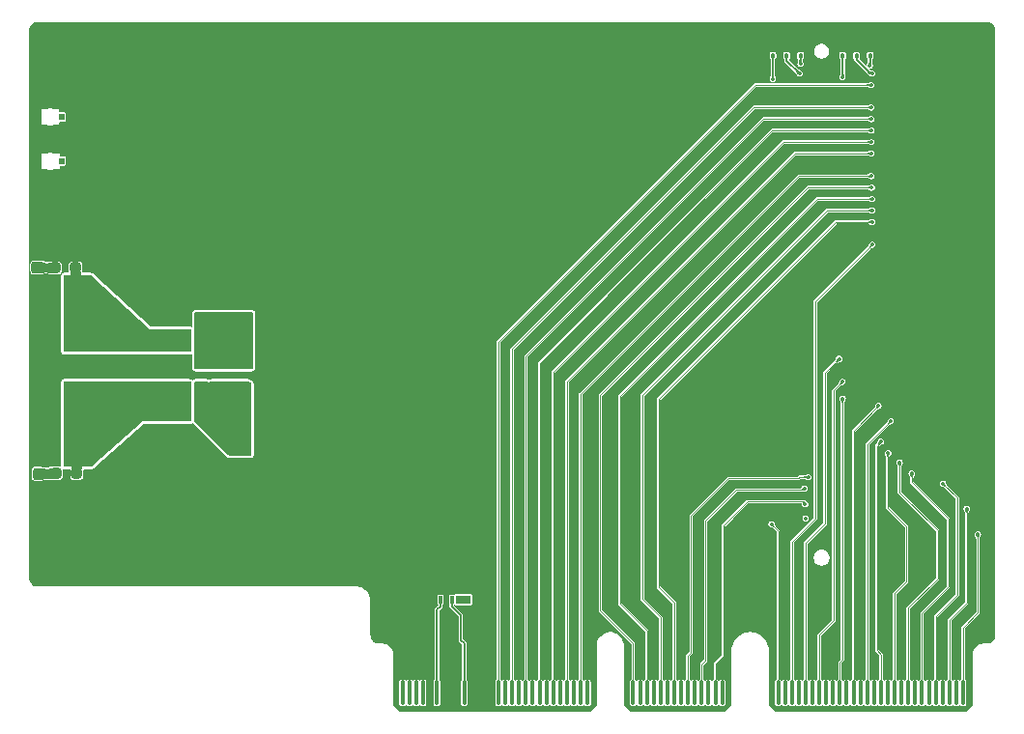
<source format=gbr>
%TF.GenerationSoftware,KiCad,Pcbnew,8.0.7*%
%TF.CreationDate,2025-02-18T16:04:48+01:00*%
%TF.ProjectId,HYDRA_VMM3_CARD_V3_Flex,48594452-415f-4564-9d4d-335f43415244,rev?*%
%TF.SameCoordinates,Original*%
%TF.FileFunction,Copper,L8,Bot*%
%TF.FilePolarity,Positive*%
%FSLAX46Y46*%
G04 Gerber Fmt 4.6, Leading zero omitted, Abs format (unit mm)*
G04 Created by KiCad (PCBNEW 8.0.7) date 2025-02-18 16:04:48*
%MOMM*%
%LPD*%
G01*
G04 APERTURE LIST*
G04 Aperture macros list*
%AMRoundRect*
0 Rectangle with rounded corners*
0 $1 Rounding radius*
0 $2 $3 $4 $5 $6 $7 $8 $9 X,Y pos of 4 corners*
0 Add a 4 corners polygon primitive as box body*
4,1,4,$2,$3,$4,$5,$6,$7,$8,$9,$2,$3,0*
0 Add four circle primitives for the rounded corners*
1,1,$1+$1,$2,$3*
1,1,$1+$1,$4,$5*
1,1,$1+$1,$6,$7*
1,1,$1+$1,$8,$9*
0 Add four rect primitives between the rounded corners*
20,1,$1+$1,$2,$3,$4,$5,0*
20,1,$1+$1,$4,$5,$6,$7,0*
20,1,$1+$1,$6,$7,$8,$9,0*
20,1,$1+$1,$8,$9,$2,$3,0*%
%AMFreePoly0*
4,1,21,-0.249646,0.790354,-0.249500,0.790000,0.250000,0.790000,0.250000,-0.790000,-0.249500,-0.790000,-0.249646,-0.790354,-0.250000,-0.790500,-0.330000,-0.790500,-0.330354,-0.790354,-0.330500,-0.790000,-0.330500,-0.270000,-0.330354,-0.269646,-0.250500,-0.189792,-0.250500,0.189792,-0.330354,0.269646,-0.330500,0.270000,-0.330500,0.790000,-0.330354,0.790354,-0.330000,0.790500,-0.250000,0.790500,
-0.249646,0.790354,-0.249646,0.790354,$1*%
%AMFreePoly1*
4,1,21,0.330354,0.790354,0.330500,0.790000,0.330500,0.270000,0.330354,0.269646,0.250500,0.189792,0.250500,-0.189792,0.330354,-0.269646,0.330500,-0.270000,0.330500,-0.790000,0.330354,-0.790354,0.330000,-0.790500,0.250000,-0.790500,0.249646,-0.790354,0.249500,-0.790000,-0.250000,-0.790000,-0.250000,0.790000,0.249500,0.790000,0.249646,0.790354,0.250000,0.790500,0.330000,0.790500,
0.330354,0.790354,0.330354,0.790354,$1*%
G04 Aperture macros list end*
%TA.AperFunction,ComponentPad*%
%ADD10C,2.000000*%
%TD*%
%TA.AperFunction,SMDPad,CuDef*%
%ADD11RoundRect,0.095000X-0.095000X-0.965000X0.095000X-0.965000X0.095000X0.965000X-0.095000X0.965000X0*%
%TD*%
%TA.AperFunction,ComponentPad*%
%ADD12C,1.600000*%
%TD*%
%TA.AperFunction,ComponentPad*%
%ADD13R,1.600000X1.600000*%
%TD*%
%TA.AperFunction,SMDPad,CuDef*%
%ADD14RoundRect,0.100000X0.100000X-0.130000X0.100000X0.130000X-0.100000X0.130000X-0.100000X-0.130000X0*%
%TD*%
%TA.AperFunction,SMDPad,CuDef*%
%ADD15RoundRect,0.237500X0.250000X0.237500X-0.250000X0.237500X-0.250000X-0.237500X0.250000X-0.237500X0*%
%TD*%
%TA.AperFunction,SMDPad,CuDef*%
%ADD16RoundRect,0.237500X-0.237500X0.287500X-0.237500X-0.287500X0.237500X-0.287500X0.237500X0.287500X0*%
%TD*%
%TA.AperFunction,SMDPad,CuDef*%
%ADD17R,0.550000X0.600000*%
%TD*%
%TA.AperFunction,SMDPad,CuDef*%
%ADD18FreePoly0,270.000000*%
%TD*%
%TA.AperFunction,SMDPad,CuDef*%
%ADD19FreePoly1,270.000000*%
%TD*%
%TA.AperFunction,SMDPad,CuDef*%
%ADD20R,0.500000X0.500000*%
%TD*%
%TA.AperFunction,SMDPad,CuDef*%
%ADD21R,0.300000X0.700000*%
%TD*%
%TA.AperFunction,SMDPad,CuDef*%
%ADD22R,0.300000X1.000000*%
%TD*%
%TA.AperFunction,SMDPad,CuDef*%
%ADD23RoundRect,0.237500X0.287500X0.237500X-0.287500X0.237500X-0.287500X-0.237500X0.287500X-0.237500X0*%
%TD*%
%TA.AperFunction,SMDPad,CuDef*%
%ADD24RoundRect,0.237500X0.237500X-0.287500X0.237500X0.287500X-0.237500X0.287500X-0.237500X-0.287500X0*%
%TD*%
%TA.AperFunction,ViaPad*%
%ADD25C,0.350000*%
%TD*%
%TA.AperFunction,Conductor*%
%ADD26C,0.100000*%
%TD*%
%TA.AperFunction,Conductor*%
%ADD27C,0.200000*%
%TD*%
%TA.AperFunction,Conductor*%
%ADD28C,0.395000*%
%TD*%
%TA.AperFunction,Conductor*%
%ADD29C,0.800000*%
%TD*%
G04 APERTURE END LIST*
D10*
X134778000Y-122000000D03*
X193073000Y-121980000D03*
X193073000Y-78280000D03*
X129698000Y-78300000D03*
X190533000Y-78280000D03*
X129698000Y-122000000D03*
X132238000Y-80840000D03*
D11*
X147630000Y-135460000D03*
X148230000Y-135460000D03*
X148830000Y-135460000D03*
X149430000Y-135460000D03*
X150030000Y-135460000D03*
X150630000Y-135460000D03*
X151230000Y-135460000D03*
X151830000Y-135460000D03*
X152430000Y-135460000D03*
X153030000Y-135460000D03*
X153630000Y-135460000D03*
X154230000Y-135460000D03*
X154830000Y-135460000D03*
X155430000Y-135460000D03*
X156030000Y-135460000D03*
X156630000Y-135460000D03*
X157230000Y-135460000D03*
X157830000Y-135460000D03*
X158430000Y-135460000D03*
X159030000Y-135460000D03*
X159630000Y-135460000D03*
X160230000Y-135460000D03*
X160830000Y-135460000D03*
X161430000Y-135460000D03*
X162030000Y-135460000D03*
X162630000Y-135460000D03*
X163230000Y-135460000D03*
X163830000Y-135460000D03*
X167840000Y-135460000D03*
X168440000Y-135460000D03*
X169040000Y-135460000D03*
X169640000Y-135460000D03*
X170240000Y-135460000D03*
X170840000Y-135460000D03*
X171440000Y-135460000D03*
X172040000Y-135460000D03*
X172640000Y-135460000D03*
X173240000Y-135460000D03*
X173840000Y-135460000D03*
X174440000Y-135460000D03*
X175040000Y-135460000D03*
X175640000Y-135460000D03*
X180550000Y-135460000D03*
X181150000Y-135460000D03*
X181750000Y-135460000D03*
X182350000Y-135460000D03*
X182950000Y-135460000D03*
X183550000Y-135460000D03*
X184150000Y-135460000D03*
X184750000Y-135460000D03*
X185350000Y-135460000D03*
X185950000Y-135460000D03*
X186550000Y-135460000D03*
X187150000Y-135460000D03*
X187750000Y-135460000D03*
X188350000Y-135460000D03*
X188950000Y-135460000D03*
X189550000Y-135460000D03*
X190150000Y-135460000D03*
X190750000Y-135460000D03*
X191350000Y-135460000D03*
X191950000Y-135460000D03*
X192550000Y-135460000D03*
X193150000Y-135460000D03*
X193750000Y-135460000D03*
X194350000Y-135460000D03*
X194950000Y-135460000D03*
X195550000Y-135460000D03*
X196150000Y-135460000D03*
X196750000Y-135460000D03*
D10*
X190533000Y-121980000D03*
X193073000Y-124520000D03*
X193073000Y-80820000D03*
X171493000Y-124540000D03*
X137318000Y-80840000D03*
D12*
X121980000Y-104590000D03*
D10*
X129698000Y-80840000D03*
X190533000Y-124520000D03*
X134778000Y-80840000D03*
X137318000Y-122000000D03*
X134778000Y-124540000D03*
X171493000Y-80840000D03*
X132238000Y-122000000D03*
X174033000Y-80820000D03*
D13*
X121980000Y-107130000D03*
D10*
X174033000Y-78280000D03*
X171493000Y-122000000D03*
X134778000Y-78300000D03*
X190533000Y-80820000D03*
D12*
X121980000Y-109670000D03*
D10*
X171493000Y-78300000D03*
X132238000Y-78300000D03*
X132238000Y-124540000D03*
X129698000Y-124540000D03*
X137318000Y-124540000D03*
X137318000Y-78300000D03*
D14*
X186191000Y-79608500D03*
X186191000Y-78968500D03*
D15*
X119072500Y-116220000D03*
X117247500Y-116220000D03*
X118972500Y-98230000D03*
X117147500Y-98230000D03*
D16*
X115580000Y-96435000D03*
X115580000Y-98185000D03*
D17*
X117735000Y-88860000D03*
D18*
X116760000Y-89860000D03*
D19*
X116760000Y-87860000D03*
D20*
X115760000Y-88860000D03*
D21*
X152446646Y-127310000D03*
X151946647Y-127310000D03*
X151446645Y-127310000D03*
X150946646Y-127310000D03*
D22*
X153236646Y-129960000D03*
X150156653Y-129960000D03*
D14*
X181291000Y-79608500D03*
X181291000Y-78968500D03*
D23*
X130264999Y-104590000D03*
X128515001Y-104590000D03*
D14*
X187401000Y-79608500D03*
X187401000Y-78968500D03*
D23*
X130264999Y-109670000D03*
X128515001Y-109670000D03*
D24*
X115690000Y-118015000D03*
X115690000Y-116265000D03*
D14*
X188611000Y-79608500D03*
X188611000Y-78968500D03*
X182501000Y-79608500D03*
X182501000Y-78968500D03*
X180081000Y-79608500D03*
X180081000Y-78968500D03*
D17*
X117725000Y-85000000D03*
D18*
X116750000Y-86000000D03*
D19*
X116750000Y-84000000D03*
D20*
X115750000Y-85000000D03*
D25*
X133890000Y-113670000D03*
X131890000Y-111170000D03*
X133390000Y-113670000D03*
X133890000Y-111670000D03*
X132890000Y-111170000D03*
X131390000Y-111170000D03*
X131890000Y-110170000D03*
X131890000Y-111670000D03*
X131890000Y-109670000D03*
X132890000Y-108670000D03*
X132890000Y-111670000D03*
X132390000Y-113670000D03*
X147630000Y-136260000D03*
X132390000Y-110170000D03*
X131890000Y-110670000D03*
X131890000Y-112670000D03*
X133390000Y-110170000D03*
X132890000Y-112170000D03*
X148230000Y-135460000D03*
X133390000Y-114170000D03*
X149430000Y-135460000D03*
X148230000Y-135860000D03*
X131890000Y-112170000D03*
X133890000Y-110170000D03*
X131890000Y-109170000D03*
X133390000Y-111170000D03*
X148230000Y-134660000D03*
X148830000Y-136260000D03*
X131390000Y-108670000D03*
X132390000Y-111170000D03*
X132390000Y-112670000D03*
X131390000Y-110670000D03*
X132390000Y-112170000D03*
X133890000Y-109170000D03*
X132390000Y-109170000D03*
X132890000Y-110170000D03*
X133890000Y-112670000D03*
X133890000Y-111170000D03*
X132390000Y-111670000D03*
X147630000Y-134660000D03*
X133390000Y-109670000D03*
X133890000Y-114170000D03*
X133890000Y-108670000D03*
X132390000Y-108670000D03*
X131390000Y-112170000D03*
X147630000Y-135060000D03*
X132390000Y-110670000D03*
X131390000Y-111670000D03*
X131890000Y-108670000D03*
X148230000Y-136260000D03*
X133390000Y-110670000D03*
X131390000Y-109670000D03*
X148830000Y-135860000D03*
X132890000Y-113670000D03*
X132390000Y-114170000D03*
X133890000Y-112170000D03*
X148830000Y-135460000D03*
X147630000Y-135860000D03*
X149430000Y-135860000D03*
X133390000Y-112670000D03*
X131890000Y-113670000D03*
X132390000Y-113170000D03*
X133390000Y-111670000D03*
X149430000Y-136260000D03*
X131390000Y-110170000D03*
X148230000Y-135060000D03*
X132890000Y-109670000D03*
X133390000Y-112170000D03*
X133390000Y-113170000D03*
X133890000Y-113170000D03*
X133890000Y-109670000D03*
X131390000Y-113170000D03*
X131390000Y-109170000D03*
X132890000Y-110670000D03*
X149430000Y-135060000D03*
X133890000Y-110670000D03*
X133390000Y-109170000D03*
X148830000Y-134660000D03*
X132890000Y-109170000D03*
X133390000Y-108670000D03*
X132390000Y-109670000D03*
X131390000Y-112670000D03*
X132890000Y-112670000D03*
X131890000Y-113170000D03*
X147630000Y-135460000D03*
X148830000Y-135060000D03*
X149430000Y-134660000D03*
X132890000Y-113170000D03*
X132890000Y-114170000D03*
X132890000Y-103590000D03*
X132890000Y-106590000D03*
X130890000Y-103590000D03*
X133390000Y-103590000D03*
X130890000Y-106590000D03*
X131390000Y-105590000D03*
X132390000Y-103590000D03*
X131390000Y-104590000D03*
X133890000Y-104590000D03*
X131390000Y-102590000D03*
X133890000Y-102590000D03*
X131890000Y-102590000D03*
X130890000Y-105590000D03*
X132390000Y-104590000D03*
X133390000Y-104590000D03*
X132890000Y-105590000D03*
X131890000Y-105590000D03*
X133390000Y-102590000D03*
X133890000Y-103590000D03*
X131390000Y-103590000D03*
X132890000Y-102590000D03*
X133890000Y-105590000D03*
X131390000Y-106590000D03*
X131890000Y-103590000D03*
X133890000Y-106590000D03*
X153260000Y-127310000D03*
X131890000Y-104590000D03*
X133390000Y-106590000D03*
X132390000Y-102590000D03*
X132390000Y-106590000D03*
X131890000Y-106590000D03*
X132390000Y-105590000D03*
X132890000Y-104590000D03*
X130890000Y-102590000D03*
X133390000Y-105590000D03*
X152775000Y-127310000D03*
X188670000Y-82180000D03*
X188690000Y-90180000D03*
X188730000Y-86180000D03*
X186550000Y-135460000D03*
X170840000Y-135460000D03*
X194980000Y-117120000D03*
X197070000Y-119330000D03*
X190190000Y-114440000D03*
X188700000Y-84150000D03*
X198050000Y-121570000D03*
X189545190Y-113454810D03*
X188720000Y-88180000D03*
X193750000Y-135460000D03*
X168440000Y-135460000D03*
X188780000Y-94180000D03*
X182350000Y-135460000D03*
X191196174Y-115275508D03*
X196150000Y-135460000D03*
X159030000Y-135460000D03*
X161430000Y-135460000D03*
X160230000Y-135460000D03*
X194950000Y-135460000D03*
X188790000Y-96170000D03*
X189330000Y-110310000D03*
X188690000Y-85170000D03*
X184750000Y-135460000D03*
X187750000Y-135460000D03*
X183550000Y-135460000D03*
X190420000Y-111650000D03*
X186180000Y-108180000D03*
X162630000Y-135460000D03*
X192550000Y-135460000D03*
X185350000Y-135460000D03*
X188790000Y-93170000D03*
X185880000Y-106190000D03*
X157830000Y-135460000D03*
X181150000Y-135460000D03*
X188750000Y-91180000D03*
X188780000Y-92190000D03*
X156630000Y-135460000D03*
X163830000Y-135460000D03*
X190150000Y-135460000D03*
X188720000Y-87180000D03*
X192240000Y-116250000D03*
X186190000Y-109680000D03*
X191350000Y-135460000D03*
X169640000Y-135460000D03*
X188950000Y-135460000D03*
X172040000Y-135460000D03*
X182850000Y-117560000D03*
X188565000Y-80465000D03*
X179960000Y-120680000D03*
X174440000Y-135460000D03*
X182501000Y-80330000D03*
X182910000Y-118920000D03*
X188770000Y-81180000D03*
X180081000Y-81659000D03*
X182940000Y-120170000D03*
X175640000Y-135460000D03*
X183166844Y-116563269D03*
X173240000Y-135460000D03*
X183294657Y-119153542D03*
X197558449Y-116587371D03*
X181298000Y-89426000D03*
X189216566Y-94289142D03*
X152110000Y-100938500D03*
X153630000Y-135060000D03*
X117860000Y-89435002D03*
X154830000Y-135860000D03*
X189236303Y-93227587D03*
X116330000Y-113200000D03*
X117900000Y-84424998D03*
X115130000Y-110300000D03*
X115730000Y-104300000D03*
X147590000Y-108480000D03*
X154230000Y-135060000D03*
X191360000Y-114830000D03*
X155430000Y-134660000D03*
X185977505Y-83119829D03*
X153630000Y-135460000D03*
X185870288Y-89108816D03*
X151450000Y-126670000D03*
X154830000Y-135460000D03*
X147736000Y-79213500D03*
X150000000Y-130490000D03*
X115130000Y-113800000D03*
X189137396Y-85218367D03*
X151230000Y-136260000D03*
X134390000Y-107890000D03*
X115130000Y-109700000D03*
X154230000Y-135860000D03*
X187398000Y-89426000D03*
X116330000Y-109700000D03*
X153630000Y-135860000D03*
X194985886Y-117585507D03*
X115130000Y-104900000D03*
X150030000Y-135460000D03*
X189118911Y-82211319D03*
X115130000Y-100800000D03*
X155430000Y-135460000D03*
X179723138Y-120297379D03*
X187398000Y-83426000D03*
X136780000Y-107860000D03*
X151230000Y-134660000D03*
X147230000Y-109290000D03*
X149320000Y-109790000D03*
X147790000Y-111680000D03*
X154230000Y-136260000D03*
X149680000Y-113300000D03*
X189200000Y-84180000D03*
X130670000Y-107860000D03*
X189181024Y-91309307D03*
X116330000Y-104900000D03*
X140040000Y-107860000D03*
X155430000Y-135860000D03*
X151230000Y-135460000D03*
X151450000Y-127960000D03*
X190030000Y-112980000D03*
X150030000Y-135060000D03*
X190677308Y-111280819D03*
X154830000Y-135060000D03*
X115730000Y-109700000D03*
X185542177Y-105892716D03*
X116330000Y-113800000D03*
X191402884Y-110363885D03*
X185368259Y-95077667D03*
X198192304Y-121143091D03*
X157736000Y-79213500D03*
X154230000Y-134660000D03*
X183080151Y-117004842D03*
X182642632Y-119832253D03*
X146157552Y-108617539D03*
X115130000Y-101400000D03*
X115730000Y-104900000D03*
X197095673Y-118880730D03*
X148345137Y-108884725D03*
X148787663Y-110780074D03*
X186225416Y-109231393D03*
X149980000Y-126560000D03*
X192540687Y-113555270D03*
X115130000Y-113200000D03*
X115130000Y-104300000D03*
X196492875Y-115208557D03*
X189239808Y-96156770D03*
X116330000Y-110900000D03*
X148590000Y-112480000D03*
X154830000Y-134660000D03*
X115730000Y-113200000D03*
X189466182Y-107988441D03*
X150030000Y-134660000D03*
X150030000Y-135860000D03*
X151230000Y-135060000D03*
X149660000Y-111240000D03*
X116330000Y-110300000D03*
X189230003Y-92190000D03*
X115730000Y-110300000D03*
X156736000Y-80213500D03*
X115730000Y-110900000D03*
X115730000Y-100800000D03*
X185955486Y-96251323D03*
X155430000Y-135060000D03*
X189129839Y-90275100D03*
X129190000Y-107860000D03*
X198233879Y-118086020D03*
X115130000Y-110900000D03*
X158736000Y-80213500D03*
X115130000Y-103700000D03*
X146736000Y-80213500D03*
X115730000Y-101400000D03*
X189162556Y-88261524D03*
X150000000Y-115980000D03*
X153060000Y-126620000D03*
X148736000Y-80213500D03*
X151230000Y-135860000D03*
X190757975Y-109509957D03*
X153630000Y-136260000D03*
X187398000Y-95426000D03*
X184163624Y-93064568D03*
X149990000Y-120710000D03*
X183380000Y-92090000D03*
X153030000Y-128000000D03*
X145680000Y-109410000D03*
X181298000Y-83426000D03*
X115730000Y-103700000D03*
X150030000Y-136260000D03*
X116330000Y-104300000D03*
X117869364Y-85575002D03*
X190559181Y-114697308D03*
X186180000Y-107660000D03*
X144640000Y-108150000D03*
X117840000Y-88284998D03*
X155430000Y-136260000D03*
X154230000Y-135460000D03*
X116330000Y-100200000D03*
X183360000Y-117620000D03*
X196009115Y-114254490D03*
X189161729Y-87265892D03*
X185348736Y-93581747D03*
X116330000Y-101400000D03*
X115730000Y-100200000D03*
X153630000Y-134660000D03*
X115730000Y-113800000D03*
X115730000Y-114400000D03*
X147910000Y-110300000D03*
X115130000Y-100200000D03*
X189756909Y-110167696D03*
X189175260Y-86245160D03*
X190056214Y-108956654D03*
X192148703Y-112333257D03*
X116330000Y-100800000D03*
X115130000Y-114400000D03*
X142130000Y-107840000D03*
X146580000Y-110150000D03*
X116330000Y-103700000D03*
X116330000Y-114400000D03*
X192655810Y-116077941D03*
X154830000Y-136260000D03*
X198787412Y-119685075D03*
X186394770Y-85748426D03*
X182367446Y-115558072D03*
X186409854Y-84678465D03*
X186427975Y-87637336D03*
X186391717Y-86806976D03*
X151821000Y-134883500D03*
X152430000Y-135460000D03*
X152431000Y-134863500D03*
X151841000Y-136143500D03*
X151830000Y-135460000D03*
X152431000Y-135973500D03*
X169660000Y-95650000D03*
X177540000Y-129440000D03*
X188750000Y-116250000D03*
X172140000Y-106810000D03*
X177910000Y-95470000D03*
X182320000Y-94670000D03*
X166980000Y-108270000D03*
X167090000Y-103980000D03*
X194970000Y-132100000D03*
X178940000Y-106860000D03*
X156620000Y-119440000D03*
X188979647Y-133082560D03*
X166020000Y-107490000D03*
X167280000Y-115850000D03*
X158976448Y-117219559D03*
X191376441Y-130820704D03*
X199270000Y-128900000D03*
X171010000Y-96070000D03*
X184080000Y-126870000D03*
X156670000Y-108780000D03*
X158310000Y-103290000D03*
X162680000Y-132470000D03*
X180910000Y-113680000D03*
X175320000Y-95890000D03*
X170840000Y-132480000D03*
X174990000Y-122270000D03*
X187443030Y-109918737D03*
X161400000Y-119640000D03*
X197670000Y-125900000D03*
X176590000Y-90620000D03*
X166550000Y-94900000D03*
X183580000Y-98470000D03*
X189867109Y-128442362D03*
X181100000Y-128280000D03*
X175080000Y-86530000D03*
X186840000Y-100080000D03*
X163040000Y-108640000D03*
X160260000Y-115370000D03*
X173520608Y-114867380D03*
X169610065Y-110202170D03*
X197760000Y-130840000D03*
X156690000Y-132110000D03*
X171870000Y-110550000D03*
X170550000Y-127900000D03*
X169020000Y-128930000D03*
X162610000Y-123010000D03*
X192405532Y-118059984D03*
X187760000Y-116660000D03*
X167734834Y-120767497D03*
X183501141Y-131705755D03*
X182230000Y-85620000D03*
X196590000Y-120620000D03*
X191170623Y-119020469D03*
X169655802Y-131584380D03*
X182000000Y-93060000D03*
X168420000Y-132110000D03*
X163070000Y-98540000D03*
X174710000Y-90670000D03*
X165950000Y-101070000D03*
X173550000Y-129060000D03*
X181000000Y-102820000D03*
X182510000Y-130880000D03*
X197710000Y-120390000D03*
X177180000Y-86210000D03*
X169110000Y-116630000D03*
X199080000Y-123310000D03*
X193870000Y-131600000D03*
X176540000Y-112030000D03*
X164172133Y-123438955D03*
X162840000Y-113540000D03*
X185250865Y-96917908D03*
X185770000Y-114330000D03*
X178940000Y-100150000D03*
X196290000Y-129240000D03*
X194920000Y-127370000D03*
X183380000Y-86670000D03*
X161220000Y-104210000D03*
X170570000Y-92960000D03*
X165836734Y-124495091D03*
X157970000Y-131920000D03*
X185755000Y-120120000D03*
X170430000Y-106530000D03*
X157718671Y-116693580D03*
X189200000Y-111840000D03*
X159182266Y-131741166D03*
X160165619Y-128996926D03*
X162520000Y-101300000D03*
X181370000Y-121040000D03*
X157720000Y-126300000D03*
X182330000Y-125460000D03*
X186642626Y-121124387D03*
X157790000Y-110340000D03*
X175030000Y-118640000D03*
X158884973Y-108689544D03*
X179610000Y-91700000D03*
X189730000Y-116570000D03*
X171550000Y-90120000D03*
X161560000Y-105760000D03*
X165750000Y-115260000D03*
X164500000Y-129750000D03*
X194400000Y-117560000D03*
X185120000Y-84630000D03*
X184980000Y-131950000D03*
X158953580Y-123073939D03*
X194532318Y-126041151D03*
X177340000Y-121050000D03*
X187850000Y-132700000D03*
X192131108Y-126452787D03*
X176670000Y-100450000D03*
X171000000Y-100420000D03*
X171640000Y-101660000D03*
X175800000Y-93660000D03*
X174770000Y-100200000D03*
X165110000Y-100460000D03*
X192470000Y-131690000D03*
X187810000Y-127980000D03*
X168050000Y-101140000D03*
X188800000Y-122870000D03*
X161420000Y-129890000D03*
X177790000Y-124680000D03*
X178970000Y-122700000D03*
X196000000Y-127760000D03*
X163790000Y-105420000D03*
X186180000Y-81470000D03*
X182410000Y-81170000D03*
X117735000Y-88860000D03*
X117725000Y-85000000D03*
X118173500Y-109598500D03*
X119373500Y-111998500D03*
X119973500Y-111998500D03*
X118773500Y-111998500D03*
X118773500Y-109598500D03*
X120573500Y-109598500D03*
X119973500Y-111398500D03*
X119373500Y-110798500D03*
X119373500Y-108998500D03*
X118173500Y-112513500D03*
X120573500Y-108998500D03*
X118173500Y-111398500D03*
X118773500Y-113113500D03*
X118773500Y-110798500D03*
X120573500Y-112513500D03*
X118773500Y-108998500D03*
X120573500Y-113113500D03*
X120573500Y-111398500D03*
X119973500Y-110198500D03*
X119373500Y-110198500D03*
X118773500Y-111398500D03*
X120573500Y-110198500D03*
X119373500Y-114313500D03*
X119373500Y-109598500D03*
X120573500Y-114313500D03*
X118773500Y-114313500D03*
X118173500Y-111998500D03*
X118773500Y-110198500D03*
X118773500Y-112513500D03*
X119373500Y-114913500D03*
X118773500Y-113713500D03*
X119373500Y-111398500D03*
X118773500Y-114913500D03*
X120573500Y-110798500D03*
X119973500Y-108998500D03*
X118173500Y-110798500D03*
X118173500Y-113113500D03*
X119973500Y-109598500D03*
X119973500Y-113713500D03*
X118173500Y-114913500D03*
X120573500Y-113713500D03*
X119973500Y-113113500D03*
X120573500Y-111998500D03*
X119973500Y-112513500D03*
X119373500Y-113713500D03*
X119373500Y-112513500D03*
X118173500Y-108998500D03*
X118173500Y-110198500D03*
X119973500Y-114313500D03*
X119373500Y-113113500D03*
X119973500Y-110798500D03*
X118173500Y-114313500D03*
X118173500Y-113713500D03*
X119973500Y-114913500D03*
X120573500Y-103013500D03*
X119373500Y-100113500D03*
X118173500Y-100113500D03*
X119973500Y-101313500D03*
X119973500Y-105413500D03*
X118173500Y-104213500D03*
X118173500Y-101313500D03*
X120573500Y-100113500D03*
X119373500Y-104213500D03*
X118173500Y-104813500D03*
X118773500Y-100113500D03*
X119973500Y-99513500D03*
X120573500Y-100713500D03*
X118773500Y-102513500D03*
X118773500Y-104213500D03*
X119373500Y-105413500D03*
X118173500Y-102513500D03*
X119373500Y-102513500D03*
X119973500Y-104213500D03*
X118773500Y-101313500D03*
X118773500Y-104813500D03*
X119373500Y-101913500D03*
X118773500Y-103613500D03*
X118773500Y-99513500D03*
X120573500Y-101913500D03*
X120573500Y-104213500D03*
X119373500Y-99513500D03*
X119973500Y-103013500D03*
X119373500Y-103013500D03*
X118173500Y-105413500D03*
X118773500Y-100713500D03*
X119373500Y-103613500D03*
X119373500Y-104813500D03*
X119973500Y-103613500D03*
X119973500Y-102513500D03*
X120573500Y-104813500D03*
X118773500Y-101913500D03*
X118173500Y-101913500D03*
X120573500Y-101313500D03*
X119973500Y-104813500D03*
X118173500Y-103013500D03*
X120573500Y-102513500D03*
X119973500Y-101913500D03*
X118173500Y-99513500D03*
X118173500Y-100713500D03*
X119373500Y-100713500D03*
X120573500Y-105413500D03*
X120573500Y-103613500D03*
X119373500Y-101313500D03*
X119973500Y-100713500D03*
X118773500Y-105413500D03*
X118173500Y-103613500D03*
X118773500Y-103013500D03*
X119973500Y-100113500D03*
D26*
X156030000Y-104670000D02*
X178510000Y-82190000D01*
X156030000Y-135460000D02*
X156030000Y-104670000D01*
X178510000Y-82190000D02*
X188660000Y-82190000D01*
X188660000Y-82190000D02*
X188670000Y-82180000D01*
X163230000Y-109290000D02*
X182340000Y-90180000D01*
X163230000Y-135460000D02*
X163230000Y-109290000D01*
X182340000Y-90180000D02*
X188690000Y-90180000D01*
X159630000Y-106550000D02*
X180000000Y-86180000D01*
X180000000Y-86180000D02*
X188730000Y-86180000D01*
X159630000Y-135460000D02*
X159630000Y-106550000D01*
X196230000Y-118370000D02*
X196230000Y-126910000D01*
X194350000Y-128790000D02*
X194350000Y-135460000D01*
X196230000Y-126910000D02*
X194350000Y-128790000D01*
X194980000Y-117120000D02*
X196230000Y-118370000D01*
X197070000Y-119330000D02*
X197070000Y-127570000D01*
X195550000Y-129090000D02*
X195550000Y-135460000D01*
X197070000Y-127570000D02*
X195550000Y-129090000D01*
X191800000Y-120920000D02*
X191800000Y-125700000D01*
X190750000Y-126750000D02*
X190750000Y-135460000D01*
X190120000Y-114510000D02*
X190120000Y-119240000D01*
X191800000Y-125700000D02*
X190750000Y-126750000D01*
X190190000Y-114440000D02*
X190120000Y-114510000D01*
X190120000Y-119240000D02*
X191800000Y-120920000D01*
X157230000Y-105320000D02*
X157230000Y-135460000D01*
X188700000Y-84150000D02*
X178400000Y-84150000D01*
X178400000Y-84150000D02*
X157230000Y-105320000D01*
X198050000Y-121570000D02*
X198050000Y-128450000D01*
X196750000Y-129750000D02*
X196750000Y-135460000D01*
X198050000Y-128450000D02*
X196750000Y-129750000D01*
X189190000Y-113810000D02*
X189190000Y-131750000D01*
X189550000Y-132110000D02*
X189550000Y-135460000D01*
X189190000Y-131750000D02*
X189550000Y-132110000D01*
X189545190Y-113454810D02*
X189190000Y-113810000D01*
X162030000Y-135460000D02*
X162030000Y-108160000D01*
X182010000Y-88180000D02*
X188720000Y-88180000D01*
X162030000Y-108160000D02*
X182010000Y-88180000D01*
X171440000Y-135460000D02*
X171440000Y-127590000D01*
X170060000Y-109740000D02*
X185620000Y-94180000D01*
X185620000Y-94180000D02*
X188780000Y-94180000D01*
X170060000Y-126210000D02*
X170060000Y-109740000D01*
X171440000Y-127590000D02*
X170060000Y-126210000D01*
X194530000Y-121250000D02*
X194530000Y-125410000D01*
X191196174Y-115275508D02*
X191180000Y-115291682D01*
X191180000Y-115291682D02*
X191180000Y-117900000D01*
X191180000Y-117900000D02*
X194530000Y-121250000D01*
X194530000Y-125410000D02*
X191950000Y-127990000D01*
X191950000Y-127990000D02*
X191950000Y-135460000D01*
D27*
X151946647Y-127896647D02*
X152720000Y-128670000D01*
X152720000Y-128670000D02*
X152720000Y-130840000D01*
X151946647Y-127310000D02*
X151946647Y-127896647D01*
X152720000Y-130840000D02*
X153030000Y-131150000D01*
X153030000Y-131150000D02*
X153030000Y-135460000D01*
D26*
X183800000Y-120170000D02*
X183800000Y-101160000D01*
X181750000Y-135460000D02*
X181750000Y-122220000D01*
X181750000Y-122220000D02*
X183800000Y-120170000D01*
X183800000Y-101160000D02*
X188790000Y-96170000D01*
X187150000Y-112490000D02*
X187150000Y-135460000D01*
X189330000Y-110310000D02*
X187150000Y-112490000D01*
X158430000Y-135460000D02*
X158430000Y-105970000D01*
X179230000Y-85170000D02*
X188690000Y-85170000D01*
X158430000Y-105970000D02*
X179230000Y-85170000D01*
X188350000Y-113720000D02*
X188350000Y-135460000D01*
X190420000Y-111650000D02*
X188350000Y-113720000D01*
X186180000Y-108180000D02*
X185430000Y-108930000D01*
X184150000Y-130390000D02*
X184150000Y-135460000D01*
X185430000Y-129110000D02*
X184150000Y-130390000D01*
X185430000Y-108930000D02*
X185430000Y-129110000D01*
X170240000Y-128870000D02*
X168640000Y-127270000D01*
X170240000Y-135460000D02*
X170240000Y-128870000D01*
X184840000Y-93170000D02*
X188790000Y-93170000D01*
X168640000Y-127270000D02*
X168640000Y-109370000D01*
X168640000Y-109370000D02*
X184840000Y-93170000D01*
X185880000Y-106190000D02*
X184670000Y-107400000D01*
X184670000Y-120610000D02*
X182950000Y-122330000D01*
X182950000Y-122330000D02*
X182950000Y-135460000D01*
X184670000Y-107400000D02*
X184670000Y-120610000D01*
X164960000Y-128240000D02*
X164960000Y-109380000D01*
X167840000Y-135460000D02*
X167840000Y-131120000D01*
X167840000Y-131120000D02*
X164960000Y-128240000D01*
X183160000Y-91180000D02*
X188750000Y-91180000D01*
X164960000Y-109380000D02*
X183160000Y-91180000D01*
X169040000Y-135460000D02*
X169040000Y-130060000D01*
X169040000Y-130060000D02*
X166660000Y-127680000D01*
X183940000Y-92190000D02*
X188780000Y-92190000D01*
X166660000Y-109470000D02*
X183940000Y-92190000D01*
X166660000Y-127680000D02*
X166660000Y-109470000D01*
D27*
X150630000Y-128190000D02*
X150630000Y-135460000D01*
X150946646Y-127310000D02*
X150946646Y-127873354D01*
X150946646Y-127873354D02*
X150630000Y-128190000D01*
D26*
X160830000Y-135460000D02*
X160830000Y-107340000D01*
X160830000Y-107340000D02*
X180990000Y-87180000D01*
X180990000Y-87180000D02*
X188720000Y-87180000D01*
X192240000Y-116250000D02*
X192240000Y-117020000D01*
X192240000Y-117020000D02*
X195460000Y-120240000D01*
X195460000Y-126160000D02*
X193150000Y-128470000D01*
X195460000Y-120240000D02*
X195460000Y-126160000D01*
X193150000Y-128470000D02*
X193150000Y-135460000D01*
X185950000Y-132810000D02*
X185950000Y-135460000D01*
X186190000Y-109680000D02*
X186190000Y-132570000D01*
X186190000Y-132570000D02*
X185950000Y-132810000D01*
X182850000Y-117560000D02*
X182716000Y-117694000D01*
X182716000Y-117694000D02*
X176886000Y-117694000D01*
X173840000Y-132990000D02*
X173840000Y-135460000D01*
X176886000Y-117694000D02*
X174180000Y-120400000D01*
X174180000Y-132650000D02*
X173840000Y-132990000D01*
X174180000Y-120400000D02*
X174180000Y-132650000D01*
D27*
X188611000Y-80419000D02*
X188611000Y-79608500D01*
X188565000Y-80465000D02*
X188611000Y-80419000D01*
D26*
X179960000Y-120680000D02*
X180550000Y-121270000D01*
X180550000Y-121270000D02*
X180550000Y-135460000D01*
D27*
X182501000Y-80330000D02*
X182501000Y-79608500D01*
D26*
X175730000Y-120820000D02*
X175730000Y-132200000D01*
X175040000Y-132890000D02*
X175040000Y-135460000D01*
X182910000Y-118920000D02*
X182694000Y-118704000D01*
X177846000Y-118704000D02*
X175730000Y-120820000D01*
X182694000Y-118704000D02*
X177846000Y-118704000D01*
X175730000Y-132200000D02*
X175040000Y-132890000D01*
D27*
X187401000Y-79608500D02*
X187401000Y-79961000D01*
X187401000Y-79961000D02*
X188620000Y-81180000D01*
X188620000Y-81180000D02*
X188770000Y-81180000D01*
X180081000Y-81659000D02*
X180081000Y-79608500D01*
D26*
X182416731Y-116563269D02*
X182300000Y-116680000D01*
X172640000Y-132210000D02*
X172640000Y-135460000D01*
X176170000Y-116680000D02*
X172910000Y-119940000D01*
X172910000Y-131940000D02*
X172640000Y-132210000D01*
X182300000Y-116680000D02*
X176170000Y-116680000D01*
X183166844Y-116563269D02*
X182416731Y-116563269D01*
X172910000Y-119940000D02*
X172910000Y-131940000D01*
D27*
X123920000Y-114045000D02*
X123980000Y-114105000D01*
D28*
X123687000Y-114107000D02*
X123702000Y-114092000D01*
D29*
X123687000Y-100147000D02*
X123702000Y-100162000D01*
D27*
X186191000Y-81459000D02*
X186180000Y-81470000D01*
X186191000Y-79608500D02*
X186191000Y-81459000D01*
X181291000Y-79608500D02*
X181291000Y-80051000D01*
X181291000Y-80051000D02*
X182410000Y-81170000D01*
D26*
X119072500Y-113442500D02*
X118930000Y-113300000D01*
D29*
X119072500Y-116220000D02*
X119072500Y-113442500D01*
D26*
X118972500Y-100514500D02*
X118773500Y-100713500D01*
D29*
X118972500Y-98230000D02*
X118972500Y-100514500D01*
X117202500Y-116265000D02*
X115690000Y-116265000D01*
X117127500Y-98210000D02*
X115527500Y-98210000D01*
X117147500Y-98230000D02*
X117127500Y-98210000D01*
%TA.AperFunction,Conductor*%
G36*
X198832396Y-76650736D02*
G01*
X198971417Y-76664428D01*
X198980839Y-76666302D01*
X199112205Y-76706151D01*
X199121072Y-76709824D01*
X199186123Y-76744595D01*
X199242144Y-76774539D01*
X199250130Y-76779875D01*
X199356245Y-76866961D01*
X199363038Y-76873754D01*
X199450124Y-76979869D01*
X199455460Y-76987855D01*
X199520173Y-77108923D01*
X199523849Y-77117798D01*
X199563697Y-77249161D01*
X199565571Y-77258582D01*
X199579264Y-77397603D01*
X199579500Y-77402406D01*
X199579500Y-130397593D01*
X199579264Y-130402396D01*
X199565571Y-130541417D01*
X199563697Y-130550838D01*
X199523849Y-130682201D01*
X199520173Y-130691076D01*
X199455460Y-130812144D01*
X199450124Y-130820130D01*
X199363038Y-130926245D01*
X199356245Y-130933038D01*
X199250130Y-131020124D01*
X199242144Y-131025460D01*
X199121076Y-131090173D01*
X199112201Y-131093849D01*
X198980838Y-131133697D01*
X198971417Y-131135571D01*
X198832396Y-131149264D01*
X198827593Y-131149500D01*
X198492467Y-131149500D01*
X198389316Y-131167687D01*
X198320062Y-131179899D01*
X198320061Y-131179899D01*
X198320057Y-131179900D01*
X198155556Y-131239774D01*
X198155548Y-131239778D01*
X198003945Y-131327307D01*
X198003939Y-131327312D01*
X197869838Y-131439835D01*
X197869835Y-131439838D01*
X197757312Y-131573939D01*
X197757307Y-131573945D01*
X197669778Y-131725548D01*
X197669774Y-131725556D01*
X197609900Y-131890057D01*
X197579500Y-132062467D01*
X197579500Y-136525943D01*
X197565148Y-136560591D01*
X196990591Y-137135148D01*
X196955943Y-137149500D01*
X180344057Y-137149500D01*
X180309409Y-137135148D01*
X179734851Y-136560590D01*
X179720499Y-136525942D01*
X179720499Y-131758319D01*
X179721844Y-131749521D01*
X179721693Y-131749502D01*
X179722245Y-131745248D01*
X179720550Y-131707948D01*
X179720499Y-131705723D01*
X179720499Y-131662674D01*
X179719557Y-131657938D01*
X179719889Y-131657871D01*
X179717817Y-131648584D01*
X179714706Y-131581107D01*
X179668650Y-131345271D01*
X179588449Y-131118759D01*
X179475843Y-130906487D01*
X179333274Y-130713059D01*
X179313154Y-130692826D01*
X179163843Y-130542678D01*
X178971212Y-130399030D01*
X178971210Y-130399029D01*
X178971209Y-130399028D01*
X178759569Y-130285238D01*
X178759564Y-130285236D01*
X178759560Y-130285234D01*
X178533512Y-130203775D01*
X178533506Y-130203773D01*
X178297937Y-130156402D01*
X178105949Y-130146601D01*
X178057954Y-130144151D01*
X178057953Y-130144151D01*
X177818779Y-130167286D01*
X177585600Y-130225304D01*
X177363474Y-130316948D01*
X177363470Y-130316950D01*
X177157214Y-130440234D01*
X176971307Y-130592478D01*
X176809785Y-130770378D01*
X176676145Y-130970080D01*
X176573291Y-131187253D01*
X176503458Y-131417174D01*
X176468160Y-131654845D01*
X176468159Y-131654854D01*
X176468082Y-131775016D01*
X176468082Y-131819168D01*
X176468756Y-131822991D01*
X176469500Y-131831500D01*
X176469500Y-136525943D01*
X176455148Y-136560591D01*
X175880591Y-137135148D01*
X175845943Y-137149500D01*
X167634057Y-137149500D01*
X167599409Y-137135148D01*
X167024852Y-136560591D01*
X167010500Y-136525943D01*
X167010500Y-131222163D01*
X167010500Y-131222157D01*
X166974783Y-131019596D01*
X166904434Y-130826315D01*
X166864386Y-130756950D01*
X166801594Y-130648190D01*
X166801591Y-130648186D01*
X166669379Y-130490621D01*
X166511814Y-130358409D01*
X166511813Y-130358408D01*
X166511809Y-130358405D01*
X166333691Y-130255569D01*
X166333683Y-130255565D01*
X166140408Y-130185218D01*
X166140405Y-130185217D01*
X166140404Y-130185217D01*
X165937843Y-130149500D01*
X165732157Y-130149500D01*
X165732156Y-130149500D01*
X165610952Y-130170871D01*
X165529596Y-130185217D01*
X165529595Y-130185217D01*
X165529591Y-130185218D01*
X165336316Y-130255565D01*
X165336308Y-130255569D01*
X165158190Y-130358405D01*
X165000621Y-130490621D01*
X164868405Y-130648190D01*
X164765569Y-130826308D01*
X164765565Y-130826316D01*
X164695218Y-131019591D01*
X164695217Y-131019595D01*
X164695217Y-131019596D01*
X164688903Y-131055405D01*
X164659500Y-131222156D01*
X164659500Y-136525943D01*
X164645148Y-136560591D01*
X164070591Y-137135148D01*
X164035943Y-137149500D01*
X147424057Y-137149500D01*
X147389409Y-137135148D01*
X146814852Y-136560591D01*
X146800500Y-136525943D01*
X146800500Y-134475745D01*
X147339500Y-134475745D01*
X147339500Y-134475746D01*
X147339500Y-134475748D01*
X147339500Y-136444251D01*
X147339501Y-136444254D01*
X147350843Y-136501280D01*
X147350843Y-136501281D01*
X147350844Y-136501282D01*
X147394052Y-136565949D01*
X147458718Y-136609156D01*
X147458720Y-136609157D01*
X147515745Y-136620500D01*
X147744254Y-136620499D01*
X147801280Y-136609157D01*
X147865948Y-136565948D01*
X147889257Y-136531061D01*
X147920438Y-136510226D01*
X147957220Y-136517541D01*
X147970741Y-136531061D01*
X147994052Y-136565949D01*
X148058718Y-136609156D01*
X148058720Y-136609157D01*
X148115745Y-136620500D01*
X148344254Y-136620499D01*
X148401280Y-136609157D01*
X148465948Y-136565948D01*
X148489257Y-136531061D01*
X148520438Y-136510226D01*
X148557220Y-136517541D01*
X148570741Y-136531061D01*
X148594052Y-136565949D01*
X148658718Y-136609156D01*
X148658720Y-136609157D01*
X148715745Y-136620500D01*
X148944254Y-136620499D01*
X149001280Y-136609157D01*
X149065948Y-136565948D01*
X149089257Y-136531061D01*
X149120438Y-136510226D01*
X149157220Y-136517541D01*
X149170741Y-136531061D01*
X149194052Y-136565949D01*
X149258718Y-136609156D01*
X149258720Y-136609157D01*
X149315745Y-136620500D01*
X149544254Y-136620499D01*
X149601280Y-136609157D01*
X149665948Y-136565948D01*
X149669528Y-136560591D01*
X149698292Y-136517541D01*
X149709157Y-136501280D01*
X149720500Y-136444255D01*
X149720499Y-134475746D01*
X149720499Y-134475745D01*
X150339500Y-134475745D01*
X150339500Y-134475746D01*
X150339500Y-134475748D01*
X150339500Y-136444251D01*
X150339501Y-136444254D01*
X150350843Y-136501280D01*
X150350843Y-136501281D01*
X150350844Y-136501282D01*
X150394052Y-136565949D01*
X150458718Y-136609156D01*
X150458720Y-136609157D01*
X150515745Y-136620500D01*
X150744254Y-136620499D01*
X150801280Y-136609157D01*
X150865948Y-136565948D01*
X150869528Y-136560591D01*
X150898292Y-136517541D01*
X150909157Y-136501280D01*
X150920500Y-136444255D01*
X150920499Y-134475746D01*
X150909157Y-134418720D01*
X150865948Y-134354052D01*
X150865947Y-134354051D01*
X150865943Y-134354048D01*
X150852276Y-134344915D01*
X150831441Y-134313732D01*
X150830500Y-134304174D01*
X150830500Y-128293346D01*
X150844852Y-128258698D01*
X151116620Y-127986930D01*
X151116622Y-127986928D01*
X151147146Y-127913236D01*
X151147146Y-127833472D01*
X151147146Y-127773319D01*
X151161498Y-127738671D01*
X151168926Y-127732575D01*
X151169103Y-127732457D01*
X151169203Y-127732307D01*
X151191314Y-127699216D01*
X151191315Y-127699212D01*
X151191590Y-127697833D01*
X151197146Y-127669899D01*
X151197145Y-126950102D01*
X151197144Y-126950095D01*
X151696147Y-126950095D01*
X151696147Y-127669894D01*
X151696148Y-127669898D01*
X151701703Y-127697832D01*
X151701978Y-127699213D01*
X151709144Y-127709939D01*
X151724190Y-127732457D01*
X151724363Y-127732573D01*
X151724481Y-127732749D01*
X151727603Y-127735871D01*
X151726982Y-127736491D01*
X151745204Y-127763752D01*
X151746147Y-127773319D01*
X151746147Y-127856765D01*
X151746147Y-127936529D01*
X151776671Y-128010221D01*
X151776672Y-128010222D01*
X151776672Y-128010223D01*
X152505148Y-128738698D01*
X152519500Y-128773346D01*
X152519500Y-130800118D01*
X152519500Y-130879882D01*
X152550024Y-130953574D01*
X152550025Y-130953575D01*
X152550025Y-130953576D01*
X152815148Y-131218698D01*
X152829500Y-131253346D01*
X152829500Y-134304174D01*
X152815148Y-134338822D01*
X152807724Y-134344915D01*
X152794056Y-134354048D01*
X152794051Y-134354052D01*
X152750843Y-134418719D01*
X152750843Y-134418720D01*
X152739500Y-134475745D01*
X152739500Y-134475746D01*
X152739500Y-134475748D01*
X152739500Y-136444251D01*
X152739501Y-136444254D01*
X152750843Y-136501280D01*
X152750843Y-136501281D01*
X152750844Y-136501282D01*
X152794052Y-136565949D01*
X152858718Y-136609156D01*
X152858720Y-136609157D01*
X152915745Y-136620500D01*
X153144254Y-136620499D01*
X153201280Y-136609157D01*
X153265948Y-136565948D01*
X153269528Y-136560591D01*
X153298292Y-136517541D01*
X153309157Y-136501280D01*
X153320500Y-136444255D01*
X153320499Y-134475746D01*
X153320499Y-134475745D01*
X155739500Y-134475745D01*
X155739500Y-134475746D01*
X155739500Y-134475748D01*
X155739500Y-136444251D01*
X155739501Y-136444254D01*
X155750843Y-136501280D01*
X155750843Y-136501281D01*
X155750844Y-136501282D01*
X155794052Y-136565949D01*
X155858718Y-136609156D01*
X155858720Y-136609157D01*
X155915745Y-136620500D01*
X156144254Y-136620499D01*
X156201280Y-136609157D01*
X156265948Y-136565948D01*
X156289257Y-136531061D01*
X156320438Y-136510226D01*
X156357220Y-136517541D01*
X156370741Y-136531061D01*
X156394052Y-136565949D01*
X156458718Y-136609156D01*
X156458720Y-136609157D01*
X156515745Y-136620500D01*
X156744254Y-136620499D01*
X156801280Y-136609157D01*
X156865948Y-136565948D01*
X156889257Y-136531061D01*
X156920438Y-136510226D01*
X156957220Y-136517541D01*
X156970741Y-136531061D01*
X156994052Y-136565949D01*
X157058718Y-136609156D01*
X157058720Y-136609157D01*
X157115745Y-136620500D01*
X157344254Y-136620499D01*
X157401280Y-136609157D01*
X157465948Y-136565948D01*
X157489257Y-136531061D01*
X157520438Y-136510226D01*
X157557220Y-136517541D01*
X157570741Y-136531061D01*
X157594052Y-136565949D01*
X157658718Y-136609156D01*
X157658720Y-136609157D01*
X157715745Y-136620500D01*
X157944254Y-136620499D01*
X158001280Y-136609157D01*
X158065948Y-136565948D01*
X158089257Y-136531061D01*
X158120438Y-136510226D01*
X158157220Y-136517541D01*
X158170741Y-136531061D01*
X158194052Y-136565949D01*
X158258718Y-136609156D01*
X158258720Y-136609157D01*
X158315745Y-136620500D01*
X158544254Y-136620499D01*
X158601280Y-136609157D01*
X158665948Y-136565948D01*
X158689257Y-136531061D01*
X158720438Y-136510226D01*
X158757220Y-136517541D01*
X158770741Y-136531061D01*
X158794052Y-136565949D01*
X158858718Y-136609156D01*
X158858720Y-136609157D01*
X158915745Y-136620500D01*
X159144254Y-136620499D01*
X159201280Y-136609157D01*
X159265948Y-136565948D01*
X159289257Y-136531061D01*
X159320438Y-136510226D01*
X159357220Y-136517541D01*
X159370741Y-136531061D01*
X159394052Y-136565949D01*
X159458718Y-136609156D01*
X159458720Y-136609157D01*
X159515745Y-136620500D01*
X159744254Y-136620499D01*
X159801280Y-136609157D01*
X159865948Y-136565948D01*
X159889257Y-136531061D01*
X159920438Y-136510226D01*
X159957220Y-136517541D01*
X159970741Y-136531061D01*
X159994052Y-136565949D01*
X160058718Y-136609156D01*
X160058720Y-136609157D01*
X160115745Y-136620500D01*
X160344254Y-136620499D01*
X160401280Y-136609157D01*
X160465948Y-136565948D01*
X160489257Y-136531061D01*
X160520438Y-136510226D01*
X160557220Y-136517541D01*
X160570741Y-136531061D01*
X160594052Y-136565949D01*
X160658718Y-136609156D01*
X160658720Y-136609157D01*
X160715745Y-136620500D01*
X160944254Y-136620499D01*
X161001280Y-136609157D01*
X161065948Y-136565948D01*
X161089257Y-136531061D01*
X161120438Y-136510226D01*
X161157220Y-136517541D01*
X161170741Y-136531061D01*
X161194052Y-136565949D01*
X161258718Y-136609156D01*
X161258720Y-136609157D01*
X161315745Y-136620500D01*
X161544254Y-136620499D01*
X161601280Y-136609157D01*
X161665948Y-136565948D01*
X161689257Y-136531061D01*
X161720438Y-136510226D01*
X161757220Y-136517541D01*
X161770741Y-136531061D01*
X161794052Y-136565949D01*
X161858718Y-136609156D01*
X161858720Y-136609157D01*
X161915745Y-136620500D01*
X162144254Y-136620499D01*
X162201280Y-136609157D01*
X162265948Y-136565948D01*
X162289257Y-136531061D01*
X162320438Y-136510226D01*
X162357220Y-136517541D01*
X162370741Y-136531061D01*
X162394052Y-136565949D01*
X162458718Y-136609156D01*
X162458720Y-136609157D01*
X162515745Y-136620500D01*
X162744254Y-136620499D01*
X162801280Y-136609157D01*
X162865948Y-136565948D01*
X162889257Y-136531061D01*
X162920438Y-136510226D01*
X162957220Y-136517541D01*
X162970741Y-136531061D01*
X162994052Y-136565949D01*
X163058718Y-136609156D01*
X163058720Y-136609157D01*
X163115745Y-136620500D01*
X163344254Y-136620499D01*
X163401280Y-136609157D01*
X163465948Y-136565948D01*
X163489257Y-136531061D01*
X163520438Y-136510226D01*
X163557220Y-136517541D01*
X163570741Y-136531061D01*
X163594052Y-136565949D01*
X163658718Y-136609156D01*
X163658720Y-136609157D01*
X163715745Y-136620500D01*
X163944254Y-136620499D01*
X164001280Y-136609157D01*
X164065948Y-136565948D01*
X164069528Y-136560591D01*
X164098292Y-136517541D01*
X164109157Y-136501280D01*
X164120500Y-136444255D01*
X164120499Y-134475746D01*
X164109157Y-134418720D01*
X164065948Y-134354052D01*
X164065947Y-134354050D01*
X164001281Y-134310843D01*
X163989875Y-134308574D01*
X163944255Y-134299500D01*
X163944251Y-134299500D01*
X163715748Y-134299500D01*
X163686011Y-134305415D01*
X163658720Y-134310843D01*
X163658719Y-134310843D01*
X163658717Y-134310844D01*
X163594051Y-134354051D01*
X163570742Y-134388938D01*
X163539560Y-134409773D01*
X163502777Y-134402457D01*
X163489258Y-134388938D01*
X163465948Y-134354051D01*
X163402277Y-134311509D01*
X163381442Y-134280327D01*
X163380500Y-134270767D01*
X163380500Y-109372635D01*
X163389850Y-109350062D01*
X164809500Y-109350062D01*
X164809500Y-128269936D01*
X164818990Y-128292848D01*
X164832412Y-128325252D01*
X164832413Y-128325254D01*
X167675148Y-131167987D01*
X167689500Y-131202635D01*
X167689500Y-134270767D01*
X167675148Y-134305415D01*
X167667723Y-134311509D01*
X167604050Y-134354052D01*
X167560843Y-134418718D01*
X167560843Y-134418720D01*
X167549500Y-134475745D01*
X167549500Y-134475746D01*
X167549500Y-134475748D01*
X167549500Y-136444251D01*
X167549501Y-136444254D01*
X167560843Y-136501280D01*
X167560843Y-136501281D01*
X167560844Y-136501282D01*
X167604052Y-136565949D01*
X167668718Y-136609156D01*
X167668720Y-136609157D01*
X167725745Y-136620500D01*
X167954254Y-136620499D01*
X168011280Y-136609157D01*
X168075948Y-136565948D01*
X168099257Y-136531061D01*
X168130438Y-136510226D01*
X168167220Y-136517541D01*
X168180741Y-136531061D01*
X168204052Y-136565949D01*
X168268718Y-136609156D01*
X168268720Y-136609157D01*
X168325745Y-136620500D01*
X168554254Y-136620499D01*
X168611280Y-136609157D01*
X168675948Y-136565948D01*
X168699257Y-136531061D01*
X168730438Y-136510226D01*
X168767220Y-136517541D01*
X168780741Y-136531061D01*
X168804052Y-136565949D01*
X168868718Y-136609156D01*
X168868720Y-136609157D01*
X168925745Y-136620500D01*
X169154254Y-136620499D01*
X169211280Y-136609157D01*
X169275948Y-136565948D01*
X169299257Y-136531061D01*
X169330438Y-136510226D01*
X169367220Y-136517541D01*
X169380741Y-136531061D01*
X169404052Y-136565949D01*
X169468718Y-136609156D01*
X169468720Y-136609157D01*
X169525745Y-136620500D01*
X169754254Y-136620499D01*
X169811280Y-136609157D01*
X169875948Y-136565948D01*
X169899257Y-136531061D01*
X169930438Y-136510226D01*
X169967220Y-136517541D01*
X169980741Y-136531061D01*
X170004052Y-136565949D01*
X170068718Y-136609156D01*
X170068720Y-136609157D01*
X170125745Y-136620500D01*
X170354254Y-136620499D01*
X170411280Y-136609157D01*
X170475948Y-136565948D01*
X170499257Y-136531061D01*
X170530438Y-136510226D01*
X170567220Y-136517541D01*
X170580741Y-136531061D01*
X170604052Y-136565949D01*
X170668718Y-136609156D01*
X170668720Y-136609157D01*
X170725745Y-136620500D01*
X170954254Y-136620499D01*
X171011280Y-136609157D01*
X171075948Y-136565948D01*
X171099257Y-136531061D01*
X171130438Y-136510226D01*
X171167220Y-136517541D01*
X171180741Y-136531061D01*
X171204052Y-136565949D01*
X171268718Y-136609156D01*
X171268720Y-136609157D01*
X171325745Y-136620500D01*
X171554254Y-136620499D01*
X171611280Y-136609157D01*
X171675948Y-136565948D01*
X171699257Y-136531061D01*
X171730438Y-136510226D01*
X171767220Y-136517541D01*
X171780741Y-136531061D01*
X171804052Y-136565949D01*
X171868718Y-136609156D01*
X171868720Y-136609157D01*
X171925745Y-136620500D01*
X172154254Y-136620499D01*
X172211280Y-136609157D01*
X172275948Y-136565948D01*
X172299257Y-136531061D01*
X172330438Y-136510226D01*
X172367220Y-136517541D01*
X172380741Y-136531061D01*
X172404052Y-136565949D01*
X172468718Y-136609156D01*
X172468720Y-136609157D01*
X172525745Y-136620500D01*
X172754254Y-136620499D01*
X172811280Y-136609157D01*
X172875948Y-136565948D01*
X172899257Y-136531061D01*
X172930438Y-136510226D01*
X172967220Y-136517541D01*
X172980741Y-136531061D01*
X173004052Y-136565949D01*
X173068718Y-136609156D01*
X173068720Y-136609157D01*
X173125745Y-136620500D01*
X173354254Y-136620499D01*
X173411280Y-136609157D01*
X173475948Y-136565948D01*
X173499257Y-136531061D01*
X173530438Y-136510226D01*
X173567220Y-136517541D01*
X173580741Y-136531061D01*
X173604052Y-136565949D01*
X173668718Y-136609156D01*
X173668720Y-136609157D01*
X173725745Y-136620500D01*
X173954254Y-136620499D01*
X174011280Y-136609157D01*
X174075948Y-136565948D01*
X174099257Y-136531061D01*
X174130438Y-136510226D01*
X174167220Y-136517541D01*
X174180741Y-136531061D01*
X174204052Y-136565949D01*
X174268718Y-136609156D01*
X174268720Y-136609157D01*
X174325745Y-136620500D01*
X174554254Y-136620499D01*
X174611280Y-136609157D01*
X174675948Y-136565948D01*
X174699257Y-136531061D01*
X174730438Y-136510226D01*
X174767220Y-136517541D01*
X174780741Y-136531061D01*
X174804052Y-136565949D01*
X174868718Y-136609156D01*
X174868720Y-136609157D01*
X174925745Y-136620500D01*
X175154254Y-136620499D01*
X175211280Y-136609157D01*
X175275948Y-136565948D01*
X175299257Y-136531061D01*
X175330438Y-136510226D01*
X175367220Y-136517541D01*
X175380741Y-136531061D01*
X175404052Y-136565949D01*
X175468718Y-136609156D01*
X175468720Y-136609157D01*
X175525745Y-136620500D01*
X175754254Y-136620499D01*
X175811280Y-136609157D01*
X175875948Y-136565948D01*
X175879528Y-136560591D01*
X175908292Y-136517541D01*
X175919157Y-136501280D01*
X175930500Y-136444255D01*
X175930499Y-134475746D01*
X175919157Y-134418720D01*
X175875948Y-134354052D01*
X175875947Y-134354050D01*
X175811281Y-134310843D01*
X175799875Y-134308574D01*
X175754255Y-134299500D01*
X175754251Y-134299500D01*
X175525748Y-134299500D01*
X175496011Y-134305415D01*
X175468720Y-134310843D01*
X175468719Y-134310843D01*
X175468717Y-134310844D01*
X175404051Y-134354051D01*
X175380742Y-134388938D01*
X175349560Y-134409773D01*
X175312777Y-134402457D01*
X175299258Y-134388938D01*
X175275948Y-134354051D01*
X175212277Y-134311509D01*
X175191442Y-134280327D01*
X175190500Y-134270767D01*
X175190500Y-132972635D01*
X175204852Y-132937987D01*
X175857586Y-132285253D01*
X175857587Y-132285252D01*
X175867840Y-132260499D01*
X175880500Y-132229936D01*
X175880500Y-120902636D01*
X175894852Y-120867988D01*
X176082843Y-120679997D01*
X179679103Y-120679997D01*
X179679103Y-120680002D01*
X179700483Y-120787492D01*
X179761375Y-120878624D01*
X179797312Y-120902636D01*
X179852505Y-120939515D01*
X179860569Y-120941119D01*
X179874011Y-120945912D01*
X179874948Y-120946410D01*
X179874950Y-120946411D01*
X179973408Y-120976042D01*
X179974915Y-120976484D01*
X179975224Y-120976572D01*
X179976500Y-120976926D01*
X180027237Y-120990689D01*
X180043690Y-120998692D01*
X180080431Y-121026075D01*
X180080434Y-121026078D01*
X180098993Y-121039912D01*
X180098994Y-121039913D01*
X180098995Y-121039913D01*
X180100985Y-121041396D01*
X180110107Y-121046148D01*
X180122117Y-121054957D01*
X180385148Y-121317988D01*
X180399500Y-121352636D01*
X180399500Y-134270767D01*
X180385148Y-134305415D01*
X180377723Y-134311509D01*
X180314050Y-134354052D01*
X180270843Y-134418718D01*
X180270843Y-134418720D01*
X180259500Y-134475745D01*
X180259500Y-134475746D01*
X180259500Y-134475748D01*
X180259500Y-136444251D01*
X180259501Y-136444254D01*
X180270843Y-136501280D01*
X180270843Y-136501281D01*
X180270844Y-136501282D01*
X180314052Y-136565949D01*
X180378718Y-136609156D01*
X180378720Y-136609157D01*
X180435745Y-136620500D01*
X180664254Y-136620499D01*
X180721280Y-136609157D01*
X180785948Y-136565948D01*
X180809257Y-136531061D01*
X180840438Y-136510226D01*
X180877220Y-136517541D01*
X180890741Y-136531061D01*
X180914052Y-136565949D01*
X180978718Y-136609156D01*
X180978720Y-136609157D01*
X181035745Y-136620500D01*
X181264254Y-136620499D01*
X181321280Y-136609157D01*
X181385948Y-136565948D01*
X181409257Y-136531061D01*
X181440438Y-136510226D01*
X181477220Y-136517541D01*
X181490741Y-136531061D01*
X181514052Y-136565949D01*
X181578718Y-136609156D01*
X181578720Y-136609157D01*
X181635745Y-136620500D01*
X181864254Y-136620499D01*
X181921280Y-136609157D01*
X181985948Y-136565948D01*
X182009257Y-136531061D01*
X182040438Y-136510226D01*
X182077220Y-136517541D01*
X182090741Y-136531061D01*
X182114052Y-136565949D01*
X182178718Y-136609156D01*
X182178720Y-136609157D01*
X182235745Y-136620500D01*
X182464254Y-136620499D01*
X182521280Y-136609157D01*
X182585948Y-136565948D01*
X182609257Y-136531061D01*
X182640438Y-136510226D01*
X182677220Y-136517541D01*
X182690741Y-136531061D01*
X182714052Y-136565949D01*
X182778718Y-136609156D01*
X182778720Y-136609157D01*
X182835745Y-136620500D01*
X183064254Y-136620499D01*
X183121280Y-136609157D01*
X183185948Y-136565948D01*
X183209257Y-136531061D01*
X183240438Y-136510226D01*
X183277220Y-136517541D01*
X183290741Y-136531061D01*
X183314052Y-136565949D01*
X183378718Y-136609156D01*
X183378720Y-136609157D01*
X183435745Y-136620500D01*
X183664254Y-136620499D01*
X183721280Y-136609157D01*
X183785948Y-136565948D01*
X183809257Y-136531061D01*
X183840438Y-136510226D01*
X183877220Y-136517541D01*
X183890741Y-136531061D01*
X183914052Y-136565949D01*
X183978718Y-136609156D01*
X183978720Y-136609157D01*
X184035745Y-136620500D01*
X184264254Y-136620499D01*
X184321280Y-136609157D01*
X184385948Y-136565948D01*
X184409257Y-136531061D01*
X184440438Y-136510226D01*
X184477220Y-136517541D01*
X184490741Y-136531061D01*
X184514052Y-136565949D01*
X184578718Y-136609156D01*
X184578720Y-136609157D01*
X184635745Y-136620500D01*
X184864254Y-136620499D01*
X184921280Y-136609157D01*
X184985948Y-136565948D01*
X185009257Y-136531061D01*
X185040438Y-136510226D01*
X185077220Y-136517541D01*
X185090741Y-136531061D01*
X185114052Y-136565949D01*
X185178718Y-136609156D01*
X185178720Y-136609157D01*
X185235745Y-136620500D01*
X185464254Y-136620499D01*
X185521280Y-136609157D01*
X185585948Y-136565948D01*
X185609257Y-136531061D01*
X185640438Y-136510226D01*
X185677220Y-136517541D01*
X185690741Y-136531061D01*
X185714052Y-136565949D01*
X185778718Y-136609156D01*
X185778720Y-136609157D01*
X185835745Y-136620500D01*
X186064254Y-136620499D01*
X186121280Y-136609157D01*
X186185948Y-136565948D01*
X186209257Y-136531061D01*
X186240438Y-136510226D01*
X186277220Y-136517541D01*
X186290741Y-136531061D01*
X186314052Y-136565949D01*
X186378718Y-136609156D01*
X186378720Y-136609157D01*
X186435745Y-136620500D01*
X186664254Y-136620499D01*
X186721280Y-136609157D01*
X186785948Y-136565948D01*
X186809257Y-136531061D01*
X186840438Y-136510226D01*
X186877220Y-136517541D01*
X186890741Y-136531061D01*
X186914052Y-136565949D01*
X186978718Y-136609156D01*
X186978720Y-136609157D01*
X187035745Y-136620500D01*
X187264254Y-136620499D01*
X187321280Y-136609157D01*
X187385948Y-136565948D01*
X187409257Y-136531061D01*
X187440438Y-136510226D01*
X187477220Y-136517541D01*
X187490741Y-136531061D01*
X187514052Y-136565949D01*
X187578718Y-136609156D01*
X187578720Y-136609157D01*
X187635745Y-136620500D01*
X187864254Y-136620499D01*
X187921280Y-136609157D01*
X187985948Y-136565948D01*
X188009257Y-136531061D01*
X188040438Y-136510226D01*
X188077220Y-136517541D01*
X188090741Y-136531061D01*
X188114052Y-136565949D01*
X188178718Y-136609156D01*
X188178720Y-136609157D01*
X188235745Y-136620500D01*
X188464254Y-136620499D01*
X188521280Y-136609157D01*
X188585948Y-136565948D01*
X188609257Y-136531061D01*
X188640438Y-136510226D01*
X188677220Y-136517541D01*
X188690741Y-136531061D01*
X188714052Y-136565949D01*
X188778718Y-136609156D01*
X188778720Y-136609157D01*
X188835745Y-136620500D01*
X189064254Y-136620499D01*
X189121280Y-136609157D01*
X189185948Y-136565948D01*
X189209257Y-136531061D01*
X189240438Y-136510226D01*
X189277220Y-136517541D01*
X189290741Y-136531061D01*
X189314052Y-136565949D01*
X189378718Y-136609156D01*
X189378720Y-136609157D01*
X189435745Y-136620500D01*
X189664254Y-136620499D01*
X189721280Y-136609157D01*
X189785948Y-136565948D01*
X189809257Y-136531061D01*
X189840438Y-136510226D01*
X189877220Y-136517541D01*
X189890741Y-136531061D01*
X189914052Y-136565949D01*
X189978718Y-136609156D01*
X189978720Y-136609157D01*
X190035745Y-136620500D01*
X190264254Y-136620499D01*
X190321280Y-136609157D01*
X190385948Y-136565948D01*
X190409257Y-136531061D01*
X190440438Y-136510226D01*
X190477220Y-136517541D01*
X190490741Y-136531061D01*
X190514052Y-136565949D01*
X190578718Y-136609156D01*
X190578720Y-136609157D01*
X190635745Y-136620500D01*
X190864254Y-136620499D01*
X190921280Y-136609157D01*
X190985948Y-136565948D01*
X191009257Y-136531061D01*
X191040438Y-136510226D01*
X191077220Y-136517541D01*
X191090741Y-136531061D01*
X191114052Y-136565949D01*
X191178718Y-136609156D01*
X191178720Y-136609157D01*
X191235745Y-136620500D01*
X191464254Y-136620499D01*
X191521280Y-136609157D01*
X191585948Y-136565948D01*
X191609257Y-136531061D01*
X191640438Y-136510226D01*
X191677220Y-136517541D01*
X191690741Y-136531061D01*
X191714052Y-136565949D01*
X191778718Y-136609156D01*
X191778720Y-136609157D01*
X191835745Y-136620500D01*
X192064254Y-136620499D01*
X192121280Y-136609157D01*
X192185948Y-136565948D01*
X192209257Y-136531061D01*
X192240438Y-136510226D01*
X192277220Y-136517541D01*
X192290741Y-136531061D01*
X192314052Y-136565949D01*
X192378718Y-136609156D01*
X192378720Y-136609157D01*
X192435745Y-136620500D01*
X192664254Y-136620499D01*
X192721280Y-136609157D01*
X192785948Y-136565948D01*
X192809257Y-136531061D01*
X192840438Y-136510226D01*
X192877220Y-136517541D01*
X192890741Y-136531061D01*
X192914052Y-136565949D01*
X192978718Y-136609156D01*
X192978720Y-136609157D01*
X193035745Y-136620500D01*
X193264254Y-136620499D01*
X193321280Y-136609157D01*
X193385948Y-136565948D01*
X193409257Y-136531061D01*
X193440438Y-136510226D01*
X193477220Y-136517541D01*
X193490741Y-136531061D01*
X193514052Y-136565949D01*
X193578718Y-136609156D01*
X193578720Y-136609157D01*
X193635745Y-136620500D01*
X193864254Y-136620499D01*
X193921280Y-136609157D01*
X193985948Y-136565948D01*
X194009257Y-136531061D01*
X194040438Y-136510226D01*
X194077220Y-136517541D01*
X194090741Y-136531061D01*
X194114052Y-136565949D01*
X194178718Y-136609156D01*
X194178720Y-136609157D01*
X194235745Y-136620500D01*
X194464254Y-136620499D01*
X194521280Y-136609157D01*
X194585948Y-136565948D01*
X194609257Y-136531061D01*
X194640438Y-136510226D01*
X194677220Y-136517541D01*
X194690741Y-136531061D01*
X194714052Y-136565949D01*
X194778718Y-136609156D01*
X194778720Y-136609157D01*
X194835745Y-136620500D01*
X195064254Y-136620499D01*
X195121280Y-136609157D01*
X195185948Y-136565948D01*
X195209257Y-136531061D01*
X195240438Y-136510226D01*
X195277220Y-136517541D01*
X195290741Y-136531061D01*
X195314052Y-136565949D01*
X195378718Y-136609156D01*
X195378720Y-136609157D01*
X195435745Y-136620500D01*
X195664254Y-136620499D01*
X195721280Y-136609157D01*
X195785948Y-136565948D01*
X195809257Y-136531061D01*
X195840438Y-136510226D01*
X195877220Y-136517541D01*
X195890741Y-136531061D01*
X195914052Y-136565949D01*
X195978718Y-136609156D01*
X195978720Y-136609157D01*
X196035745Y-136620500D01*
X196264254Y-136620499D01*
X196321280Y-136609157D01*
X196385948Y-136565948D01*
X196409257Y-136531061D01*
X196440438Y-136510226D01*
X196477220Y-136517541D01*
X196490741Y-136531061D01*
X196514052Y-136565949D01*
X196578718Y-136609156D01*
X196578720Y-136609157D01*
X196635745Y-136620500D01*
X196864254Y-136620499D01*
X196921280Y-136609157D01*
X196985948Y-136565948D01*
X196989528Y-136560591D01*
X197018292Y-136517541D01*
X197029157Y-136501280D01*
X197040500Y-136444255D01*
X197040499Y-134475746D01*
X197029157Y-134418720D01*
X197009258Y-134388938D01*
X196985948Y-134354051D01*
X196922277Y-134311509D01*
X196901442Y-134280327D01*
X196900500Y-134270767D01*
X196900500Y-129832635D01*
X196914852Y-129797987D01*
X197540204Y-129172635D01*
X198177588Y-128535251D01*
X198184739Y-128517987D01*
X198192215Y-128499938D01*
X198192215Y-128499936D01*
X198200500Y-128479936D01*
X198200500Y-121948745D01*
X198203325Y-121932349D01*
X198203989Y-121930476D01*
X198205856Y-121925221D01*
X198216170Y-121854523D01*
X198222146Y-121837232D01*
X198248313Y-121791587D01*
X198248883Y-121790574D01*
X198249127Y-121790139D01*
X198249163Y-121790075D01*
X198249318Y-121789794D01*
X198249873Y-121788775D01*
X198298520Y-121698243D01*
X198300769Y-121693811D01*
X198301249Y-121692807D01*
X198301251Y-121692793D01*
X198301335Y-121692558D01*
X198302151Y-121690919D01*
X198302417Y-121690364D01*
X198302426Y-121690368D01*
X198306862Y-121681464D01*
X198309515Y-121677495D01*
X198330897Y-121570000D01*
X198330897Y-121569997D01*
X198309516Y-121462507D01*
X198248624Y-121371375D01*
X198157492Y-121310483D01*
X198050003Y-121289103D01*
X198049997Y-121289103D01*
X197942507Y-121310483D01*
X197851375Y-121371375D01*
X197790483Y-121462507D01*
X197769103Y-121569997D01*
X197769103Y-121570002D01*
X197790483Y-121677492D01*
X197790485Y-121677495D01*
X197795049Y-121684326D01*
X197801162Y-121697213D01*
X197801473Y-121698231D01*
X197801480Y-121698248D01*
X197850148Y-121788821D01*
X197850982Y-121790344D01*
X197851108Y-121790569D01*
X197851685Y-121791588D01*
X197877853Y-121837238D01*
X197883828Y-121854530D01*
X197894144Y-121925218D01*
X197894146Y-121925227D01*
X197897238Y-121935047D01*
X197899500Y-121949763D01*
X197899500Y-128367363D01*
X197885148Y-128402011D01*
X196622413Y-129664746D01*
X196608990Y-129697149D01*
X196608990Y-129697151D01*
X196599500Y-129720064D01*
X196599500Y-129720065D01*
X196599500Y-134270767D01*
X196585148Y-134305415D01*
X196577723Y-134311509D01*
X196514051Y-134354051D01*
X196490742Y-134388938D01*
X196459560Y-134409773D01*
X196422777Y-134402457D01*
X196409258Y-134388938D01*
X196385947Y-134354050D01*
X196321281Y-134310843D01*
X196309875Y-134308574D01*
X196264255Y-134299500D01*
X196264251Y-134299500D01*
X196035748Y-134299500D01*
X196006011Y-134305415D01*
X195978720Y-134310843D01*
X195978719Y-134310843D01*
X195978717Y-134310844D01*
X195914051Y-134354051D01*
X195890742Y-134388938D01*
X195859560Y-134409773D01*
X195822777Y-134402457D01*
X195809258Y-134388938D01*
X195785948Y-134354051D01*
X195722277Y-134311509D01*
X195701442Y-134280327D01*
X195700500Y-134270767D01*
X195700500Y-129172635D01*
X195714852Y-129137987D01*
X196450828Y-128402011D01*
X197197588Y-127655251D01*
X197204739Y-127637987D01*
X197212215Y-127619938D01*
X197212215Y-127619936D01*
X197213158Y-127617660D01*
X197220500Y-127599936D01*
X197220500Y-119708745D01*
X197223325Y-119692349D01*
X197223989Y-119690476D01*
X197225856Y-119685221D01*
X197236170Y-119614523D01*
X197242146Y-119597232D01*
X197268313Y-119551587D01*
X197268883Y-119550574D01*
X197269127Y-119550139D01*
X197269163Y-119550075D01*
X197269318Y-119549794D01*
X197269873Y-119548775D01*
X197318520Y-119458243D01*
X197320769Y-119453811D01*
X197321249Y-119452807D01*
X197321251Y-119452793D01*
X197321335Y-119452558D01*
X197322151Y-119450919D01*
X197322417Y-119450364D01*
X197322426Y-119450368D01*
X197326862Y-119441464D01*
X197329515Y-119437495D01*
X197350897Y-119330000D01*
X197350897Y-119329997D01*
X197329516Y-119222507D01*
X197268624Y-119131375D01*
X197177492Y-119070483D01*
X197070003Y-119049103D01*
X197069997Y-119049103D01*
X196962507Y-119070483D01*
X196871375Y-119131375D01*
X196810483Y-119222507D01*
X196789103Y-119329997D01*
X196789103Y-119330002D01*
X196810483Y-119437492D01*
X196810485Y-119437495D01*
X196815049Y-119444326D01*
X196821162Y-119457213D01*
X196821473Y-119458231D01*
X196821480Y-119458248D01*
X196870148Y-119548821D01*
X196870982Y-119550344D01*
X196871108Y-119550569D01*
X196871685Y-119551588D01*
X196897853Y-119597238D01*
X196903828Y-119614530D01*
X196914144Y-119685218D01*
X196914146Y-119685227D01*
X196917238Y-119695047D01*
X196919500Y-119709763D01*
X196919500Y-127487364D01*
X196905148Y-127522012D01*
X195422414Y-129004745D01*
X195422411Y-129004750D01*
X195414129Y-129024747D01*
X195414128Y-129024749D01*
X195399500Y-129060062D01*
X195399500Y-134270767D01*
X195385148Y-134305415D01*
X195377723Y-134311509D01*
X195314051Y-134354051D01*
X195290742Y-134388938D01*
X195259560Y-134409773D01*
X195222777Y-134402457D01*
X195209258Y-134388938D01*
X195185947Y-134354050D01*
X195121281Y-134310843D01*
X195109875Y-134308574D01*
X195064255Y-134299500D01*
X195064251Y-134299500D01*
X194835748Y-134299500D01*
X194806011Y-134305415D01*
X194778720Y-134310843D01*
X194778719Y-134310843D01*
X194778717Y-134310844D01*
X194714051Y-134354051D01*
X194690742Y-134388938D01*
X194659560Y-134409773D01*
X194622777Y-134402457D01*
X194609258Y-134388938D01*
X194585948Y-134354051D01*
X194522277Y-134311509D01*
X194501442Y-134280327D01*
X194500500Y-134270767D01*
X194500500Y-128872635D01*
X194514852Y-128837987D01*
X195416312Y-127936527D01*
X196357587Y-126995252D01*
X196364297Y-126979049D01*
X196380500Y-126939936D01*
X196380500Y-118340064D01*
X196371009Y-118317151D01*
X196357588Y-118284748D01*
X196357586Y-118284746D01*
X196357585Y-118284744D01*
X195354231Y-117281391D01*
X195344633Y-117267797D01*
X195341386Y-117260973D01*
X195298688Y-117203685D01*
X195290689Y-117187240D01*
X195276926Y-117136500D01*
X195276572Y-117135224D01*
X195276484Y-117134915D01*
X195276042Y-117133408D01*
X195246411Y-117034950D01*
X195244839Y-117030146D01*
X195244468Y-117029098D01*
X195244467Y-117029097D01*
X195244465Y-117029090D01*
X195244378Y-117028910D01*
X195243966Y-117027682D01*
X195243568Y-117026556D01*
X195243587Y-117026549D01*
X195240439Y-117017152D01*
X195239515Y-117012505D01*
X195189307Y-116937364D01*
X195178624Y-116921375D01*
X195087492Y-116860483D01*
X194980003Y-116839103D01*
X194979997Y-116839103D01*
X194872507Y-116860483D01*
X194781375Y-116921375D01*
X194720483Y-117012507D01*
X194699103Y-117119997D01*
X194699103Y-117120002D01*
X194720483Y-117227492D01*
X194781375Y-117318624D01*
X194817876Y-117343013D01*
X194872505Y-117379515D01*
X194880568Y-117381118D01*
X194894010Y-117385912D01*
X194894389Y-117386113D01*
X194894949Y-117386411D01*
X194953184Y-117403937D01*
X194960952Y-117406275D01*
X194964797Y-117407432D01*
X194969724Y-117408786D01*
X194970813Y-117409057D01*
X194975708Y-117410152D01*
X195042658Y-117423468D01*
X195060320Y-117430785D01*
X195092821Y-117452502D01*
X195109425Y-117463596D01*
X195116850Y-117469690D01*
X196065148Y-118417988D01*
X196079500Y-118452636D01*
X196079500Y-126827363D01*
X196065148Y-126862011D01*
X194222413Y-128704746D01*
X194208990Y-128737149D01*
X194208990Y-128737151D01*
X194202405Y-128753050D01*
X194199500Y-128760065D01*
X194199500Y-134270767D01*
X194185148Y-134305415D01*
X194177723Y-134311509D01*
X194114051Y-134354051D01*
X194090742Y-134388938D01*
X194059560Y-134409773D01*
X194022777Y-134402457D01*
X194009258Y-134388938D01*
X193985947Y-134354050D01*
X193921281Y-134310843D01*
X193909875Y-134308574D01*
X193864255Y-134299500D01*
X193864251Y-134299500D01*
X193635748Y-134299500D01*
X193606011Y-134305415D01*
X193578720Y-134310843D01*
X193578719Y-134310843D01*
X193578717Y-134310844D01*
X193514051Y-134354051D01*
X193490742Y-134388938D01*
X193459560Y-134409773D01*
X193422777Y-134402457D01*
X193409258Y-134388938D01*
X193385948Y-134354051D01*
X193322277Y-134311509D01*
X193301442Y-134280327D01*
X193300500Y-134270767D01*
X193300500Y-128552635D01*
X193314852Y-128517987D01*
X195587585Y-126245254D01*
X195587587Y-126245252D01*
X195600264Y-126214646D01*
X195610500Y-126189936D01*
X195610500Y-120210064D01*
X195599043Y-120182406D01*
X195587588Y-120154749D01*
X193996854Y-118564015D01*
X192404852Y-116972012D01*
X192390500Y-116937364D01*
X192390500Y-116628745D01*
X192393325Y-116612349D01*
X192393989Y-116610476D01*
X192395856Y-116605221D01*
X192406170Y-116534523D01*
X192412146Y-116517232D01*
X192438313Y-116471587D01*
X192438883Y-116470574D01*
X192439127Y-116470139D01*
X192439163Y-116470075D01*
X192439318Y-116469794D01*
X192439873Y-116468775D01*
X192488520Y-116378243D01*
X192490769Y-116373811D01*
X192491249Y-116372807D01*
X192491251Y-116372793D01*
X192491335Y-116372558D01*
X192492151Y-116370919D01*
X192492417Y-116370364D01*
X192492426Y-116370368D01*
X192496862Y-116361464D01*
X192499515Y-116357495D01*
X192520897Y-116250000D01*
X192520897Y-116249997D01*
X192499516Y-116142507D01*
X192438624Y-116051375D01*
X192347492Y-115990483D01*
X192240003Y-115969103D01*
X192239997Y-115969103D01*
X192132507Y-115990483D01*
X192041375Y-116051375D01*
X191980483Y-116142507D01*
X191959103Y-116249997D01*
X191959103Y-116250002D01*
X191980483Y-116357492D01*
X191980485Y-116357495D01*
X191985049Y-116364326D01*
X191991162Y-116377213D01*
X191991473Y-116378231D01*
X191991480Y-116378248D01*
X192040148Y-116468821D01*
X192040982Y-116470344D01*
X192041108Y-116470569D01*
X192041685Y-116471588D01*
X192067853Y-116517238D01*
X192073828Y-116534530D01*
X192084144Y-116605218D01*
X192084146Y-116605227D01*
X192087238Y-116615047D01*
X192089500Y-116629763D01*
X192089500Y-117049936D01*
X192098990Y-117072848D01*
X192112412Y-117105252D01*
X192112413Y-117105254D01*
X195295148Y-120287987D01*
X195309500Y-120322635D01*
X195309500Y-126077363D01*
X195295148Y-126112011D01*
X193022413Y-128384746D01*
X193008990Y-128417149D01*
X193008990Y-128417151D01*
X192999500Y-128440064D01*
X192999500Y-128440065D01*
X192999500Y-134270767D01*
X192985148Y-134305415D01*
X192977723Y-134311509D01*
X192914051Y-134354051D01*
X192890742Y-134388938D01*
X192859560Y-134409773D01*
X192822777Y-134402457D01*
X192809258Y-134388938D01*
X192785947Y-134354050D01*
X192721281Y-134310843D01*
X192709875Y-134308574D01*
X192664255Y-134299500D01*
X192664251Y-134299500D01*
X192435748Y-134299500D01*
X192406011Y-134305415D01*
X192378720Y-134310843D01*
X192378719Y-134310843D01*
X192378717Y-134310844D01*
X192314051Y-134354051D01*
X192290742Y-134388938D01*
X192259560Y-134409773D01*
X192222777Y-134402457D01*
X192209258Y-134388938D01*
X192185948Y-134354051D01*
X192122277Y-134311509D01*
X192101442Y-134280327D01*
X192100500Y-134270767D01*
X192100500Y-128072636D01*
X192114852Y-128037988D01*
X193376026Y-126776814D01*
X194657588Y-125495252D01*
X194666112Y-125474671D01*
X194676403Y-125449827D01*
X194676403Y-125449824D01*
X194680500Y-125439936D01*
X194680500Y-121220064D01*
X194657587Y-121164749D01*
X194657587Y-121164748D01*
X191344852Y-117852012D01*
X191330500Y-117817364D01*
X191330500Y-115653802D01*
X191333962Y-115635711D01*
X191334746Y-115633737D01*
X191335519Y-115631792D01*
X191335666Y-115630993D01*
X191335674Y-115630947D01*
X191347724Y-115565281D01*
X191355829Y-115545954D01*
X191384574Y-115505064D01*
X191387058Y-115501367D01*
X191387588Y-115500541D01*
X191389889Y-115496785D01*
X191389890Y-115496781D01*
X191389903Y-115496762D01*
X191442217Y-115407214D01*
X191445477Y-115401191D01*
X191445485Y-115401177D01*
X191446169Y-115399809D01*
X191446170Y-115399801D01*
X191446192Y-115399746D01*
X191446852Y-115398443D01*
X191447424Y-115397298D01*
X191447430Y-115397301D01*
X191451497Y-115389277D01*
X191455688Y-115383004D01*
X191455689Y-115383003D01*
X191477071Y-115275508D01*
X191477071Y-115275505D01*
X191455690Y-115168015D01*
X191394798Y-115076883D01*
X191303666Y-115015991D01*
X191196177Y-114994611D01*
X191196171Y-114994611D01*
X191088681Y-115015991D01*
X190997549Y-115076883D01*
X190936657Y-115168015D01*
X190915277Y-115275505D01*
X190915277Y-115275510D01*
X190936657Y-115383000D01*
X190939173Y-115386765D01*
X190944482Y-115398436D01*
X190944714Y-115398348D01*
X190945568Y-115400596D01*
X190989079Y-115488129D01*
X190989596Y-115489201D01*
X191011521Y-115536134D01*
X191015816Y-115551372D01*
X191020038Y-115588739D01*
X191020039Y-115588752D01*
X191023992Y-115623744D01*
X191023993Y-115623747D01*
X191027582Y-115636193D01*
X191029500Y-115649769D01*
X191029500Y-117929936D01*
X191038990Y-117952848D01*
X191052412Y-117985252D01*
X191052413Y-117985254D01*
X194365148Y-121297987D01*
X194379500Y-121332635D01*
X194379500Y-125327364D01*
X194365148Y-125362012D01*
X191822414Y-127904745D01*
X191822411Y-127904750D01*
X191809250Y-127936527D01*
X191809249Y-127936529D01*
X191799500Y-127960062D01*
X191799500Y-134270767D01*
X191785148Y-134305415D01*
X191777723Y-134311509D01*
X191714051Y-134354051D01*
X191690742Y-134388938D01*
X191659560Y-134409773D01*
X191622777Y-134402457D01*
X191609258Y-134388938D01*
X191585947Y-134354050D01*
X191521281Y-134310843D01*
X191509875Y-134308574D01*
X191464255Y-134299500D01*
X191464251Y-134299500D01*
X191235748Y-134299500D01*
X191206011Y-134305415D01*
X191178720Y-134310843D01*
X191178719Y-134310843D01*
X191178717Y-134310844D01*
X191114051Y-134354051D01*
X191090742Y-134388938D01*
X191059560Y-134409773D01*
X191022777Y-134402457D01*
X191009258Y-134388938D01*
X190985948Y-134354051D01*
X190922277Y-134311509D01*
X190901442Y-134280327D01*
X190900500Y-134270767D01*
X190900500Y-126832635D01*
X190914852Y-126797987D01*
X191417587Y-126295252D01*
X191927587Y-125785252D01*
X191934297Y-125769049D01*
X191950500Y-125729936D01*
X191950500Y-120890064D01*
X191933878Y-120849936D01*
X191927588Y-120834749D01*
X190284852Y-119192012D01*
X190270500Y-119157364D01*
X190270500Y-114806497D01*
X190274045Y-114788199D01*
X190275471Y-114784657D01*
X190282657Y-114746519D01*
X190294840Y-114722320D01*
X190307779Y-114708335D01*
X190311828Y-114704434D01*
X190354719Y-114667611D01*
X190372925Y-114651981D01*
X190375736Y-114649480D01*
X190376355Y-114648909D01*
X190376361Y-114648899D01*
X190376463Y-114648784D01*
X190377040Y-114648276D01*
X190378289Y-114647125D01*
X190378317Y-114647155D01*
X190386143Y-114640281D01*
X190388624Y-114638624D01*
X190449515Y-114547495D01*
X190465931Y-114464969D01*
X190470897Y-114440002D01*
X190470897Y-114439997D01*
X190449516Y-114332507D01*
X190388624Y-114241375D01*
X190297492Y-114180483D01*
X190190003Y-114159103D01*
X190189997Y-114159103D01*
X190082507Y-114180483D01*
X189991375Y-114241375D01*
X189930483Y-114332507D01*
X189909103Y-114439997D01*
X189909103Y-114440001D01*
X189911032Y-114449699D01*
X189911809Y-114463282D01*
X189911669Y-114464969D01*
X189911670Y-114464973D01*
X189923180Y-114565418D01*
X189923181Y-114565433D01*
X189924316Y-114575340D01*
X189924319Y-114575365D01*
X189925878Y-114585006D01*
X189926325Y-114587137D01*
X189928775Y-114596610D01*
X189928780Y-114596627D01*
X189950698Y-114667611D01*
X189952560Y-114676489D01*
X189963413Y-114771202D01*
X189963999Y-114776312D01*
X189967564Y-114788612D01*
X189969500Y-114802250D01*
X189969500Y-119269936D01*
X189978990Y-119292848D01*
X189992412Y-119325252D01*
X189992413Y-119325254D01*
X191635148Y-120967987D01*
X191649500Y-121002635D01*
X191649500Y-125617363D01*
X191635148Y-125652011D01*
X190622413Y-126664746D01*
X190608990Y-126697149D01*
X190608990Y-126697151D01*
X190599500Y-126720064D01*
X190599500Y-126720065D01*
X190599500Y-134270767D01*
X190585148Y-134305415D01*
X190577723Y-134311509D01*
X190514051Y-134354051D01*
X190490742Y-134388938D01*
X190459560Y-134409773D01*
X190422777Y-134402457D01*
X190409258Y-134388938D01*
X190385947Y-134354050D01*
X190321281Y-134310843D01*
X190309875Y-134308574D01*
X190264255Y-134299500D01*
X190264251Y-134299500D01*
X190035748Y-134299500D01*
X190006011Y-134305415D01*
X189978720Y-134310843D01*
X189978719Y-134310843D01*
X189978717Y-134310844D01*
X189914051Y-134354051D01*
X189890742Y-134388938D01*
X189859560Y-134409773D01*
X189822777Y-134402457D01*
X189809258Y-134388938D01*
X189785948Y-134354051D01*
X189722277Y-134311509D01*
X189701442Y-134280327D01*
X189700500Y-134270767D01*
X189700500Y-132080066D01*
X189700499Y-132080062D01*
X189687840Y-132049501D01*
X189687839Y-132049499D01*
X189683429Y-132038851D01*
X189677588Y-132024748D01*
X189354852Y-131702012D01*
X189340500Y-131667364D01*
X189340500Y-113892635D01*
X189354851Y-113857988D01*
X189374387Y-113838451D01*
X189389524Y-113828151D01*
X189645821Y-113716889D01*
X189646010Y-113717325D01*
X189648347Y-113716467D01*
X189648225Y-113716172D01*
X189652680Y-113714325D01*
X189652685Y-113714325D01*
X189743814Y-113653434D01*
X189804705Y-113562305D01*
X189826087Y-113454810D01*
X189826087Y-113454807D01*
X189804706Y-113347317D01*
X189743814Y-113256185D01*
X189652682Y-113195293D01*
X189545193Y-113173913D01*
X189545187Y-113173913D01*
X189437697Y-113195293D01*
X189346565Y-113256185D01*
X189285674Y-113347316D01*
X189283828Y-113351772D01*
X189283548Y-113351656D01*
X189282717Y-113353934D01*
X189283137Y-113354117D01*
X189185497Y-113579033D01*
X189185497Y-113579035D01*
X189171847Y-113610476D01*
X189161549Y-113625610D01*
X189062412Y-113724748D01*
X189062411Y-113724750D01*
X189053126Y-113747169D01*
X189053125Y-113747171D01*
X189039500Y-113780062D01*
X189039500Y-131779936D01*
X189048990Y-131802848D01*
X189062412Y-131835252D01*
X189062413Y-131835254D01*
X189385148Y-132157988D01*
X189399500Y-132192636D01*
X189399500Y-134270767D01*
X189385148Y-134305415D01*
X189377723Y-134311509D01*
X189314051Y-134354051D01*
X189290742Y-134388938D01*
X189259560Y-134409773D01*
X189222777Y-134402457D01*
X189209258Y-134388938D01*
X189185947Y-134354050D01*
X189121281Y-134310843D01*
X189109875Y-134308574D01*
X189064255Y-134299500D01*
X189064251Y-134299500D01*
X188835748Y-134299500D01*
X188806011Y-134305415D01*
X188778720Y-134310843D01*
X188778719Y-134310843D01*
X188778717Y-134310844D01*
X188714051Y-134354051D01*
X188690742Y-134388938D01*
X188659560Y-134409773D01*
X188622777Y-134402457D01*
X188609258Y-134388938D01*
X188585948Y-134354051D01*
X188522277Y-134311509D01*
X188501442Y-134280327D01*
X188500500Y-134270767D01*
X188500500Y-113802634D01*
X188514851Y-113767987D01*
X190258608Y-112024229D01*
X190272201Y-112014633D01*
X190279025Y-112011387D01*
X190336310Y-111968690D01*
X190352757Y-111960690D01*
X190403498Y-111946926D01*
X190404774Y-111946572D01*
X190405083Y-111946484D01*
X190406590Y-111946042D01*
X190505049Y-111916411D01*
X190509853Y-111914839D01*
X190510901Y-111914468D01*
X190510910Y-111914461D01*
X190511074Y-111914384D01*
X190512258Y-111913987D01*
X190513442Y-111913568D01*
X190513449Y-111913588D01*
X190522842Y-111910440D01*
X190527495Y-111909515D01*
X190618624Y-111848624D01*
X190679515Y-111757495D01*
X190687523Y-111717239D01*
X190700897Y-111650002D01*
X190700897Y-111649997D01*
X190679516Y-111542507D01*
X190679513Y-111542503D01*
X190659126Y-111511991D01*
X190618624Y-111451375D01*
X190527492Y-111390483D01*
X190420003Y-111369103D01*
X190419997Y-111369103D01*
X190312507Y-111390483D01*
X190221375Y-111451375D01*
X190160485Y-111542503D01*
X190160484Y-111542505D01*
X190158880Y-111550568D01*
X190154095Y-111563992D01*
X190153589Y-111564942D01*
X190153586Y-111564951D01*
X190136019Y-111623324D01*
X190136019Y-111623325D01*
X190123971Y-111663354D01*
X190123506Y-111664934D01*
X190123468Y-111665071D01*
X190123086Y-111666442D01*
X190109306Y-111717239D01*
X190101304Y-111733691D01*
X190058611Y-111790976D01*
X190058610Y-111790977D01*
X190053848Y-111800114D01*
X190045045Y-111812113D01*
X188222414Y-113634745D01*
X188222411Y-113634750D01*
X188214674Y-113653432D01*
X188214673Y-113653434D01*
X188199500Y-113690062D01*
X188199500Y-134270767D01*
X188185148Y-134305415D01*
X188177723Y-134311509D01*
X188114051Y-134354051D01*
X188090742Y-134388938D01*
X188059560Y-134409773D01*
X188022777Y-134402457D01*
X188009258Y-134388938D01*
X187985947Y-134354050D01*
X187921281Y-134310843D01*
X187909875Y-134308574D01*
X187864255Y-134299500D01*
X187864251Y-134299500D01*
X187635748Y-134299500D01*
X187606011Y-134305415D01*
X187578720Y-134310843D01*
X187578719Y-134310843D01*
X187578717Y-134310844D01*
X187514051Y-134354051D01*
X187490742Y-134388938D01*
X187459560Y-134409773D01*
X187422777Y-134402457D01*
X187409258Y-134388938D01*
X187385948Y-134354051D01*
X187322277Y-134311509D01*
X187301442Y-134280327D01*
X187300500Y-134270767D01*
X187300500Y-112572634D01*
X187314851Y-112537987D01*
X189168608Y-110684229D01*
X189182201Y-110674633D01*
X189189025Y-110671387D01*
X189246310Y-110628690D01*
X189262757Y-110620690D01*
X189313498Y-110606926D01*
X189314774Y-110606572D01*
X189315083Y-110606484D01*
X189316590Y-110606042D01*
X189415049Y-110576411D01*
X189419853Y-110574839D01*
X189420901Y-110574468D01*
X189420910Y-110574461D01*
X189421074Y-110574384D01*
X189422258Y-110573987D01*
X189423442Y-110573568D01*
X189423449Y-110573588D01*
X189432842Y-110570440D01*
X189437495Y-110569515D01*
X189528624Y-110508624D01*
X189589515Y-110417495D01*
X189597523Y-110377239D01*
X189610897Y-110310002D01*
X189610897Y-110309997D01*
X189589516Y-110202507D01*
X189589513Y-110202503D01*
X189569126Y-110171991D01*
X189528624Y-110111375D01*
X189437492Y-110050483D01*
X189330003Y-110029103D01*
X189329997Y-110029103D01*
X189222507Y-110050483D01*
X189131375Y-110111375D01*
X189070485Y-110202503D01*
X189070484Y-110202505D01*
X189068880Y-110210568D01*
X189064095Y-110223992D01*
X189063589Y-110224942D01*
X189063586Y-110224951D01*
X189046019Y-110283324D01*
X189046019Y-110283325D01*
X189033971Y-110323354D01*
X189033506Y-110324934D01*
X189033468Y-110325071D01*
X189033086Y-110326442D01*
X189019306Y-110377239D01*
X189011304Y-110393691D01*
X188968611Y-110450976D01*
X188968610Y-110450977D01*
X188963848Y-110460114D01*
X188955045Y-110472113D01*
X187022414Y-112404745D01*
X187022411Y-112404750D01*
X187012155Y-112429513D01*
X187012154Y-112429515D01*
X186999500Y-112460062D01*
X186999500Y-134270767D01*
X186985148Y-134305415D01*
X186977723Y-134311509D01*
X186914051Y-134354051D01*
X186890742Y-134388938D01*
X186859560Y-134409773D01*
X186822777Y-134402457D01*
X186809258Y-134388938D01*
X186785947Y-134354050D01*
X186721281Y-134310843D01*
X186709875Y-134308574D01*
X186664255Y-134299500D01*
X186664251Y-134299500D01*
X186435748Y-134299500D01*
X186406011Y-134305415D01*
X186378720Y-134310843D01*
X186378719Y-134310843D01*
X186378717Y-134310844D01*
X186314051Y-134354051D01*
X186290742Y-134388938D01*
X186259560Y-134409773D01*
X186222777Y-134402457D01*
X186209258Y-134388938D01*
X186185948Y-134354051D01*
X186122277Y-134311509D01*
X186101442Y-134280327D01*
X186100500Y-134270767D01*
X186100500Y-132892635D01*
X186114852Y-132857987D01*
X186317585Y-132655254D01*
X186317587Y-132655252D01*
X186332162Y-132620064D01*
X186340500Y-132599936D01*
X186340500Y-110058745D01*
X186343325Y-110042349D01*
X186343989Y-110040476D01*
X186345856Y-110035221D01*
X186356170Y-109964523D01*
X186362146Y-109947232D01*
X186388313Y-109901587D01*
X186388883Y-109900574D01*
X186389127Y-109900139D01*
X186389163Y-109900075D01*
X186389318Y-109899794D01*
X186389873Y-109898775D01*
X186438520Y-109808243D01*
X186440769Y-109803811D01*
X186441249Y-109802807D01*
X186441251Y-109802793D01*
X186441335Y-109802558D01*
X186442151Y-109800919D01*
X186442417Y-109800364D01*
X186442426Y-109800368D01*
X186446862Y-109791464D01*
X186449515Y-109787495D01*
X186464917Y-109710064D01*
X186470897Y-109680002D01*
X186470897Y-109679997D01*
X186449516Y-109572507D01*
X186388624Y-109481375D01*
X186297492Y-109420483D01*
X186190003Y-109399103D01*
X186189997Y-109399103D01*
X186082507Y-109420483D01*
X185991375Y-109481375D01*
X185930483Y-109572507D01*
X185909103Y-109679997D01*
X185909103Y-109680002D01*
X185930483Y-109787492D01*
X185930485Y-109787495D01*
X185935049Y-109794326D01*
X185941162Y-109807213D01*
X185941473Y-109808231D01*
X185941480Y-109808248D01*
X185990148Y-109898821D01*
X185990982Y-109900344D01*
X185991108Y-109900569D01*
X185991685Y-109901588D01*
X186017853Y-109947238D01*
X186023828Y-109964530D01*
X186034144Y-110035218D01*
X186034146Y-110035227D01*
X186037238Y-110045047D01*
X186039500Y-110059763D01*
X186039500Y-132487363D01*
X186025148Y-132522011D01*
X185822413Y-132724746D01*
X185808990Y-132757149D01*
X185808990Y-132757151D01*
X185799500Y-132780064D01*
X185799500Y-132780065D01*
X185799500Y-134270767D01*
X185785148Y-134305415D01*
X185777723Y-134311509D01*
X185714051Y-134354051D01*
X185690742Y-134388938D01*
X185659560Y-134409773D01*
X185622777Y-134402457D01*
X185609258Y-134388938D01*
X185585947Y-134354050D01*
X185521281Y-134310843D01*
X185509875Y-134308574D01*
X185464255Y-134299500D01*
X185464251Y-134299500D01*
X185235748Y-134299500D01*
X185206011Y-134305415D01*
X185178720Y-134310843D01*
X185178719Y-134310843D01*
X185178717Y-134310844D01*
X185114051Y-134354051D01*
X185090742Y-134388938D01*
X185059560Y-134409773D01*
X185022777Y-134402457D01*
X185009258Y-134388938D01*
X184985947Y-134354050D01*
X184921281Y-134310843D01*
X184909875Y-134308574D01*
X184864255Y-134299500D01*
X184864251Y-134299500D01*
X184635748Y-134299500D01*
X184606011Y-134305415D01*
X184578720Y-134310843D01*
X184578719Y-134310843D01*
X184578717Y-134310844D01*
X184514051Y-134354051D01*
X184490742Y-134388938D01*
X184459560Y-134409773D01*
X184422777Y-134402457D01*
X184409258Y-134388938D01*
X184385948Y-134354051D01*
X184322277Y-134311509D01*
X184301442Y-134280327D01*
X184300500Y-134270767D01*
X184300500Y-130472635D01*
X184314852Y-130437987D01*
X185557585Y-129195254D01*
X185557587Y-129195252D01*
X185565871Y-129175252D01*
X185580500Y-129139936D01*
X185580500Y-109012635D01*
X185594852Y-108977987D01*
X185728094Y-108844745D01*
X186018609Y-108554229D01*
X186032200Y-108544634D01*
X186039025Y-108541387D01*
X186096310Y-108498690D01*
X186112757Y-108490690D01*
X186163498Y-108476926D01*
X186164774Y-108476572D01*
X186165083Y-108476484D01*
X186166590Y-108476042D01*
X186265049Y-108446411D01*
X186269853Y-108444839D01*
X186270901Y-108444468D01*
X186270910Y-108444461D01*
X186271074Y-108444384D01*
X186272258Y-108443987D01*
X186273442Y-108443568D01*
X186273449Y-108443588D01*
X186282842Y-108440440D01*
X186287495Y-108439515D01*
X186378624Y-108378624D01*
X186439515Y-108287495D01*
X186447523Y-108247239D01*
X186460897Y-108180002D01*
X186460897Y-108179997D01*
X186439516Y-108072507D01*
X186439513Y-108072503D01*
X186411718Y-108030904D01*
X186378624Y-107981375D01*
X186287492Y-107920483D01*
X186180003Y-107899103D01*
X186179997Y-107899103D01*
X186072507Y-107920483D01*
X185981375Y-107981375D01*
X185920485Y-108072503D01*
X185920484Y-108072505D01*
X185918880Y-108080568D01*
X185914095Y-108093992D01*
X185913589Y-108094942D01*
X185913586Y-108094951D01*
X185896019Y-108153324D01*
X185896019Y-108153325D01*
X185883971Y-108193354D01*
X185883506Y-108194934D01*
X185883468Y-108195071D01*
X185883086Y-108196442D01*
X185869306Y-108247239D01*
X185861304Y-108263691D01*
X185818609Y-108320978D01*
X185813848Y-108330114D01*
X185805044Y-108342115D01*
X185302414Y-108844745D01*
X185302411Y-108844750D01*
X185297024Y-108857758D01*
X185297023Y-108857760D01*
X185279500Y-108900062D01*
X185279500Y-129027363D01*
X185265148Y-129062011D01*
X184022413Y-130304746D01*
X184008990Y-130337149D01*
X184008990Y-130337151D01*
X183999500Y-130360064D01*
X183999500Y-130360065D01*
X183999500Y-134270767D01*
X183985148Y-134305415D01*
X183977723Y-134311509D01*
X183914051Y-134354051D01*
X183890742Y-134388938D01*
X183859560Y-134409773D01*
X183822777Y-134402457D01*
X183809258Y-134388938D01*
X183785947Y-134354050D01*
X183721281Y-134310843D01*
X183709875Y-134308574D01*
X183664255Y-134299500D01*
X183664251Y-134299500D01*
X183435748Y-134299500D01*
X183406011Y-134305415D01*
X183378720Y-134310843D01*
X183378719Y-134310843D01*
X183378717Y-134310844D01*
X183314051Y-134354051D01*
X183290742Y-134388938D01*
X183259560Y-134409773D01*
X183222777Y-134402457D01*
X183209258Y-134388938D01*
X183185948Y-134354051D01*
X183122277Y-134311509D01*
X183101442Y-134280327D01*
X183100500Y-134270767D01*
X183100500Y-123557001D01*
X183647500Y-123557001D01*
X183647500Y-123694998D01*
X183674417Y-123830318D01*
X183674420Y-123830328D01*
X183727225Y-123957811D01*
X183758137Y-124004074D01*
X183803883Y-124072539D01*
X183901460Y-124170116D01*
X183947102Y-124200613D01*
X184016189Y-124246775D01*
X184143672Y-124299580D01*
X184143678Y-124299581D01*
X184143681Y-124299582D01*
X184279001Y-124326499D01*
X184279007Y-124326500D01*
X184416993Y-124326500D01*
X184552328Y-124299580D01*
X184679811Y-124246775D01*
X184794542Y-124170114D01*
X184892114Y-124072542D01*
X184968775Y-123957811D01*
X185021580Y-123830328D01*
X185048500Y-123694993D01*
X185048500Y-123557007D01*
X185021580Y-123421672D01*
X184968775Y-123294189D01*
X184922613Y-123225102D01*
X184892116Y-123179460D01*
X184794539Y-123081883D01*
X184726074Y-123036137D01*
X184679811Y-123005225D01*
X184679808Y-123005223D01*
X184679807Y-123005223D01*
X184552329Y-122952420D01*
X184552318Y-122952417D01*
X184416998Y-122925500D01*
X184416993Y-122925500D01*
X184279007Y-122925500D01*
X184279001Y-122925500D01*
X184143681Y-122952417D01*
X184143670Y-122952420D01*
X184016192Y-123005223D01*
X183901460Y-123081883D01*
X183803883Y-123179460D01*
X183727223Y-123294192D01*
X183674420Y-123421670D01*
X183674417Y-123421681D01*
X183647500Y-123557001D01*
X183100500Y-123557001D01*
X183100500Y-122412635D01*
X183114852Y-122377987D01*
X184797586Y-120695253D01*
X184797587Y-120695252D01*
X184808254Y-120669500D01*
X184820500Y-120639936D01*
X184820500Y-107482634D01*
X184834851Y-107447987D01*
X185718608Y-106564229D01*
X185732201Y-106554633D01*
X185739025Y-106551387D01*
X185796310Y-106508690D01*
X185812757Y-106500690D01*
X185863498Y-106486926D01*
X185864774Y-106486572D01*
X185865083Y-106486484D01*
X185866590Y-106486042D01*
X185965049Y-106456411D01*
X185969853Y-106454839D01*
X185970901Y-106454468D01*
X185970910Y-106454461D01*
X185971074Y-106454384D01*
X185972258Y-106453987D01*
X185973442Y-106453568D01*
X185973449Y-106453588D01*
X185982842Y-106450440D01*
X185987495Y-106449515D01*
X186078624Y-106388624D01*
X186139515Y-106297495D01*
X186147523Y-106257239D01*
X186160897Y-106190002D01*
X186160897Y-106189997D01*
X186139516Y-106082507D01*
X186139513Y-106082503D01*
X186096405Y-106017987D01*
X186078624Y-105991375D01*
X185987492Y-105930483D01*
X185880003Y-105909103D01*
X185879997Y-105909103D01*
X185772507Y-105930483D01*
X185681375Y-105991375D01*
X185620485Y-106082503D01*
X185620484Y-106082505D01*
X185618880Y-106090568D01*
X185614095Y-106103992D01*
X185613589Y-106104942D01*
X185613586Y-106104951D01*
X185596019Y-106163324D01*
X185596019Y-106163325D01*
X185583971Y-106203354D01*
X185583506Y-106204934D01*
X185583468Y-106205071D01*
X185583086Y-106206442D01*
X185569306Y-106257239D01*
X185561304Y-106273691D01*
X185518609Y-106330978D01*
X185513848Y-106340114D01*
X185505044Y-106352115D01*
X184542413Y-107314746D01*
X184528990Y-107347149D01*
X184528990Y-107347151D01*
X184519500Y-107370064D01*
X184519500Y-107370065D01*
X184519500Y-120527363D01*
X184505148Y-120562011D01*
X182822413Y-122244746D01*
X182808990Y-122277149D01*
X182808990Y-122277151D01*
X182799500Y-122300064D01*
X182799500Y-122300065D01*
X182799500Y-134270767D01*
X182785148Y-134305415D01*
X182777723Y-134311509D01*
X182714051Y-134354051D01*
X182690742Y-134388938D01*
X182659560Y-134409773D01*
X182622777Y-134402457D01*
X182609258Y-134388938D01*
X182585947Y-134354050D01*
X182521281Y-134310843D01*
X182509875Y-134308574D01*
X182464255Y-134299500D01*
X182464251Y-134299500D01*
X182235748Y-134299500D01*
X182206011Y-134305415D01*
X182178720Y-134310843D01*
X182178719Y-134310843D01*
X182178717Y-134310844D01*
X182114051Y-134354051D01*
X182090742Y-134388938D01*
X182059560Y-134409773D01*
X182022777Y-134402457D01*
X182009258Y-134388938D01*
X181985948Y-134354051D01*
X181922277Y-134311509D01*
X181901442Y-134280327D01*
X181900500Y-134270767D01*
X181900500Y-122302635D01*
X181914852Y-122267987D01*
X182893736Y-121289103D01*
X183927588Y-120255251D01*
X183939043Y-120227593D01*
X183950500Y-120199936D01*
X183950500Y-101242634D01*
X183964851Y-101207987D01*
X188628608Y-96544229D01*
X188642201Y-96534633D01*
X188649025Y-96531387D01*
X188706310Y-96488690D01*
X188722757Y-96480690D01*
X188773498Y-96466926D01*
X188774774Y-96466572D01*
X188775083Y-96466484D01*
X188776590Y-96466042D01*
X188875049Y-96436411D01*
X188879853Y-96434839D01*
X188880901Y-96434468D01*
X188880910Y-96434461D01*
X188881074Y-96434384D01*
X188882258Y-96433987D01*
X188883442Y-96433568D01*
X188883449Y-96433588D01*
X188892842Y-96430440D01*
X188897495Y-96429515D01*
X188988624Y-96368624D01*
X189049515Y-96277495D01*
X189057523Y-96237239D01*
X189070897Y-96170002D01*
X189070897Y-96169997D01*
X189049516Y-96062507D01*
X189049513Y-96062503D01*
X189029126Y-96031991D01*
X188988624Y-95971375D01*
X188897492Y-95910483D01*
X188790003Y-95889103D01*
X188789997Y-95889103D01*
X188682507Y-95910483D01*
X188591375Y-95971375D01*
X188530485Y-96062503D01*
X188530484Y-96062505D01*
X188528880Y-96070568D01*
X188524095Y-96083992D01*
X188523589Y-96084942D01*
X188523586Y-96084951D01*
X188506019Y-96143324D01*
X188506019Y-96143325D01*
X188493971Y-96183354D01*
X188493506Y-96184934D01*
X188493468Y-96185071D01*
X188493086Y-96186442D01*
X188479306Y-96237239D01*
X188471304Y-96253691D01*
X188428612Y-96310974D01*
X188428603Y-96310988D01*
X188423847Y-96320115D01*
X188415043Y-96332116D01*
X183672413Y-101074746D01*
X183658990Y-101107149D01*
X183658990Y-101107151D01*
X183649500Y-101130064D01*
X183649500Y-101130065D01*
X183649500Y-120087363D01*
X183635148Y-120122011D01*
X181622413Y-122134746D01*
X181608990Y-122167149D01*
X181608990Y-122167151D01*
X181599500Y-122190064D01*
X181599500Y-122190065D01*
X181599500Y-134270767D01*
X181585148Y-134305415D01*
X181577723Y-134311509D01*
X181514051Y-134354051D01*
X181490742Y-134388938D01*
X181459560Y-134409773D01*
X181422777Y-134402457D01*
X181409258Y-134388938D01*
X181385947Y-134354050D01*
X181321281Y-134310843D01*
X181309875Y-134308574D01*
X181264255Y-134299500D01*
X181264251Y-134299500D01*
X181035748Y-134299500D01*
X181006011Y-134305415D01*
X180978720Y-134310843D01*
X180978719Y-134310843D01*
X180978717Y-134310844D01*
X180914051Y-134354051D01*
X180890742Y-134388938D01*
X180859560Y-134409773D01*
X180822777Y-134402457D01*
X180809258Y-134388938D01*
X180785948Y-134354051D01*
X180722277Y-134311509D01*
X180701442Y-134280327D01*
X180700500Y-134270767D01*
X180700500Y-121240066D01*
X180700499Y-121240062D01*
X180691009Y-121217151D01*
X180691008Y-121217149D01*
X180677588Y-121184749D01*
X180677588Y-121184748D01*
X180677586Y-121184746D01*
X180677585Y-121184744D01*
X180334231Y-120841391D01*
X180324633Y-120827797D01*
X180321386Y-120820973D01*
X180278688Y-120763685D01*
X180270689Y-120747240D01*
X180256926Y-120696500D01*
X180256572Y-120695224D01*
X180256484Y-120694915D01*
X180256042Y-120693408D01*
X180226411Y-120594950D01*
X180224839Y-120590146D01*
X180224468Y-120589098D01*
X180224467Y-120589097D01*
X180224465Y-120589090D01*
X180224378Y-120588910D01*
X180223966Y-120587682D01*
X180223568Y-120586556D01*
X180223587Y-120586549D01*
X180220439Y-120577152D01*
X180219515Y-120572505D01*
X180183013Y-120517876D01*
X180158624Y-120481375D01*
X180067492Y-120420483D01*
X179960003Y-120399103D01*
X179959997Y-120399103D01*
X179852507Y-120420483D01*
X179761375Y-120481375D01*
X179700483Y-120572507D01*
X179679103Y-120679997D01*
X176082843Y-120679997D01*
X176592843Y-120169997D01*
X182659103Y-120169997D01*
X182659103Y-120170002D01*
X182680483Y-120277492D01*
X182741375Y-120368624D01*
X182801991Y-120409126D01*
X182832505Y-120429515D01*
X182832507Y-120429516D01*
X182939997Y-120450897D01*
X182940000Y-120450897D01*
X182940003Y-120450897D01*
X183047492Y-120429516D01*
X183047492Y-120429515D01*
X183047495Y-120429515D01*
X183138624Y-120368624D01*
X183199515Y-120277495D01*
X183203940Y-120255253D01*
X183220897Y-120170002D01*
X183220897Y-120169997D01*
X183199516Y-120062507D01*
X183138624Y-119971375D01*
X183047492Y-119910483D01*
X182940003Y-119889103D01*
X182939997Y-119889103D01*
X182832507Y-119910483D01*
X182741375Y-119971375D01*
X182680483Y-120062507D01*
X182659103Y-120169997D01*
X176592843Y-120169997D01*
X177893988Y-118868852D01*
X177928636Y-118854500D01*
X182577482Y-118854500D01*
X182612130Y-118868852D01*
X182625794Y-118895320D01*
X182628414Y-118910794D01*
X182629102Y-118918957D01*
X182629102Y-118919996D01*
X182634839Y-118948841D01*
X182635092Y-118950216D01*
X182641854Y-118990136D01*
X182641856Y-118990147D01*
X182643904Y-118999156D01*
X182644464Y-119001619D01*
X182644465Y-119001620D01*
X182646033Y-119007089D01*
X182645892Y-119007129D01*
X182647401Y-119011993D01*
X182650484Y-119027492D01*
X182650485Y-119027495D01*
X182711375Y-119118624D01*
X182769354Y-119157364D01*
X182802505Y-119179515D01*
X182802507Y-119179516D01*
X182909997Y-119200897D01*
X182910000Y-119200897D01*
X182910003Y-119200897D01*
X183017492Y-119179516D01*
X183017492Y-119179515D01*
X183017495Y-119179515D01*
X183108624Y-119118624D01*
X183169515Y-119027495D01*
X183176947Y-118990136D01*
X183190897Y-118920002D01*
X183190897Y-118919997D01*
X183169516Y-118812507D01*
X183108624Y-118721375D01*
X183017492Y-118660483D01*
X183014683Y-118659319D01*
X183012242Y-118658229D01*
X182905516Y-118607019D01*
X182903283Y-118605981D01*
X182902708Y-118605722D01*
X182900535Y-118604773D01*
X182864493Y-118589531D01*
X182818203Y-118569955D01*
X182817408Y-118569687D01*
X182803132Y-118564883D01*
X182803118Y-118564879D01*
X182799726Y-118564016D01*
X182799723Y-118564015D01*
X182784078Y-118561268D01*
X182784053Y-118561265D01*
X182736976Y-118556620D01*
X182726777Y-118554064D01*
X182723939Y-118553500D01*
X182723936Y-118553500D01*
X182707751Y-118553500D01*
X182702940Y-118553263D01*
X182672658Y-118550275D01*
X182667527Y-118549895D01*
X182666601Y-118549849D01*
X182666363Y-118549838D01*
X182666362Y-118549838D01*
X182666361Y-118549838D01*
X182649407Y-118552779D01*
X182641033Y-118553500D01*
X177816062Y-118553500D01*
X177797550Y-118561169D01*
X177797316Y-118561266D01*
X177760748Y-118576411D01*
X175602414Y-120734745D01*
X175602411Y-120734750D01*
X175593518Y-120756222D01*
X175593517Y-120756224D01*
X175579500Y-120790062D01*
X175579500Y-132117363D01*
X175565148Y-132152011D01*
X174912413Y-132804746D01*
X174898990Y-132837149D01*
X174898990Y-132837151D01*
X174889500Y-132860064D01*
X174889500Y-132860065D01*
X174889500Y-134270767D01*
X174875148Y-134305415D01*
X174867723Y-134311509D01*
X174804051Y-134354051D01*
X174780742Y-134388938D01*
X174749560Y-134409773D01*
X174712777Y-134402457D01*
X174699258Y-134388938D01*
X174675947Y-134354050D01*
X174611281Y-134310843D01*
X174599875Y-134308574D01*
X174554255Y-134299500D01*
X174554251Y-134299500D01*
X174325748Y-134299500D01*
X174296011Y-134305415D01*
X174268720Y-134310843D01*
X174268719Y-134310843D01*
X174268717Y-134310844D01*
X174204051Y-134354051D01*
X174180742Y-134388938D01*
X174149560Y-134409773D01*
X174112777Y-134402457D01*
X174099258Y-134388938D01*
X174075948Y-134354051D01*
X174012277Y-134311509D01*
X173991442Y-134280327D01*
X173990500Y-134270767D01*
X173990500Y-133072635D01*
X174004852Y-133037987D01*
X174150204Y-132892635D01*
X174307588Y-132735251D01*
X174323188Y-132697587D01*
X174330500Y-132679936D01*
X174330500Y-120482636D01*
X174344852Y-120447988D01*
X176933988Y-117858852D01*
X176968636Y-117844500D01*
X182538712Y-117844500D01*
X182547242Y-117845248D01*
X182569711Y-117849220D01*
X182666637Y-117847146D01*
X182668464Y-117847091D01*
X182668877Y-117847075D01*
X182670773Y-117846984D01*
X182713127Y-117844579D01*
X182715905Y-117844500D01*
X182745935Y-117844500D01*
X182745936Y-117844500D01*
X182745936Y-117844499D01*
X182750670Y-117843558D01*
X182750818Y-117844303D01*
X182759595Y-117842456D01*
X182840870Y-117840719D01*
X182840872Y-117840718D01*
X182842949Y-117840674D01*
X182845486Y-117840897D01*
X182849997Y-117840897D01*
X182849998Y-117840896D01*
X182850000Y-117840897D01*
X182957495Y-117819515D01*
X183048624Y-117758624D01*
X183109515Y-117667495D01*
X183129622Y-117566414D01*
X183130897Y-117560002D01*
X183130897Y-117559997D01*
X183109516Y-117452507D01*
X183109513Y-117452503D01*
X183089126Y-117421991D01*
X183048624Y-117361375D01*
X182957492Y-117300483D01*
X182850003Y-117279103D01*
X182849997Y-117279103D01*
X182742507Y-117300483D01*
X182651378Y-117361373D01*
X182651376Y-117361375D01*
X182632604Y-117389468D01*
X182628424Y-117394867D01*
X182627734Y-117395640D01*
X182627729Y-117395647D01*
X182622842Y-117403937D01*
X182621373Y-117406275D01*
X182590485Y-117452502D01*
X182590485Y-117452503D01*
X182590203Y-117453921D01*
X182584364Y-117469225D01*
X182579177Y-117478027D01*
X182575254Y-117485322D01*
X182574461Y-117486948D01*
X182571172Y-117494406D01*
X182564930Y-117510186D01*
X182538838Y-117537125D01*
X182537370Y-117537732D01*
X182531447Y-117540072D01*
X182513443Y-117543500D01*
X176856062Y-117543500D01*
X176833424Y-117552878D01*
X176833422Y-117552879D01*
X176800750Y-117566411D01*
X176800745Y-117566414D01*
X174052414Y-120314745D01*
X174052411Y-120314750D01*
X174039676Y-120345498D01*
X174039675Y-120345500D01*
X174029500Y-120370062D01*
X174029500Y-132567363D01*
X174015148Y-132602011D01*
X173712413Y-132904746D01*
X173698990Y-132937149D01*
X173698990Y-132937151D01*
X173698644Y-132937987D01*
X173689500Y-132960065D01*
X173689500Y-134270767D01*
X173675148Y-134305415D01*
X173667723Y-134311509D01*
X173604051Y-134354051D01*
X173580742Y-134388938D01*
X173549560Y-134409773D01*
X173512777Y-134402457D01*
X173499258Y-134388938D01*
X173475947Y-134354050D01*
X173411281Y-134310843D01*
X173399875Y-134308574D01*
X173354255Y-134299500D01*
X173354251Y-134299500D01*
X173125748Y-134299500D01*
X173096011Y-134305415D01*
X173068720Y-134310843D01*
X173068719Y-134310843D01*
X173068717Y-134310844D01*
X173004051Y-134354051D01*
X172980742Y-134388938D01*
X172949560Y-134409773D01*
X172912777Y-134402457D01*
X172899258Y-134388938D01*
X172875948Y-134354051D01*
X172812277Y-134311509D01*
X172791442Y-134280327D01*
X172790500Y-134270767D01*
X172790500Y-132292635D01*
X172804852Y-132257987D01*
X172912841Y-132149998D01*
X173037588Y-132025251D01*
X173049043Y-131997593D01*
X173060500Y-131969936D01*
X173060500Y-120022635D01*
X173074852Y-119987987D01*
X176217987Y-116844852D01*
X176252635Y-116830500D01*
X182329934Y-116830500D01*
X182329936Y-116830500D01*
X182348563Y-116822784D01*
X182352846Y-116821010D01*
X182352848Y-116821009D01*
X182354963Y-116820133D01*
X182385252Y-116807588D01*
X182464718Y-116728120D01*
X182499365Y-116713769D01*
X182788103Y-116713769D01*
X182804498Y-116716593D01*
X182811621Y-116719123D01*
X182811624Y-116719123D01*
X182811626Y-116719124D01*
X182811624Y-116719124D01*
X182882312Y-116729439D01*
X182899605Y-116735413D01*
X182923932Y-116749359D01*
X182945344Y-116761633D01*
X182946702Y-116762396D01*
X182946762Y-116762429D01*
X182946767Y-116762432D01*
X182947048Y-116762587D01*
X182948067Y-116763142D01*
X182948117Y-116763169D01*
X182948187Y-116763207D01*
X183008282Y-116795498D01*
X183038600Y-116811789D01*
X183043032Y-116814038D01*
X183044036Y-116814518D01*
X183044038Y-116814518D01*
X183044297Y-116814609D01*
X183045961Y-116815438D01*
X183046479Y-116815686D01*
X183046474Y-116815694D01*
X183055381Y-116820133D01*
X183059347Y-116822783D01*
X183059351Y-116822785D01*
X183166841Y-116844166D01*
X183166844Y-116844166D01*
X183166847Y-116844166D01*
X183274336Y-116822785D01*
X183274336Y-116822784D01*
X183274339Y-116822784D01*
X183365468Y-116761893D01*
X183426359Y-116670764D01*
X183429623Y-116654359D01*
X183447741Y-116563271D01*
X183447741Y-116563266D01*
X183426360Y-116455776D01*
X183365468Y-116364644D01*
X183274336Y-116303752D01*
X183166847Y-116282372D01*
X183166841Y-116282372D01*
X183059350Y-116303753D01*
X183059345Y-116303755D01*
X183052514Y-116308319D01*
X183039641Y-116314427D01*
X183038608Y-116314743D01*
X183038596Y-116314748D01*
X182947985Y-116363436D01*
X182946687Y-116364147D01*
X182946383Y-116364315D01*
X182945344Y-116364901D01*
X182899601Y-116391122D01*
X182882309Y-116397097D01*
X182811626Y-116407412D01*
X182811618Y-116407414D01*
X182801796Y-116410507D01*
X182787081Y-116412769D01*
X182386793Y-116412769D01*
X182331479Y-116435681D01*
X182252012Y-116515148D01*
X182217364Y-116529500D01*
X176140062Y-116529500D01*
X176100950Y-116545702D01*
X176084746Y-116552413D01*
X176084744Y-116552415D01*
X172782413Y-119854745D01*
X172782413Y-119854746D01*
X172768990Y-119887149D01*
X172768990Y-119887151D01*
X172768182Y-119889103D01*
X172759500Y-119910065D01*
X172759500Y-131857364D01*
X172745148Y-131892012D01*
X172512414Y-132124745D01*
X172512411Y-132124750D01*
X172501954Y-132149998D01*
X172501953Y-132150000D01*
X172489500Y-132180062D01*
X172489500Y-134270767D01*
X172475148Y-134305415D01*
X172467723Y-134311509D01*
X172404051Y-134354051D01*
X172380742Y-134388938D01*
X172349560Y-134409773D01*
X172312777Y-134402457D01*
X172299258Y-134388938D01*
X172275947Y-134354050D01*
X172211281Y-134310843D01*
X172199875Y-134308574D01*
X172154255Y-134299500D01*
X172154251Y-134299500D01*
X171925748Y-134299500D01*
X171896011Y-134305415D01*
X171868720Y-134310843D01*
X171868719Y-134310843D01*
X171868717Y-134310844D01*
X171804051Y-134354051D01*
X171780742Y-134388938D01*
X171749560Y-134409773D01*
X171712777Y-134402457D01*
X171699258Y-134388938D01*
X171675948Y-134354051D01*
X171612277Y-134311509D01*
X171591442Y-134280327D01*
X171590500Y-134270767D01*
X171590500Y-127560066D01*
X171590499Y-127560062D01*
X171577840Y-127529501D01*
X171577839Y-127529499D01*
X171567588Y-127504749D01*
X170224852Y-126162012D01*
X170210500Y-126127364D01*
X170210500Y-109822635D01*
X170224852Y-109787987D01*
X185667987Y-94344852D01*
X185702635Y-94330500D01*
X188401259Y-94330500D01*
X188417654Y-94333324D01*
X188424777Y-94335854D01*
X188424780Y-94335854D01*
X188424782Y-94335855D01*
X188424780Y-94335855D01*
X188495468Y-94346170D01*
X188512762Y-94352145D01*
X188558500Y-94378364D01*
X188559858Y-94379127D01*
X188559918Y-94379160D01*
X188559923Y-94379163D01*
X188560204Y-94379318D01*
X188561223Y-94379873D01*
X188561273Y-94379900D01*
X188561343Y-94379938D01*
X188646923Y-94425923D01*
X188651756Y-94428520D01*
X188656188Y-94430769D01*
X188657192Y-94431249D01*
X188657194Y-94431249D01*
X188657453Y-94431340D01*
X188659117Y-94432169D01*
X188659635Y-94432417D01*
X188659630Y-94432425D01*
X188668537Y-94436864D01*
X188672503Y-94439514D01*
X188672507Y-94439516D01*
X188779997Y-94460897D01*
X188780000Y-94460897D01*
X188780003Y-94460897D01*
X188887492Y-94439516D01*
X188887492Y-94439515D01*
X188887495Y-94439515D01*
X188978624Y-94378624D01*
X189039515Y-94287495D01*
X189060897Y-94180000D01*
X189060897Y-94179997D01*
X189039516Y-94072507D01*
X189026090Y-94052414D01*
X188996316Y-94007853D01*
X188978624Y-93981375D01*
X188887492Y-93920483D01*
X188780003Y-93899103D01*
X188779997Y-93899103D01*
X188672506Y-93920484D01*
X188672501Y-93920486D01*
X188665670Y-93925050D01*
X188652797Y-93931158D01*
X188651764Y-93931474D01*
X188651752Y-93931479D01*
X188561141Y-93980167D01*
X188559843Y-93980878D01*
X188559539Y-93981046D01*
X188558500Y-93981632D01*
X188512757Y-94007853D01*
X188495465Y-94013828D01*
X188424782Y-94024143D01*
X188424774Y-94024145D01*
X188414952Y-94027238D01*
X188400237Y-94029500D01*
X185590062Y-94029500D01*
X185560158Y-94041888D01*
X185534746Y-94052414D01*
X185534745Y-94052415D01*
X169932414Y-109654745D01*
X169932411Y-109654750D01*
X169921954Y-109679998D01*
X169921953Y-109680000D01*
X169909500Y-109710062D01*
X169909500Y-126239937D01*
X169917025Y-126258102D01*
X169917025Y-126258103D01*
X169932412Y-126295252D01*
X169932413Y-126295254D01*
X171275148Y-127637987D01*
X171289500Y-127672635D01*
X171289500Y-134270767D01*
X171275148Y-134305415D01*
X171267723Y-134311509D01*
X171204051Y-134354051D01*
X171180742Y-134388938D01*
X171149560Y-134409773D01*
X171112777Y-134402457D01*
X171099258Y-134388938D01*
X171075947Y-134354050D01*
X171011281Y-134310843D01*
X170999875Y-134308574D01*
X170954255Y-134299500D01*
X170954251Y-134299500D01*
X170725748Y-134299500D01*
X170696011Y-134305415D01*
X170668720Y-134310843D01*
X170668719Y-134310843D01*
X170668717Y-134310844D01*
X170604051Y-134354051D01*
X170580742Y-134388938D01*
X170549560Y-134409773D01*
X170512777Y-134402457D01*
X170499258Y-134388938D01*
X170475948Y-134354051D01*
X170412277Y-134311509D01*
X170391442Y-134280327D01*
X170390500Y-134270767D01*
X170390500Y-128840064D01*
X170379043Y-128812407D01*
X170379042Y-128812404D01*
X170367588Y-128784749D01*
X168804852Y-127222012D01*
X168790500Y-127187364D01*
X168790500Y-109452635D01*
X168804852Y-109417987D01*
X184887987Y-93334852D01*
X184922635Y-93320500D01*
X188411259Y-93320500D01*
X188427654Y-93323324D01*
X188434777Y-93325854D01*
X188434780Y-93325854D01*
X188434782Y-93325855D01*
X188434780Y-93325855D01*
X188505468Y-93336170D01*
X188522762Y-93342145D01*
X188568500Y-93368364D01*
X188569858Y-93369127D01*
X188569918Y-93369160D01*
X188569923Y-93369163D01*
X188570204Y-93369318D01*
X188571223Y-93369873D01*
X188571273Y-93369900D01*
X188571343Y-93369938D01*
X188656923Y-93415923D01*
X188661756Y-93418520D01*
X188666188Y-93420769D01*
X188667192Y-93421249D01*
X188667194Y-93421249D01*
X188667453Y-93421340D01*
X188669117Y-93422169D01*
X188669635Y-93422417D01*
X188669630Y-93422425D01*
X188678537Y-93426864D01*
X188682503Y-93429514D01*
X188682507Y-93429516D01*
X188789997Y-93450897D01*
X188790000Y-93450897D01*
X188790003Y-93450897D01*
X188897492Y-93429516D01*
X188897492Y-93429515D01*
X188897495Y-93429515D01*
X188988624Y-93368624D01*
X189049515Y-93277495D01*
X189070897Y-93170000D01*
X189070897Y-93169997D01*
X189049516Y-93062507D01*
X189036090Y-93042414D01*
X189006316Y-92997853D01*
X188988624Y-92971375D01*
X188897492Y-92910483D01*
X188790003Y-92889103D01*
X188789997Y-92889103D01*
X188682506Y-92910484D01*
X188682501Y-92910486D01*
X188675670Y-92915050D01*
X188662797Y-92921158D01*
X188661764Y-92921474D01*
X188661752Y-92921479D01*
X188571141Y-92970167D01*
X188569843Y-92970878D01*
X188569539Y-92971046D01*
X188568500Y-92971632D01*
X188522757Y-92997853D01*
X188505465Y-93003828D01*
X188434782Y-93014143D01*
X188434774Y-93014145D01*
X188424952Y-93017238D01*
X188410237Y-93019500D01*
X184810062Y-93019500D01*
X184786502Y-93029260D01*
X184786501Y-93029260D01*
X184754748Y-93042412D01*
X184754746Y-93042414D01*
X168512414Y-109284745D01*
X168512411Y-109284750D01*
X168501648Y-109310738D01*
X168501647Y-109310740D01*
X168489500Y-109340062D01*
X168489500Y-127299937D01*
X168493668Y-127309999D01*
X168493670Y-127310002D01*
X168512411Y-127355250D01*
X168512414Y-127355255D01*
X170075148Y-128917987D01*
X170089500Y-128952635D01*
X170089500Y-134270767D01*
X170075148Y-134305415D01*
X170067723Y-134311509D01*
X170004051Y-134354051D01*
X169980742Y-134388938D01*
X169949560Y-134409773D01*
X169912777Y-134402457D01*
X169899258Y-134388938D01*
X169875947Y-134354050D01*
X169811281Y-134310843D01*
X169799875Y-134308574D01*
X169754255Y-134299500D01*
X169754251Y-134299500D01*
X169525748Y-134299500D01*
X169496011Y-134305415D01*
X169468720Y-134310843D01*
X169468719Y-134310843D01*
X169468717Y-134310844D01*
X169404051Y-134354051D01*
X169380742Y-134388938D01*
X169349560Y-134409773D01*
X169312777Y-134402457D01*
X169299258Y-134388938D01*
X169275948Y-134354051D01*
X169212277Y-134311509D01*
X169191442Y-134280327D01*
X169190500Y-134270767D01*
X169190500Y-130030066D01*
X169190499Y-130030062D01*
X169167587Y-129974749D01*
X169167586Y-129974747D01*
X166824852Y-127632012D01*
X166810500Y-127597364D01*
X166810500Y-109552635D01*
X166824852Y-109517987D01*
X183987987Y-92354852D01*
X184022635Y-92340500D01*
X188401259Y-92340500D01*
X188417654Y-92343324D01*
X188424777Y-92345854D01*
X188424780Y-92345854D01*
X188424782Y-92345855D01*
X188424780Y-92345855D01*
X188495468Y-92356170D01*
X188512762Y-92362145D01*
X188558500Y-92388364D01*
X188559858Y-92389127D01*
X188559918Y-92389160D01*
X188559923Y-92389163D01*
X188560204Y-92389318D01*
X188561223Y-92389873D01*
X188561273Y-92389900D01*
X188561343Y-92389938D01*
X188646923Y-92435923D01*
X188651756Y-92438520D01*
X188656188Y-92440769D01*
X188657192Y-92441249D01*
X188657194Y-92441249D01*
X188657453Y-92441340D01*
X188659117Y-92442169D01*
X188659635Y-92442417D01*
X188659630Y-92442425D01*
X188668537Y-92446864D01*
X188672503Y-92449514D01*
X188672507Y-92449516D01*
X188779997Y-92470897D01*
X188780000Y-92470897D01*
X188780003Y-92470897D01*
X188887492Y-92449516D01*
X188887492Y-92449515D01*
X188887495Y-92449515D01*
X188978624Y-92388624D01*
X189039515Y-92297495D01*
X189060897Y-92190000D01*
X189060897Y-92189997D01*
X189039516Y-92082507D01*
X189026090Y-92062414D01*
X188996316Y-92017853D01*
X188978624Y-91991375D01*
X188887492Y-91930483D01*
X188780003Y-91909103D01*
X188779997Y-91909103D01*
X188672506Y-91930484D01*
X188672501Y-91930486D01*
X188665670Y-91935050D01*
X188652797Y-91941158D01*
X188651764Y-91941474D01*
X188651752Y-91941479D01*
X188561141Y-91990167D01*
X188559843Y-91990878D01*
X188559539Y-91991046D01*
X188558500Y-91991632D01*
X188512757Y-92017853D01*
X188495465Y-92023828D01*
X188424782Y-92034143D01*
X188424774Y-92034145D01*
X188414952Y-92037238D01*
X188400237Y-92039500D01*
X183910062Y-92039500D01*
X183880158Y-92051888D01*
X183854746Y-92062414D01*
X183854745Y-92062415D01*
X166532414Y-109384745D01*
X166532411Y-109384750D01*
X166521981Y-109409934D01*
X166521980Y-109409936D01*
X166509500Y-109440062D01*
X166509500Y-109440064D01*
X166509500Y-127709936D01*
X166512670Y-127717588D01*
X166523649Y-127744094D01*
X166532411Y-127765250D01*
X166532414Y-127765255D01*
X168875148Y-130107987D01*
X168889500Y-130142635D01*
X168889500Y-134270767D01*
X168875148Y-134305415D01*
X168867723Y-134311509D01*
X168804051Y-134354051D01*
X168780742Y-134388938D01*
X168749560Y-134409773D01*
X168712777Y-134402457D01*
X168699258Y-134388938D01*
X168675947Y-134354050D01*
X168611281Y-134310843D01*
X168599875Y-134308574D01*
X168554255Y-134299500D01*
X168554251Y-134299500D01*
X168325748Y-134299500D01*
X168296011Y-134305415D01*
X168268720Y-134310843D01*
X168268719Y-134310843D01*
X168268717Y-134310844D01*
X168204051Y-134354051D01*
X168180742Y-134388938D01*
X168149560Y-134409773D01*
X168112777Y-134402457D01*
X168099258Y-134388938D01*
X168075948Y-134354051D01*
X168012277Y-134311509D01*
X167991442Y-134280327D01*
X167990500Y-134270767D01*
X167990500Y-131090066D01*
X167990499Y-131090062D01*
X167967587Y-131034749D01*
X167967586Y-131034747D01*
X165124852Y-128192012D01*
X165110500Y-128157364D01*
X165110500Y-109462636D01*
X165124852Y-109427988D01*
X183207988Y-91344852D01*
X183242636Y-91330500D01*
X188371259Y-91330500D01*
X188387654Y-91333324D01*
X188394777Y-91335854D01*
X188394780Y-91335854D01*
X188394782Y-91335855D01*
X188394780Y-91335855D01*
X188465468Y-91346170D01*
X188482762Y-91352145D01*
X188528500Y-91378364D01*
X188529858Y-91379127D01*
X188529918Y-91379160D01*
X188529923Y-91379163D01*
X188530204Y-91379318D01*
X188531223Y-91379873D01*
X188531273Y-91379900D01*
X188531343Y-91379938D01*
X188616923Y-91425923D01*
X188621756Y-91428520D01*
X188626188Y-91430769D01*
X188627192Y-91431249D01*
X188627194Y-91431249D01*
X188627453Y-91431340D01*
X188629117Y-91432169D01*
X188629635Y-91432417D01*
X188629630Y-91432425D01*
X188638537Y-91436864D01*
X188642503Y-91439514D01*
X188642507Y-91439516D01*
X188749997Y-91460897D01*
X188750000Y-91460897D01*
X188750003Y-91460897D01*
X188857492Y-91439516D01*
X188857492Y-91439515D01*
X188857495Y-91439515D01*
X188948624Y-91378624D01*
X189009515Y-91287495D01*
X189030897Y-91180000D01*
X189030897Y-91179997D01*
X189009516Y-91072507D01*
X188948624Y-90981375D01*
X188857492Y-90920483D01*
X188750003Y-90899103D01*
X188749997Y-90899103D01*
X188642506Y-90920484D01*
X188642501Y-90920486D01*
X188635670Y-90925050D01*
X188622797Y-90931158D01*
X188621764Y-90931474D01*
X188621752Y-90931479D01*
X188531141Y-90980167D01*
X188529843Y-90980878D01*
X188529539Y-90981046D01*
X188528500Y-90981632D01*
X188482757Y-91007853D01*
X188465465Y-91013828D01*
X188394782Y-91024143D01*
X188394774Y-91024145D01*
X188384952Y-91027238D01*
X188370237Y-91029500D01*
X183130064Y-91029500D01*
X183130062Y-91029500D01*
X183130059Y-91029501D01*
X183110623Y-91037552D01*
X183074750Y-91052409D01*
X164832414Y-109294745D01*
X164832412Y-109294747D01*
X164832412Y-109294748D01*
X164825789Y-109310740D01*
X164822947Y-109317601D01*
X164822946Y-109317603D01*
X164809500Y-109350062D01*
X163389850Y-109350062D01*
X163394852Y-109337987D01*
X182387987Y-90344852D01*
X182422635Y-90330500D01*
X188311259Y-90330500D01*
X188327654Y-90333324D01*
X188334777Y-90335854D01*
X188334780Y-90335854D01*
X188334782Y-90335855D01*
X188334780Y-90335855D01*
X188405468Y-90346170D01*
X188422762Y-90352145D01*
X188468500Y-90378364D01*
X188469858Y-90379127D01*
X188469918Y-90379160D01*
X188469923Y-90379163D01*
X188470204Y-90379318D01*
X188471223Y-90379873D01*
X188471273Y-90379900D01*
X188471343Y-90379938D01*
X188556923Y-90425923D01*
X188561756Y-90428520D01*
X188566188Y-90430769D01*
X188567192Y-90431249D01*
X188567194Y-90431249D01*
X188567453Y-90431340D01*
X188569117Y-90432169D01*
X188569635Y-90432417D01*
X188569630Y-90432425D01*
X188578537Y-90436864D01*
X188582503Y-90439514D01*
X188582507Y-90439516D01*
X188689997Y-90460897D01*
X188690000Y-90460897D01*
X188690003Y-90460897D01*
X188797492Y-90439516D01*
X188797492Y-90439515D01*
X188797495Y-90439515D01*
X188888624Y-90378624D01*
X188949515Y-90287495D01*
X188970897Y-90180000D01*
X188970897Y-90179997D01*
X188949516Y-90072507D01*
X188936090Y-90052414D01*
X188906316Y-90007853D01*
X188888624Y-89981375D01*
X188797492Y-89920483D01*
X188690003Y-89899103D01*
X188689997Y-89899103D01*
X188582506Y-89920484D01*
X188582501Y-89920486D01*
X188575670Y-89925050D01*
X188562797Y-89931158D01*
X188561764Y-89931474D01*
X188561752Y-89931479D01*
X188471141Y-89980167D01*
X188469843Y-89980878D01*
X188469539Y-89981046D01*
X188468500Y-89981632D01*
X188422757Y-90007853D01*
X188405465Y-90013828D01*
X188334782Y-90024143D01*
X188334774Y-90024145D01*
X188324952Y-90027238D01*
X188310237Y-90029500D01*
X182310062Y-90029500D01*
X182280158Y-90041888D01*
X182254746Y-90052414D01*
X182254745Y-90052415D01*
X163102411Y-109204748D01*
X163102410Y-109204749D01*
X163092161Y-109229498D01*
X163092160Y-109229501D01*
X163079500Y-109260062D01*
X163079500Y-134270767D01*
X163065148Y-134305415D01*
X163057723Y-134311509D01*
X162994051Y-134354051D01*
X162970742Y-134388938D01*
X162939560Y-134409773D01*
X162902777Y-134402457D01*
X162889258Y-134388938D01*
X162865947Y-134354050D01*
X162801281Y-134310843D01*
X162789875Y-134308574D01*
X162744255Y-134299500D01*
X162744251Y-134299500D01*
X162515748Y-134299500D01*
X162486011Y-134305415D01*
X162458720Y-134310843D01*
X162458719Y-134310843D01*
X162458717Y-134310844D01*
X162394051Y-134354051D01*
X162370742Y-134388938D01*
X162339560Y-134409773D01*
X162302777Y-134402457D01*
X162289258Y-134388938D01*
X162265948Y-134354051D01*
X162202277Y-134311509D01*
X162181442Y-134280327D01*
X162180500Y-134270767D01*
X162180500Y-108242636D01*
X162194852Y-108207988D01*
X182057988Y-88344852D01*
X182092636Y-88330500D01*
X188341259Y-88330500D01*
X188357654Y-88333324D01*
X188364777Y-88335854D01*
X188364780Y-88335854D01*
X188364782Y-88335855D01*
X188364780Y-88335855D01*
X188435468Y-88346170D01*
X188452762Y-88352145D01*
X188498500Y-88378364D01*
X188499858Y-88379127D01*
X188499918Y-88379160D01*
X188499923Y-88379163D01*
X188500204Y-88379318D01*
X188501223Y-88379873D01*
X188501273Y-88379900D01*
X188501343Y-88379938D01*
X188558220Y-88410500D01*
X188591756Y-88428520D01*
X188596188Y-88430769D01*
X188597192Y-88431249D01*
X188597194Y-88431249D01*
X188597453Y-88431340D01*
X188599117Y-88432169D01*
X188599635Y-88432417D01*
X188599630Y-88432425D01*
X188608537Y-88436864D01*
X188612503Y-88439514D01*
X188612507Y-88439516D01*
X188719997Y-88460897D01*
X188720000Y-88460897D01*
X188720003Y-88460897D01*
X188827492Y-88439516D01*
X188827492Y-88439515D01*
X188827495Y-88439515D01*
X188918624Y-88378624D01*
X188979515Y-88287495D01*
X189000897Y-88180000D01*
X189000897Y-88179997D01*
X188979516Y-88072507D01*
X188918624Y-87981375D01*
X188827492Y-87920483D01*
X188720003Y-87899103D01*
X188719997Y-87899103D01*
X188612506Y-87920484D01*
X188612501Y-87920486D01*
X188605670Y-87925050D01*
X188592797Y-87931158D01*
X188591764Y-87931474D01*
X188591752Y-87931479D01*
X188501141Y-87980167D01*
X188499843Y-87980878D01*
X188499539Y-87981046D01*
X188498500Y-87981632D01*
X188452757Y-88007853D01*
X188435465Y-88013828D01*
X188364782Y-88024143D01*
X188364774Y-88024145D01*
X188354952Y-88027238D01*
X188340237Y-88029500D01*
X181980064Y-88029500D01*
X181980062Y-88029500D01*
X181980059Y-88029501D01*
X181960623Y-88037552D01*
X181924750Y-88052409D01*
X161902411Y-108074748D01*
X161891169Y-108101893D01*
X161891168Y-108101895D01*
X161879500Y-108130062D01*
X161879500Y-134270767D01*
X161865148Y-134305415D01*
X161857723Y-134311509D01*
X161794051Y-134354051D01*
X161770742Y-134388938D01*
X161739560Y-134409773D01*
X161702777Y-134402457D01*
X161689258Y-134388938D01*
X161665947Y-134354050D01*
X161601281Y-134310843D01*
X161589875Y-134308574D01*
X161544255Y-134299500D01*
X161544251Y-134299500D01*
X161315748Y-134299500D01*
X161286011Y-134305415D01*
X161258720Y-134310843D01*
X161258719Y-134310843D01*
X161258717Y-134310844D01*
X161194051Y-134354051D01*
X161170742Y-134388938D01*
X161139560Y-134409773D01*
X161102777Y-134402457D01*
X161089258Y-134388938D01*
X161065948Y-134354051D01*
X161002277Y-134311509D01*
X160981442Y-134280327D01*
X160980500Y-134270767D01*
X160980500Y-107422635D01*
X160994852Y-107387987D01*
X181037987Y-87344852D01*
X181072635Y-87330500D01*
X188341259Y-87330500D01*
X188357654Y-87333324D01*
X188364777Y-87335854D01*
X188364780Y-87335854D01*
X188364782Y-87335855D01*
X188364780Y-87335855D01*
X188435468Y-87346170D01*
X188452762Y-87352145D01*
X188498500Y-87378364D01*
X188499858Y-87379127D01*
X188499918Y-87379160D01*
X188499923Y-87379163D01*
X188500204Y-87379318D01*
X188501223Y-87379873D01*
X188501273Y-87379900D01*
X188501343Y-87379938D01*
X188586923Y-87425923D01*
X188591756Y-87428520D01*
X188596188Y-87430769D01*
X188597192Y-87431249D01*
X188597194Y-87431249D01*
X188597453Y-87431340D01*
X188599117Y-87432169D01*
X188599635Y-87432417D01*
X188599630Y-87432425D01*
X188608537Y-87436864D01*
X188612503Y-87439514D01*
X188612507Y-87439516D01*
X188719997Y-87460897D01*
X188720000Y-87460897D01*
X188720003Y-87460897D01*
X188827492Y-87439516D01*
X188827492Y-87439515D01*
X188827495Y-87439515D01*
X188918624Y-87378624D01*
X188979515Y-87287495D01*
X189000897Y-87180000D01*
X189000897Y-87179997D01*
X188979516Y-87072507D01*
X188966090Y-87052414D01*
X188936316Y-87007853D01*
X188918624Y-86981375D01*
X188827492Y-86920483D01*
X188720003Y-86899103D01*
X188719997Y-86899103D01*
X188612506Y-86920484D01*
X188612501Y-86920486D01*
X188605670Y-86925050D01*
X188592797Y-86931158D01*
X188591764Y-86931474D01*
X188591752Y-86931479D01*
X188501141Y-86980167D01*
X188499843Y-86980878D01*
X188499539Y-86981046D01*
X188498500Y-86981632D01*
X188452757Y-87007853D01*
X188435465Y-87013828D01*
X188364782Y-87024143D01*
X188364774Y-87024145D01*
X188354952Y-87027238D01*
X188340237Y-87029500D01*
X180960062Y-87029500D01*
X180930158Y-87041888D01*
X180904746Y-87052414D01*
X180904745Y-87052415D01*
X160702414Y-107254745D01*
X160702411Y-107254750D01*
X160689700Y-107285440D01*
X160689699Y-107285442D01*
X160679500Y-107310061D01*
X160679500Y-134270767D01*
X160665148Y-134305415D01*
X160657723Y-134311509D01*
X160594051Y-134354051D01*
X160570742Y-134388938D01*
X160539560Y-134409773D01*
X160502777Y-134402457D01*
X160489258Y-134388938D01*
X160465947Y-134354050D01*
X160401281Y-134310843D01*
X160389875Y-134308574D01*
X160344255Y-134299500D01*
X160344251Y-134299500D01*
X160115748Y-134299500D01*
X160086011Y-134305415D01*
X160058720Y-134310843D01*
X160058719Y-134310843D01*
X160058717Y-134310844D01*
X159994051Y-134354051D01*
X159970742Y-134388938D01*
X159939560Y-134409773D01*
X159902777Y-134402457D01*
X159889258Y-134388938D01*
X159865948Y-134354051D01*
X159802277Y-134311509D01*
X159781442Y-134280327D01*
X159780500Y-134270767D01*
X159780500Y-106632635D01*
X159794852Y-106597987D01*
X180047987Y-86344852D01*
X180082635Y-86330500D01*
X188351259Y-86330500D01*
X188367654Y-86333324D01*
X188374777Y-86335854D01*
X188374780Y-86335854D01*
X188374782Y-86335855D01*
X188374780Y-86335855D01*
X188445468Y-86346170D01*
X188462762Y-86352145D01*
X188508500Y-86378364D01*
X188509858Y-86379127D01*
X188509918Y-86379160D01*
X188509923Y-86379163D01*
X188510204Y-86379318D01*
X188511223Y-86379873D01*
X188511273Y-86379900D01*
X188511343Y-86379938D01*
X188596923Y-86425923D01*
X188601756Y-86428520D01*
X188606188Y-86430769D01*
X188607192Y-86431249D01*
X188607194Y-86431249D01*
X188607453Y-86431340D01*
X188609117Y-86432169D01*
X188609635Y-86432417D01*
X188609630Y-86432425D01*
X188618537Y-86436864D01*
X188622503Y-86439514D01*
X188622507Y-86439516D01*
X188729997Y-86460897D01*
X188730000Y-86460897D01*
X188730003Y-86460897D01*
X188837492Y-86439516D01*
X188837492Y-86439515D01*
X188837495Y-86439515D01*
X188928624Y-86378624D01*
X188989515Y-86287495D01*
X189010897Y-86180000D01*
X189010897Y-86179997D01*
X188989516Y-86072507D01*
X188976090Y-86052414D01*
X188946316Y-86007853D01*
X188928624Y-85981375D01*
X188837492Y-85920483D01*
X188730003Y-85899103D01*
X188729997Y-85899103D01*
X188622506Y-85920484D01*
X188622501Y-85920486D01*
X188615670Y-85925050D01*
X188602797Y-85931158D01*
X188601764Y-85931474D01*
X188601752Y-85931479D01*
X188511141Y-85980167D01*
X188509843Y-85980878D01*
X188509539Y-85981046D01*
X188508500Y-85981632D01*
X188462757Y-86007853D01*
X188445465Y-86013828D01*
X188374782Y-86024143D01*
X188374774Y-86024145D01*
X188364952Y-86027238D01*
X188350237Y-86029500D01*
X179970062Y-86029500D01*
X179940158Y-86041888D01*
X179914746Y-86052414D01*
X179914744Y-86052415D01*
X159502413Y-106464745D01*
X159502413Y-106464746D01*
X159488990Y-106497149D01*
X159488990Y-106497151D01*
X159479500Y-106520064D01*
X159479500Y-106520065D01*
X159479500Y-134270767D01*
X159465148Y-134305415D01*
X159457723Y-134311509D01*
X159394051Y-134354051D01*
X159370742Y-134388938D01*
X159339560Y-134409773D01*
X159302777Y-134402457D01*
X159289258Y-134388938D01*
X159265947Y-134354050D01*
X159201281Y-134310843D01*
X159189875Y-134308574D01*
X159144255Y-134299500D01*
X159144251Y-134299500D01*
X158915748Y-134299500D01*
X158886011Y-134305415D01*
X158858720Y-134310843D01*
X158858719Y-134310843D01*
X158858717Y-134310844D01*
X158794051Y-134354051D01*
X158770742Y-134388938D01*
X158739560Y-134409773D01*
X158702777Y-134402457D01*
X158689258Y-134388938D01*
X158665948Y-134354051D01*
X158602277Y-134311509D01*
X158581442Y-134280327D01*
X158580500Y-134270767D01*
X158580500Y-106052635D01*
X158594852Y-106017987D01*
X179277987Y-85334852D01*
X179312635Y-85320500D01*
X188311259Y-85320500D01*
X188327654Y-85323324D01*
X188334777Y-85325854D01*
X188334780Y-85325854D01*
X188334782Y-85325855D01*
X188334780Y-85325855D01*
X188405468Y-85336170D01*
X188422762Y-85342145D01*
X188468500Y-85368364D01*
X188469858Y-85369127D01*
X188469918Y-85369160D01*
X188469923Y-85369163D01*
X188470204Y-85369318D01*
X188471223Y-85369873D01*
X188471273Y-85369900D01*
X188471343Y-85369938D01*
X188554928Y-85414851D01*
X188561756Y-85418520D01*
X188566188Y-85420769D01*
X188567192Y-85421249D01*
X188567194Y-85421249D01*
X188567453Y-85421340D01*
X188569117Y-85422169D01*
X188569635Y-85422417D01*
X188569630Y-85422425D01*
X188578537Y-85426864D01*
X188582503Y-85429514D01*
X188582507Y-85429516D01*
X188689997Y-85450897D01*
X188690000Y-85450897D01*
X188690003Y-85450897D01*
X188797492Y-85429516D01*
X188797492Y-85429515D01*
X188797495Y-85429515D01*
X188888624Y-85368624D01*
X188949515Y-85277495D01*
X188956251Y-85243635D01*
X188970897Y-85170002D01*
X188970897Y-85169997D01*
X188949516Y-85062507D01*
X188936090Y-85042414D01*
X188906316Y-84997853D01*
X188888624Y-84971375D01*
X188797492Y-84910483D01*
X188690003Y-84889103D01*
X188689997Y-84889103D01*
X188582506Y-84910484D01*
X188582501Y-84910486D01*
X188575670Y-84915050D01*
X188562797Y-84921158D01*
X188561764Y-84921474D01*
X188561752Y-84921479D01*
X188471141Y-84970167D01*
X188469843Y-84970878D01*
X188469539Y-84971046D01*
X188468500Y-84971632D01*
X188422757Y-84997853D01*
X188405465Y-85003828D01*
X188334782Y-85014143D01*
X188334774Y-85014145D01*
X188324952Y-85017238D01*
X188310237Y-85019500D01*
X179200062Y-85019500D01*
X179170158Y-85031888D01*
X179144746Y-85042414D01*
X179144745Y-85042415D01*
X158302414Y-105884745D01*
X158302411Y-105884750D01*
X158292326Y-105909101D01*
X158292325Y-105909103D01*
X158279500Y-105940062D01*
X158279500Y-134270767D01*
X158265148Y-134305415D01*
X158257723Y-134311509D01*
X158194051Y-134354051D01*
X158170742Y-134388938D01*
X158139560Y-134409773D01*
X158102777Y-134402457D01*
X158089258Y-134388938D01*
X158065947Y-134354050D01*
X158001281Y-134310843D01*
X157989875Y-134308574D01*
X157944255Y-134299500D01*
X157944251Y-134299500D01*
X157715748Y-134299500D01*
X157686011Y-134305415D01*
X157658720Y-134310843D01*
X157658719Y-134310843D01*
X157658717Y-134310844D01*
X157594051Y-134354051D01*
X157570742Y-134388938D01*
X157539560Y-134409773D01*
X157502777Y-134402457D01*
X157489258Y-134388938D01*
X157465948Y-134354051D01*
X157402277Y-134311509D01*
X157381442Y-134280327D01*
X157380500Y-134270767D01*
X157380500Y-105402635D01*
X157394852Y-105367987D01*
X178447987Y-84314852D01*
X178482635Y-84300500D01*
X188321259Y-84300500D01*
X188337654Y-84303324D01*
X188344777Y-84305854D01*
X188344780Y-84305854D01*
X188344782Y-84305855D01*
X188344780Y-84305855D01*
X188415468Y-84316170D01*
X188432761Y-84322144D01*
X188478411Y-84348313D01*
X188478500Y-84348364D01*
X188479858Y-84349127D01*
X188479918Y-84349160D01*
X188479923Y-84349163D01*
X188480204Y-84349318D01*
X188481223Y-84349873D01*
X188481273Y-84349900D01*
X188481343Y-84349938D01*
X188566923Y-84395923D01*
X188571756Y-84398520D01*
X188576188Y-84400769D01*
X188577192Y-84401249D01*
X188577194Y-84401249D01*
X188577453Y-84401340D01*
X188579117Y-84402169D01*
X188579635Y-84402417D01*
X188579630Y-84402425D01*
X188588537Y-84406864D01*
X188592503Y-84409514D01*
X188592507Y-84409516D01*
X188699997Y-84430897D01*
X188700000Y-84430897D01*
X188700003Y-84430897D01*
X188807492Y-84409516D01*
X188807492Y-84409515D01*
X188807495Y-84409515D01*
X188898624Y-84348624D01*
X188959515Y-84257495D01*
X188980897Y-84150000D01*
X188980897Y-84149997D01*
X188959516Y-84042507D01*
X188946090Y-84022414D01*
X188916316Y-83977853D01*
X188898624Y-83951375D01*
X188807492Y-83890483D01*
X188700003Y-83869103D01*
X188699997Y-83869103D01*
X188592506Y-83890484D01*
X188592501Y-83890486D01*
X188585670Y-83895050D01*
X188572797Y-83901158D01*
X188571764Y-83901474D01*
X188571752Y-83901479D01*
X188481141Y-83950167D01*
X188479843Y-83950878D01*
X188479539Y-83951046D01*
X188478500Y-83951632D01*
X188432757Y-83977853D01*
X188415465Y-83983828D01*
X188344782Y-83994143D01*
X188344774Y-83994145D01*
X188334952Y-83997238D01*
X188320237Y-83999500D01*
X178370062Y-83999500D01*
X178340158Y-84011888D01*
X178314746Y-84022414D01*
X178314745Y-84022415D01*
X157102414Y-105234745D01*
X157102411Y-105234750D01*
X157090758Y-105262886D01*
X157090757Y-105262888D01*
X157079500Y-105290062D01*
X157079500Y-134270767D01*
X157065148Y-134305415D01*
X157057723Y-134311509D01*
X156994051Y-134354051D01*
X156970742Y-134388938D01*
X156939560Y-134409773D01*
X156902777Y-134402457D01*
X156889258Y-134388938D01*
X156865947Y-134354050D01*
X156801281Y-134310843D01*
X156789875Y-134308574D01*
X156744255Y-134299500D01*
X156744251Y-134299500D01*
X156515748Y-134299500D01*
X156486011Y-134305415D01*
X156458720Y-134310843D01*
X156458719Y-134310843D01*
X156458717Y-134310844D01*
X156394051Y-134354051D01*
X156370742Y-134388938D01*
X156339560Y-134409773D01*
X156302777Y-134402457D01*
X156289258Y-134388938D01*
X156265948Y-134354051D01*
X156202277Y-134311509D01*
X156181442Y-134280327D01*
X156180500Y-134270767D01*
X156180500Y-104752636D01*
X156194852Y-104717988D01*
X178557988Y-82354852D01*
X178592636Y-82340500D01*
X188294718Y-82340500D01*
X188310197Y-82343009D01*
X188319069Y-82345963D01*
X188390754Y-82354975D01*
X188406815Y-82359896D01*
X188453871Y-82383775D01*
X188453849Y-82383817D01*
X188454045Y-82383864D01*
X188509212Y-82412141D01*
X188543639Y-82429788D01*
X188543658Y-82429797D01*
X188543675Y-82429806D01*
X188547255Y-82431557D01*
X188548058Y-82431931D01*
X188548071Y-82431933D01*
X188548278Y-82432005D01*
X188549297Y-82432508D01*
X188550450Y-82433045D01*
X188550437Y-82433071D01*
X188559712Y-82437649D01*
X188562505Y-82439515D01*
X188605503Y-82448067D01*
X188669997Y-82460897D01*
X188670000Y-82460897D01*
X188670003Y-82460897D01*
X188777492Y-82439516D01*
X188777492Y-82439515D01*
X188777495Y-82439515D01*
X188868624Y-82378624D01*
X188929515Y-82287495D01*
X188950897Y-82180000D01*
X188950897Y-82179997D01*
X188929516Y-82072507D01*
X188922771Y-82062413D01*
X188872886Y-81987754D01*
X188868624Y-81981375D01*
X188777492Y-81920483D01*
X188670003Y-81899103D01*
X188669997Y-81899103D01*
X188562506Y-81920484D01*
X188562504Y-81920485D01*
X188553392Y-81926573D01*
X188541538Y-81932357D01*
X188539601Y-81932996D01*
X188539598Y-81932997D01*
X188449623Y-81983942D01*
X188446866Y-81985560D01*
X188446245Y-81985936D01*
X188443359Y-81987754D01*
X188400759Y-82015544D01*
X188382163Y-82022817D01*
X188314135Y-82034327D01*
X188308513Y-82036204D01*
X188306191Y-82036979D01*
X188290679Y-82039500D01*
X178480064Y-82039500D01*
X178457151Y-82048990D01*
X178424748Y-82062412D01*
X178424746Y-82062413D01*
X155902413Y-104584746D01*
X155888990Y-104617149D01*
X155888990Y-104617151D01*
X155879500Y-104640064D01*
X155879500Y-104640065D01*
X155879500Y-134270767D01*
X155865148Y-134305415D01*
X155857723Y-134311509D01*
X155794050Y-134354052D01*
X155750843Y-134418718D01*
X155750843Y-134418720D01*
X155739500Y-134475745D01*
X153320499Y-134475745D01*
X153309157Y-134418720D01*
X153265948Y-134354052D01*
X153265947Y-134354051D01*
X153265943Y-134354048D01*
X153252276Y-134344915D01*
X153231441Y-134313732D01*
X153230500Y-134304174D01*
X153230500Y-131110120D01*
X153230499Y-131110116D01*
X153223181Y-131092448D01*
X153199976Y-131036426D01*
X153143574Y-130980024D01*
X152934852Y-130771302D01*
X152920500Y-130736654D01*
X152920500Y-128630120D01*
X152920499Y-128630116D01*
X152889976Y-128556426D01*
X152833574Y-128500024D01*
X152161499Y-127827949D01*
X152147147Y-127793301D01*
X152147147Y-127793094D01*
X152161499Y-127758446D01*
X152196147Y-127744094D01*
X152225975Y-127754218D01*
X152250868Y-127773319D01*
X152262167Y-127781989D01*
X152314493Y-127803663D01*
X152314502Y-127803665D01*
X152373994Y-127815499D01*
X152374000Y-127815500D01*
X153516000Y-127815500D01*
X153575507Y-127803663D01*
X153627833Y-127781989D01*
X153662989Y-127761692D01*
X153711989Y-127697833D01*
X153733663Y-127645507D01*
X153745500Y-127586000D01*
X153745500Y-127034000D01*
X153737793Y-126995253D01*
X153733665Y-126974502D01*
X153733663Y-126974493D01*
X153723560Y-126950102D01*
X153711989Y-126922167D01*
X153710723Y-126919975D01*
X153706266Y-126912255D01*
X153691692Y-126887011D01*
X153627833Y-126838011D01*
X153627832Y-126838010D01*
X153575506Y-126816336D01*
X153575497Y-126816334D01*
X153516005Y-126804500D01*
X153516000Y-126804500D01*
X152374000Y-126804500D01*
X152373994Y-126804500D01*
X152314502Y-126816334D01*
X152314493Y-126816336D01*
X152262165Y-126838011D01*
X152227012Y-126858307D01*
X152227009Y-126858310D01*
X152220490Y-126866805D01*
X152188011Y-126885554D01*
X152154395Y-126877715D01*
X152135859Y-126865330D01*
X152106548Y-126859500D01*
X151786752Y-126859500D01*
X151786751Y-126859500D01*
X151786749Y-126859501D01*
X151757434Y-126865331D01*
X151757433Y-126865331D01*
X151757431Y-126865332D01*
X151757430Y-126865332D01*
X151724190Y-126887542D01*
X151701977Y-126920786D01*
X151701977Y-126920787D01*
X151696147Y-126950095D01*
X151197144Y-126950095D01*
X151191315Y-126920787D01*
X151191313Y-126920784D01*
X151191313Y-126920783D01*
X151169103Y-126887543D01*
X151135858Y-126865330D01*
X151106547Y-126859500D01*
X150786751Y-126859500D01*
X150786750Y-126859500D01*
X150786748Y-126859501D01*
X150757433Y-126865331D01*
X150757432Y-126865331D01*
X150757430Y-126865332D01*
X150757429Y-126865332D01*
X150724189Y-126887542D01*
X150701976Y-126920786D01*
X150701976Y-126920787D01*
X150696146Y-126950095D01*
X150696146Y-127669894D01*
X150696147Y-127669898D01*
X150701702Y-127697832D01*
X150701977Y-127699213D01*
X150724191Y-127732460D01*
X150727602Y-127735871D01*
X150726323Y-127737149D01*
X150743218Y-127762434D01*
X150735902Y-127799216D01*
X150729808Y-127806641D01*
X150599923Y-127936527D01*
X150516426Y-128020024D01*
X150498462Y-128037988D01*
X150460024Y-128076425D01*
X150429500Y-128150116D01*
X150429500Y-134304174D01*
X150415148Y-134338822D01*
X150407724Y-134344915D01*
X150394056Y-134354048D01*
X150394051Y-134354052D01*
X150350843Y-134418719D01*
X150350843Y-134418720D01*
X150339500Y-134475745D01*
X149720499Y-134475745D01*
X149709157Y-134418720D01*
X149665948Y-134354052D01*
X149665947Y-134354050D01*
X149601281Y-134310843D01*
X149589875Y-134308574D01*
X149544255Y-134299500D01*
X149544251Y-134299500D01*
X149315748Y-134299500D01*
X149286011Y-134305415D01*
X149258720Y-134310843D01*
X149258719Y-134310843D01*
X149258717Y-134310844D01*
X149194051Y-134354051D01*
X149170742Y-134388938D01*
X149139560Y-134409773D01*
X149102777Y-134402457D01*
X149089258Y-134388938D01*
X149065947Y-134354050D01*
X149001281Y-134310843D01*
X148989875Y-134308574D01*
X148944255Y-134299500D01*
X148944251Y-134299500D01*
X148715748Y-134299500D01*
X148686011Y-134305415D01*
X148658720Y-134310843D01*
X148658719Y-134310843D01*
X148658717Y-134310844D01*
X148594051Y-134354051D01*
X148570742Y-134388938D01*
X148539560Y-134409773D01*
X148502777Y-134402457D01*
X148489258Y-134388938D01*
X148465947Y-134354050D01*
X148401281Y-134310843D01*
X148389875Y-134308574D01*
X148344255Y-134299500D01*
X148344251Y-134299500D01*
X148115748Y-134299500D01*
X148086011Y-134305415D01*
X148058720Y-134310843D01*
X148058719Y-134310843D01*
X148058717Y-134310844D01*
X147994051Y-134354051D01*
X147970742Y-134388938D01*
X147939560Y-134409773D01*
X147902777Y-134402457D01*
X147889258Y-134388938D01*
X147865947Y-134354050D01*
X147801281Y-134310843D01*
X147789875Y-134308574D01*
X147744255Y-134299500D01*
X147744251Y-134299500D01*
X147515748Y-134299500D01*
X147486011Y-134305415D01*
X147458720Y-134310843D01*
X147458719Y-134310843D01*
X147458717Y-134310844D01*
X147394050Y-134354052D01*
X147350843Y-134418718D01*
X147350843Y-134418720D01*
X147339500Y-134475745D01*
X146800500Y-134475745D01*
X146800500Y-132062474D01*
X146800500Y-132062468D01*
X146770101Y-131890062D01*
X146710225Y-131725555D01*
X146700059Y-131707948D01*
X146622692Y-131573945D01*
X146622687Y-131573939D01*
X146510164Y-131439838D01*
X146510161Y-131439835D01*
X146376060Y-131327312D01*
X146376054Y-131327307D01*
X146224451Y-131239778D01*
X146224443Y-131239774D01*
X146059942Y-131179900D01*
X146059943Y-131179900D01*
X146059938Y-131179899D01*
X145887532Y-131149500D01*
X145552407Y-131149500D01*
X145547604Y-131149264D01*
X145408582Y-131135571D01*
X145399161Y-131133697D01*
X145267798Y-131093849D01*
X145258923Y-131090173D01*
X145137855Y-131025460D01*
X145129869Y-131020124D01*
X145023754Y-130933038D01*
X145016961Y-130926245D01*
X144929875Y-130820130D01*
X144924539Y-130812144D01*
X144918111Y-130800118D01*
X144859824Y-130691072D01*
X144856151Y-130682205D01*
X144816302Y-130550838D01*
X144814428Y-130541417D01*
X144800736Y-130402396D01*
X144800500Y-130397593D01*
X144800500Y-127301583D01*
X144769709Y-127107176D01*
X144769709Y-127107174D01*
X144708884Y-126919975D01*
X144708883Y-126919973D01*
X144619527Y-126744600D01*
X144619525Y-126744597D01*
X144619524Y-126744595D01*
X144503828Y-126585354D01*
X144503824Y-126585350D01*
X144503822Y-126585347D01*
X144364652Y-126446177D01*
X144364653Y-126446177D01*
X144205399Y-126330472D01*
X144030026Y-126241116D01*
X143842826Y-126180291D01*
X143842823Y-126180290D01*
X143693482Y-126156637D01*
X143648417Y-126149500D01*
X143648416Y-126149500D01*
X115632407Y-126149500D01*
X115627604Y-126149264D01*
X115488582Y-126135571D01*
X115479161Y-126133697D01*
X115347798Y-126093849D01*
X115338923Y-126090173D01*
X115217855Y-126025460D01*
X115209869Y-126020124D01*
X115103754Y-125933038D01*
X115096961Y-125926245D01*
X115009875Y-125820130D01*
X115004539Y-125812144D01*
X114981500Y-125769042D01*
X114939824Y-125691072D01*
X114936151Y-125682205D01*
X114896302Y-125550838D01*
X114894428Y-125541417D01*
X114880736Y-125402396D01*
X114880500Y-125397593D01*
X114880500Y-115937900D01*
X115114500Y-115937900D01*
X115114500Y-116592098D01*
X115114501Y-116592103D01*
X115120980Y-116641328D01*
X115171356Y-116749359D01*
X115171357Y-116749361D01*
X115255638Y-116833642D01*
X115255640Y-116833643D01*
X115255641Y-116833644D01*
X115363670Y-116884019D01*
X115412897Y-116890500D01*
X115967102Y-116890499D01*
X116016330Y-116884019D01*
X116102172Y-116843989D01*
X116116522Y-116839814D01*
X116553968Y-116782640D01*
X116562363Y-116782271D01*
X116985678Y-116800096D01*
X117003656Y-116799317D01*
X117007597Y-116798807D01*
X117007603Y-116798804D01*
X117010930Y-116797886D01*
X117011093Y-116798477D01*
X117025398Y-116795499D01*
X117537098Y-116795499D01*
X117537102Y-116795499D01*
X117586330Y-116789019D01*
X117694359Y-116738644D01*
X117778644Y-116654359D01*
X117829019Y-116546330D01*
X117835500Y-116497103D01*
X117835499Y-115942898D01*
X117830961Y-115908425D01*
X117840668Y-115872202D01*
X117873147Y-115853451D01*
X117894683Y-115855430D01*
X117901932Y-115857786D01*
X117925490Y-115865441D01*
X117925494Y-115865441D01*
X117925498Y-115865443D01*
X117989000Y-115875500D01*
X118437499Y-115875500D01*
X118472147Y-115889852D01*
X118486499Y-115924500D01*
X118486080Y-115930894D01*
X118484500Y-115942895D01*
X118484500Y-116497098D01*
X118484501Y-116497103D01*
X118490980Y-116546328D01*
X118541356Y-116654359D01*
X118541357Y-116654361D01*
X118625638Y-116738642D01*
X118625640Y-116738643D01*
X118625641Y-116738644D01*
X118733670Y-116789019D01*
X118782897Y-116795500D01*
X119362102Y-116795499D01*
X119411330Y-116789019D01*
X119519359Y-116738644D01*
X119603644Y-116654359D01*
X119654019Y-116546330D01*
X119660500Y-116497103D01*
X119660499Y-115942898D01*
X119658919Y-115930894D01*
X119668627Y-115894669D01*
X119701106Y-115875919D01*
X119707500Y-115875500D01*
X120352367Y-115875500D01*
X120355572Y-115875421D01*
X120362456Y-115875252D01*
X120372174Y-115874774D01*
X120444459Y-115857787D01*
X120500513Y-115833259D01*
X120554659Y-115798586D01*
X120623359Y-115737518D01*
X120623362Y-115737517D01*
X120664044Y-115701356D01*
X124372731Y-112404745D01*
X124954208Y-111887877D01*
X124986762Y-111875500D01*
X129030886Y-111875500D01*
X129030887Y-111875500D01*
X129063148Y-111872952D01*
X129077570Y-111870659D01*
X129093818Y-111868077D01*
X129093837Y-111868073D01*
X129093848Y-111868072D01*
X129098513Y-111867275D01*
X129182568Y-111831234D01*
X129196289Y-111821240D01*
X129232744Y-111812442D01*
X129264744Y-111831999D01*
X129264778Y-111832046D01*
X129273684Y-111844304D01*
X129273691Y-111844312D01*
X132215686Y-114786307D01*
X132227543Y-114797268D01*
X132239354Y-114807356D01*
X132239355Y-114807357D01*
X132239357Y-114807358D01*
X132309315Y-114846536D01*
X132367506Y-114865443D01*
X132431008Y-114875500D01*
X132431009Y-114875500D01*
X134290678Y-114875500D01*
X134290689Y-114875500D01*
X134323157Y-114872919D01*
X134354044Y-114867977D01*
X134358901Y-114867140D01*
X134442885Y-114830933D01*
X134492272Y-114794815D01*
X134519939Y-114770490D01*
X134566602Y-114691833D01*
X134585328Y-114633583D01*
X134595188Y-114570047D01*
X134575739Y-108350652D01*
X134575080Y-108334844D01*
X134573861Y-108319666D01*
X134552122Y-108242820D01*
X134552119Y-108242815D01*
X134552118Y-108242811D01*
X134534374Y-108207988D01*
X134524344Y-108188304D01*
X134504742Y-108157109D01*
X134504741Y-108157107D01*
X134463840Y-108122962D01*
X134434536Y-108098498D01*
X134408725Y-108085347D01*
X134380026Y-108070724D01*
X134380019Y-108070721D01*
X134356651Y-108063128D01*
X134349551Y-108060187D01*
X134259833Y-108014473D01*
X134258439Y-108013769D01*
X134258437Y-108013768D01*
X134258436Y-108013768D01*
X134258347Y-108013723D01*
X134240403Y-108004751D01*
X134239817Y-108004707D01*
X134237962Y-108003720D01*
X134219650Y-107993465D01*
X134219649Y-107993464D01*
X134219648Y-107993464D01*
X134161457Y-107974557D01*
X134161455Y-107974556D01*
X134161453Y-107974556D01*
X134117113Y-107967534D01*
X134097955Y-107964500D01*
X130912470Y-107964500D01*
X130912463Y-107964500D01*
X130864508Y-107970175D01*
X130819568Y-107980963D01*
X130819552Y-107980968D01*
X130774230Y-107997687D01*
X130774226Y-107997688D01*
X130730102Y-108020171D01*
X130715522Y-108024908D01*
X130677664Y-108030904D01*
X130662334Y-108030904D01*
X130624475Y-108024908D01*
X130609895Y-108020170D01*
X130565776Y-107997690D01*
X130520442Y-107980966D01*
X130520432Y-107980963D01*
X130475492Y-107970175D01*
X130427535Y-107964500D01*
X130427530Y-107964500D01*
X129489000Y-107964500D01*
X129477736Y-107965386D01*
X129456865Y-107967029D01*
X129456860Y-107967029D01*
X129456856Y-107967030D01*
X129452329Y-107967746D01*
X129426272Y-107971873D01*
X129421713Y-107972647D01*
X129421710Y-107972648D01*
X129363131Y-107997687D01*
X129337617Y-108008592D01*
X129288117Y-108044556D01*
X129288114Y-108044558D01*
X129288112Y-108044560D01*
X129265760Y-108064089D01*
X129230225Y-108076077D01*
X129204721Y-108066830D01*
X129165400Y-108038262D01*
X129085770Y-107997688D01*
X129040442Y-107980966D01*
X129040432Y-107980963D01*
X128995492Y-107970175D01*
X128947535Y-107964500D01*
X128947530Y-107964500D01*
X117989000Y-107964500D01*
X117977736Y-107965386D01*
X117956865Y-107967029D01*
X117956860Y-107967029D01*
X117956856Y-107967030D01*
X117952329Y-107967746D01*
X117926272Y-107971873D01*
X117921713Y-107972647D01*
X117921710Y-107972648D01*
X117863131Y-107997687D01*
X117837617Y-108008592D01*
X117788117Y-108044556D01*
X117788110Y-108044561D01*
X117788106Y-108044565D01*
X117788105Y-108044565D01*
X117760374Y-108068794D01*
X117760372Y-108068796D01*
X117760372Y-108068797D01*
X117753339Y-108080568D01*
X117713466Y-108147303D01*
X117713464Y-108147307D01*
X117694557Y-108205498D01*
X117694556Y-108205501D01*
X117684500Y-108269001D01*
X117684500Y-115570997D01*
X117687029Y-115603134D01*
X117687032Y-115603159D01*
X117688825Y-115614479D01*
X117680068Y-115650945D01*
X117648091Y-115670539D01*
X117619720Y-115666551D01*
X117586331Y-115650981D01*
X117576484Y-115649684D01*
X117537103Y-115644500D01*
X117537099Y-115644500D01*
X116957901Y-115644500D01*
X116957896Y-115644501D01*
X116908668Y-115650980D01*
X116900678Y-115654706D01*
X116887947Y-115658642D01*
X116447315Y-115731306D01*
X116432992Y-115731546D01*
X116116521Y-115690183D01*
X116102163Y-115686005D01*
X116016331Y-115645981D01*
X116006484Y-115644684D01*
X115967103Y-115639500D01*
X115967099Y-115639500D01*
X115412901Y-115639500D01*
X115412896Y-115639501D01*
X115363671Y-115645980D01*
X115255640Y-115696356D01*
X115255638Y-115696357D01*
X115171357Y-115780638D01*
X115171356Y-115780640D01*
X115120981Y-115888668D01*
X115114500Y-115937900D01*
X114880500Y-115937900D01*
X114880500Y-98952501D01*
X117684500Y-98952501D01*
X117684500Y-105490997D01*
X117687029Y-105523134D01*
X117687032Y-105523155D01*
X117691873Y-105553727D01*
X117692647Y-105558286D01*
X117692648Y-105558289D01*
X117710620Y-105600335D01*
X117728592Y-105642383D01*
X117764556Y-105691883D01*
X117764565Y-105691893D01*
X117764565Y-105691894D01*
X117788794Y-105719625D01*
X117788797Y-105719628D01*
X117867307Y-105766536D01*
X117925498Y-105785443D01*
X117989000Y-105795500D01*
X117989001Y-105795500D01*
X129026989Y-105795500D01*
X129027000Y-105795500D01*
X129059144Y-105792970D01*
X129089737Y-105788125D01*
X129094287Y-105787352D01*
X129116242Y-105777967D01*
X129153742Y-105777547D01*
X129180557Y-105803766D01*
X129184500Y-105823025D01*
X129184500Y-106990997D01*
X129187029Y-107023134D01*
X129187032Y-107023155D01*
X129191873Y-107053727D01*
X129192647Y-107058286D01*
X129192648Y-107058289D01*
X129210620Y-107100335D01*
X129228592Y-107142383D01*
X129264556Y-107191883D01*
X129264565Y-107191893D01*
X129264565Y-107191894D01*
X129288794Y-107219625D01*
X129288797Y-107219628D01*
X129367307Y-107266536D01*
X129425498Y-107285443D01*
X129489000Y-107295500D01*
X129489001Y-107295500D01*
X134416521Y-107295500D01*
X134416524Y-107295500D01*
X134449156Y-107292893D01*
X134480200Y-107287900D01*
X134485231Y-107287026D01*
X134569154Y-107250679D01*
X134618481Y-107214478D01*
X134646109Y-107190105D01*
X134692640Y-107111371D01*
X134711268Y-107053090D01*
X134721021Y-106989539D01*
X134718979Y-106564232D01*
X134697971Y-102187543D01*
X134697971Y-102187539D01*
X134695366Y-102155893D01*
X134690522Y-102125775D01*
X134689826Y-102121713D01*
X134653882Y-102037617D01*
X134617918Y-101988117D01*
X134597340Y-101964565D01*
X134593679Y-101960374D01*
X134593678Y-101960373D01*
X134593677Y-101960372D01*
X134515167Y-101913464D01*
X134456976Y-101894557D01*
X134456974Y-101894556D01*
X134456972Y-101894556D01*
X134412632Y-101887534D01*
X134393474Y-101884500D01*
X129489000Y-101884500D01*
X129477736Y-101885386D01*
X129456865Y-101887029D01*
X129456860Y-101887029D01*
X129456856Y-101887030D01*
X129452329Y-101887746D01*
X129426272Y-101891873D01*
X129421713Y-101892647D01*
X129421710Y-101892648D01*
X129373006Y-101913466D01*
X129337617Y-101928592D01*
X129288117Y-101964556D01*
X129288110Y-101964561D01*
X129288106Y-101964565D01*
X129288105Y-101964565D01*
X129260374Y-101988794D01*
X129213466Y-102067303D01*
X129213464Y-102067307D01*
X129194557Y-102125498D01*
X129194556Y-102125501D01*
X129189743Y-102155893D01*
X129184732Y-102187539D01*
X129184500Y-102189001D01*
X129184500Y-103357655D01*
X129170148Y-103392303D01*
X129135500Y-103406655D01*
X129120360Y-103404257D01*
X129090510Y-103394559D01*
X129090498Y-103394556D01*
X129046158Y-103387534D01*
X129027000Y-103384500D01*
X129026999Y-103384500D01*
X125584674Y-103384500D01*
X125551643Y-103371693D01*
X124671234Y-102568214D01*
X120462894Y-98727597D01*
X120454207Y-98720102D01*
X120445675Y-98713145D01*
X120404267Y-98690571D01*
X120379309Y-98676964D01*
X120321118Y-98658057D01*
X120321116Y-98658056D01*
X120321114Y-98658056D01*
X120276774Y-98651034D01*
X120257616Y-98648000D01*
X120257615Y-98648000D01*
X119594667Y-98648000D01*
X119560019Y-98633648D01*
X119545667Y-98599000D01*
X119546040Y-98592969D01*
X119548388Y-98574036D01*
X119552607Y-98559358D01*
X119554019Y-98556330D01*
X119560500Y-98507103D01*
X119560499Y-97952898D01*
X119554019Y-97903670D01*
X119503644Y-97795641D01*
X119503643Y-97795640D01*
X119503642Y-97795638D01*
X119419361Y-97711357D01*
X119419359Y-97711356D01*
X119311331Y-97660981D01*
X119301484Y-97659684D01*
X119262103Y-97654500D01*
X119262099Y-97654500D01*
X118682901Y-97654500D01*
X118682896Y-97654501D01*
X118633671Y-97660980D01*
X118525640Y-97711356D01*
X118525638Y-97711357D01*
X118441357Y-97795638D01*
X118441356Y-97795640D01*
X118390981Y-97903668D01*
X118390981Y-97903670D01*
X118384501Y-97952896D01*
X118384500Y-97952900D01*
X118384500Y-98507098D01*
X118384501Y-98507103D01*
X118390980Y-98556328D01*
X118390981Y-98556330D01*
X118392390Y-98559353D01*
X118392393Y-98559358D01*
X118396609Y-98574031D01*
X118398958Y-98592968D01*
X118388981Y-98629120D01*
X118356363Y-98647627D01*
X118350331Y-98648000D01*
X117989000Y-98648000D01*
X117977736Y-98648886D01*
X117956865Y-98650529D01*
X117956860Y-98650529D01*
X117956856Y-98650530D01*
X117952329Y-98651246D01*
X117926272Y-98655373D01*
X117921713Y-98656147D01*
X117921710Y-98656148D01*
X117858641Y-98683106D01*
X117837617Y-98692092D01*
X117788117Y-98728056D01*
X117788110Y-98728061D01*
X117788106Y-98728065D01*
X117788105Y-98728065D01*
X117760374Y-98752294D01*
X117760372Y-98752296D01*
X117760372Y-98752297D01*
X117759568Y-98753643D01*
X117713466Y-98830803D01*
X117713464Y-98830807D01*
X117694557Y-98888998D01*
X117694556Y-98889001D01*
X117684500Y-98952501D01*
X114880500Y-98952501D01*
X114880500Y-97857900D01*
X115004500Y-97857900D01*
X115004500Y-98512098D01*
X115004501Y-98512103D01*
X115010980Y-98561328D01*
X115061356Y-98669359D01*
X115061357Y-98669361D01*
X115145638Y-98753642D01*
X115145640Y-98753643D01*
X115145641Y-98753644D01*
X115253670Y-98804019D01*
X115302897Y-98810500D01*
X115857102Y-98810499D01*
X115906330Y-98804019D01*
X115966511Y-98775955D01*
X115982271Y-98771615D01*
X116328680Y-98736467D01*
X116339963Y-98736629D01*
X116797637Y-98796394D01*
X116804910Y-98798514D01*
X116805069Y-98797969D01*
X116808667Y-98799018D01*
X116808668Y-98799018D01*
X116808670Y-98799019D01*
X116857897Y-98805500D01*
X117437102Y-98805499D01*
X117486330Y-98799019D01*
X117594359Y-98748644D01*
X117678644Y-98664359D01*
X117729019Y-98556330D01*
X117735500Y-98507103D01*
X117735499Y-97952898D01*
X117729019Y-97903670D01*
X117678644Y-97795641D01*
X117678643Y-97795640D01*
X117678642Y-97795638D01*
X117594361Y-97711357D01*
X117594359Y-97711356D01*
X117486331Y-97660981D01*
X117474023Y-97659360D01*
X117437103Y-97654500D01*
X117437100Y-97654500D01*
X116918823Y-97654500D01*
X116912993Y-97654152D01*
X116881723Y-97650404D01*
X116881722Y-97650404D01*
X116428292Y-97685405D01*
X116416740Y-97684928D01*
X116032613Y-97623146D01*
X116018577Y-97617455D01*
X116018245Y-97618168D01*
X115906331Y-97565981D01*
X115896484Y-97564684D01*
X115857103Y-97559500D01*
X115857099Y-97559500D01*
X115302901Y-97559500D01*
X115302896Y-97559501D01*
X115253671Y-97565980D01*
X115145640Y-97616356D01*
X115145638Y-97616357D01*
X115061357Y-97700638D01*
X115061356Y-97700640D01*
X115010981Y-97808668D01*
X115004500Y-97857900D01*
X114880500Y-97857900D01*
X114880500Y-88190000D01*
X115970000Y-88190000D01*
X115970000Y-88610000D01*
X115976364Y-88616364D01*
X115995648Y-88624352D01*
X116010000Y-88659000D01*
X116010000Y-89061000D01*
X115995648Y-89095648D01*
X115976364Y-89103635D01*
X115970000Y-89110000D01*
X115970000Y-89530000D01*
X116469704Y-89530000D01*
X116504352Y-89544352D01*
X116570000Y-89610000D01*
X116570001Y-89610000D01*
X116949999Y-89610000D01*
X116950000Y-89610000D01*
X117015648Y-89544352D01*
X117050296Y-89530000D01*
X117550000Y-89530000D01*
X117550000Y-89309499D01*
X117564352Y-89274851D01*
X117599000Y-89260499D01*
X118019895Y-89260499D01*
X118019898Y-89260499D01*
X118049213Y-89254669D01*
X118082457Y-89232457D01*
X118104669Y-89199213D01*
X118110500Y-89169899D01*
X118110499Y-88550102D01*
X118104669Y-88520787D01*
X118104667Y-88520784D01*
X118104667Y-88520783D01*
X118082457Y-88487543D01*
X118049212Y-88465330D01*
X118019904Y-88459500D01*
X118019899Y-88459500D01*
X117599000Y-88459500D01*
X117564352Y-88445148D01*
X117550000Y-88410500D01*
X117550000Y-88190000D01*
X117050296Y-88190000D01*
X117015648Y-88175648D01*
X116950000Y-88110000D01*
X116570000Y-88110000D01*
X116504352Y-88175648D01*
X116469704Y-88190000D01*
X115970000Y-88190000D01*
X114880500Y-88190000D01*
X114880500Y-84330000D01*
X115960000Y-84330000D01*
X115960000Y-84750000D01*
X115966364Y-84756364D01*
X115985648Y-84764352D01*
X116000000Y-84799000D01*
X116000000Y-85201000D01*
X115985648Y-85235648D01*
X115966364Y-85243635D01*
X115960000Y-85250000D01*
X115960000Y-85670000D01*
X116459704Y-85670000D01*
X116494352Y-85684352D01*
X116560000Y-85750000D01*
X116560001Y-85750000D01*
X116939999Y-85750000D01*
X116940000Y-85750000D01*
X117005648Y-85684352D01*
X117040296Y-85670000D01*
X117540000Y-85670000D01*
X117540000Y-85449499D01*
X117554352Y-85414851D01*
X117589000Y-85400499D01*
X118009895Y-85400499D01*
X118009898Y-85400499D01*
X118039213Y-85394669D01*
X118072457Y-85372457D01*
X118094669Y-85339213D01*
X118100500Y-85309899D01*
X118100499Y-84690102D01*
X118094669Y-84660787D01*
X118094667Y-84660784D01*
X118094667Y-84660783D01*
X118072457Y-84627543D01*
X118039212Y-84605330D01*
X118009904Y-84599500D01*
X118009899Y-84599500D01*
X117589000Y-84599500D01*
X117554352Y-84585148D01*
X117540000Y-84550500D01*
X117540000Y-84330000D01*
X117040296Y-84330000D01*
X117005648Y-84315648D01*
X116940000Y-84250000D01*
X116560000Y-84250000D01*
X116494352Y-84315648D01*
X116459704Y-84330000D01*
X115960000Y-84330000D01*
X114880500Y-84330000D01*
X114880500Y-79458752D01*
X179780500Y-79458752D01*
X179780500Y-79758248D01*
X179792133Y-79816731D01*
X179809882Y-79843295D01*
X179836447Y-79883052D01*
X179858723Y-79897936D01*
X179879558Y-79929118D01*
X179880500Y-79938678D01*
X179880500Y-81288347D01*
X179879206Y-81299533D01*
X179875177Y-81316714D01*
X179875177Y-81316715D01*
X179872401Y-81398275D01*
X179871143Y-81407762D01*
X179859927Y-81455743D01*
X179857653Y-81462926D01*
X179824924Y-81544030D01*
X179824603Y-81543900D01*
X179823161Y-81546975D01*
X179823331Y-81547046D01*
X179821485Y-81551503D01*
X179800103Y-81658998D01*
X179800103Y-81659002D01*
X179821483Y-81766492D01*
X179882375Y-81857624D01*
X179942991Y-81898126D01*
X179973505Y-81918515D01*
X179973507Y-81918516D01*
X180080997Y-81939897D01*
X180081000Y-81939897D01*
X180081003Y-81939897D01*
X180188492Y-81918516D01*
X180188492Y-81918515D01*
X180188495Y-81918515D01*
X180279624Y-81857624D01*
X180340515Y-81766495D01*
X180361897Y-81659000D01*
X180361897Y-81658998D01*
X180361897Y-81658997D01*
X180340515Y-81551506D01*
X180338668Y-81547045D01*
X180338850Y-81546969D01*
X180337436Y-81543945D01*
X180337096Y-81544083D01*
X180304346Y-81462934D01*
X180302071Y-81455749D01*
X180299200Y-81443465D01*
X180290852Y-81407754D01*
X180289596Y-81398275D01*
X180286823Y-81316717D01*
X180286495Y-81315265D01*
X180282701Y-81298443D01*
X180281500Y-81287661D01*
X180281500Y-79938678D01*
X180295852Y-79904030D01*
X180303277Y-79897936D01*
X180325552Y-79883052D01*
X180329930Y-79876500D01*
X180369867Y-79816731D01*
X180381500Y-79758248D01*
X180381500Y-79458752D01*
X180990500Y-79458752D01*
X180990500Y-79758248D01*
X181002133Y-79816731D01*
X181019882Y-79843295D01*
X181046447Y-79883052D01*
X181068723Y-79897936D01*
X181089558Y-79929118D01*
X181090500Y-79938678D01*
X181090500Y-80011118D01*
X181090500Y-80090882D01*
X181121024Y-80164574D01*
X181121025Y-80164575D01*
X181121025Y-80164576D01*
X182006137Y-81049687D01*
X182013134Y-81058515D01*
X182022429Y-81073507D01*
X182022433Y-81073511D01*
X182024180Y-81075382D01*
X182024210Y-81075413D01*
X182030569Y-81082219D01*
X182030569Y-81082220D01*
X182078143Y-81133145D01*
X182083952Y-81140730D01*
X182108343Y-81180002D01*
X182109956Y-81182599D01*
X182113426Y-81189284D01*
X182115416Y-81193966D01*
X182121903Y-81209232D01*
X182121903Y-81209233D01*
X182123835Y-81213779D01*
X182146094Y-81266160D01*
X182147638Y-81269792D01*
X182147310Y-81269931D01*
X182148460Y-81273108D01*
X182148638Y-81273035D01*
X182150485Y-81277495D01*
X182211375Y-81368624D01*
X182255745Y-81398271D01*
X182302505Y-81429515D01*
X182302507Y-81429516D01*
X182409997Y-81450897D01*
X182410000Y-81450897D01*
X182410003Y-81450897D01*
X182517492Y-81429516D01*
X182517492Y-81429515D01*
X182517495Y-81429515D01*
X182608624Y-81368624D01*
X182669515Y-81277495D01*
X182670403Y-81273035D01*
X182690897Y-81170002D01*
X182690897Y-81169997D01*
X182669516Y-81062507D01*
X182663629Y-81053697D01*
X182615306Y-80981376D01*
X182608624Y-80971375D01*
X182530249Y-80919007D01*
X182527750Y-80915268D01*
X182523480Y-80913453D01*
X182519596Y-80911354D01*
X182514326Y-80909172D01*
X182510963Y-80908134D01*
X182429286Y-80873427D01*
X182422607Y-80869960D01*
X182380734Y-80843955D01*
X182373139Y-80838137D01*
X182335091Y-80802593D01*
X182313508Y-80782429D01*
X182304410Y-80776680D01*
X182297668Y-80772420D01*
X182289195Y-80765645D01*
X181505852Y-79982302D01*
X181491500Y-79947654D01*
X181491500Y-79938678D01*
X181505852Y-79904030D01*
X181513277Y-79897936D01*
X181535552Y-79883052D01*
X181539930Y-79876500D01*
X181579867Y-79816731D01*
X181591500Y-79758248D01*
X181591500Y-79458752D01*
X182200500Y-79458752D01*
X182200500Y-79758248D01*
X182212133Y-79816731D01*
X182229882Y-79843295D01*
X182256447Y-79883052D01*
X182278723Y-79897936D01*
X182299558Y-79929118D01*
X182300500Y-79938678D01*
X182300500Y-79959347D01*
X182299206Y-79970533D01*
X182295177Y-79987714D01*
X182295177Y-79987715D01*
X182292401Y-80069275D01*
X182291143Y-80078762D01*
X182279927Y-80126743D01*
X182277653Y-80133926D01*
X182244924Y-80215030D01*
X182244603Y-80214900D01*
X182243161Y-80217975D01*
X182243331Y-80218046D01*
X182241485Y-80222503D01*
X182220103Y-80329998D01*
X182220103Y-80330002D01*
X182241483Y-80437492D01*
X182302375Y-80528624D01*
X182362991Y-80569126D01*
X182393505Y-80589515D01*
X182393507Y-80589516D01*
X182500997Y-80610897D01*
X182501000Y-80610897D01*
X182501003Y-80610897D01*
X182608492Y-80589516D01*
X182608492Y-80589515D01*
X182608495Y-80589515D01*
X182699624Y-80528624D01*
X182760515Y-80437495D01*
X182778568Y-80346739D01*
X182781897Y-80330002D01*
X182781897Y-80329997D01*
X182765667Y-80248408D01*
X182760515Y-80222505D01*
X182760513Y-80222503D01*
X182758668Y-80218045D01*
X182758850Y-80217969D01*
X182757436Y-80214945D01*
X182757096Y-80215083D01*
X182724346Y-80133934D01*
X182722071Y-80126749D01*
X182716728Y-80103891D01*
X182710852Y-80078754D01*
X182709596Y-80069275D01*
X182706823Y-79987717D01*
X182702701Y-79969443D01*
X182701500Y-79958661D01*
X182701500Y-79938678D01*
X182715852Y-79904030D01*
X182723277Y-79897936D01*
X182745552Y-79883052D01*
X182749930Y-79876500D01*
X182789867Y-79816731D01*
X182801500Y-79758248D01*
X182801500Y-79458752D01*
X182789867Y-79400269D01*
X182763301Y-79360512D01*
X182745552Y-79333947D01*
X182705795Y-79307382D01*
X182679231Y-79289633D01*
X182620748Y-79278000D01*
X182381252Y-79278000D01*
X182322769Y-79289633D01*
X182256447Y-79333947D01*
X182212133Y-79400269D01*
X182200500Y-79458752D01*
X181591500Y-79458752D01*
X181579867Y-79400269D01*
X181553301Y-79360512D01*
X181535552Y-79333947D01*
X181495795Y-79307382D01*
X181469231Y-79289633D01*
X181410748Y-79278000D01*
X181171252Y-79278000D01*
X181112769Y-79289633D01*
X181046447Y-79333947D01*
X181002133Y-79400269D01*
X180990500Y-79458752D01*
X180381500Y-79458752D01*
X180369867Y-79400269D01*
X180343301Y-79360512D01*
X180325552Y-79333947D01*
X180285795Y-79307382D01*
X180259231Y-79289633D01*
X180200748Y-79278000D01*
X179961252Y-79278000D01*
X179902769Y-79289633D01*
X179836447Y-79333947D01*
X179792133Y-79400269D01*
X179780500Y-79458752D01*
X114880500Y-79458752D01*
X114880500Y-79161927D01*
X183697500Y-79161927D01*
X183697500Y-79290072D01*
X183722497Y-79415737D01*
X183722498Y-79415742D01*
X183740314Y-79458752D01*
X183771535Y-79534127D01*
X183842724Y-79640669D01*
X183933331Y-79731276D01*
X184039873Y-79802465D01*
X184158256Y-79851501D01*
X184283931Y-79876500D01*
X184412069Y-79876500D01*
X184537744Y-79851501D01*
X184656127Y-79802465D01*
X184762669Y-79731276D01*
X184853276Y-79640669D01*
X184924465Y-79534127D01*
X184955686Y-79458752D01*
X185890500Y-79458752D01*
X185890500Y-79758248D01*
X185902133Y-79816731D01*
X185919882Y-79843295D01*
X185946447Y-79883052D01*
X185968723Y-79897936D01*
X185989558Y-79929118D01*
X185990500Y-79938678D01*
X185990500Y-81099640D01*
X185988892Y-81112089D01*
X185985026Y-81126804D01*
X185985026Y-81126806D01*
X185980308Y-81204735D01*
X185978207Y-81216261D01*
X185963561Y-81263583D01*
X185961693Y-81268623D01*
X185926225Y-81350249D01*
X185925039Y-81353093D01*
X185924351Y-81354814D01*
X185921167Y-81360857D01*
X185920484Y-81362506D01*
X185899103Y-81469997D01*
X185899103Y-81470002D01*
X185920483Y-81577492D01*
X185981375Y-81668624D01*
X186041991Y-81709126D01*
X186072505Y-81729515D01*
X186072507Y-81729516D01*
X186179997Y-81750897D01*
X186180000Y-81750897D01*
X186180003Y-81750897D01*
X186287492Y-81729516D01*
X186287492Y-81729515D01*
X186287495Y-81729515D01*
X186378624Y-81668624D01*
X186439515Y-81577495D01*
X186444686Y-81551503D01*
X186460897Y-81470002D01*
X186460897Y-81469997D01*
X186459086Y-81460897D01*
X186458634Y-81458629D01*
X186457809Y-81445692D01*
X186457963Y-81443476D01*
X186457455Y-81439516D01*
X186443205Y-81328327D01*
X186443202Y-81328307D01*
X186441273Y-81317651D01*
X186441267Y-81317620D01*
X186441266Y-81317619D01*
X186441265Y-81317609D01*
X186440714Y-81315263D01*
X186437688Y-81304825D01*
X186412508Y-81232202D01*
X186410203Y-81222385D01*
X186396953Y-81118991D01*
X186393573Y-81107742D01*
X186391500Y-81093641D01*
X186391500Y-79938678D01*
X186405852Y-79904030D01*
X186413277Y-79897936D01*
X186435552Y-79883052D01*
X186439930Y-79876500D01*
X186479867Y-79816731D01*
X186491500Y-79758248D01*
X186491500Y-79458752D01*
X187100500Y-79458752D01*
X187100500Y-79758248D01*
X187112133Y-79816731D01*
X187129882Y-79843295D01*
X187156447Y-79883052D01*
X187178723Y-79897936D01*
X187199558Y-79929118D01*
X187200500Y-79938678D01*
X187200500Y-80000882D01*
X187231024Y-80074574D01*
X187231025Y-80074575D01*
X187231025Y-80074576D01*
X188323987Y-81167537D01*
X188328083Y-81172187D01*
X188344942Y-81193962D01*
X188344951Y-81193971D01*
X188385511Y-81229230D01*
X188388012Y-81231562D01*
X188450024Y-81293574D01*
X188506426Y-81349976D01*
X188560046Y-81372185D01*
X188568514Y-81376711D01*
X188571375Y-81378622D01*
X188571376Y-81378624D01*
X188662505Y-81439515D01*
X188662507Y-81439516D01*
X188769997Y-81460897D01*
X188770000Y-81460897D01*
X188770003Y-81460897D01*
X188877492Y-81439516D01*
X188877492Y-81439515D01*
X188877495Y-81439515D01*
X188968624Y-81378624D01*
X189029515Y-81287495D01*
X189031505Y-81277495D01*
X189050897Y-81180002D01*
X189050897Y-81179997D01*
X189029516Y-81072507D01*
X188968624Y-80981375D01*
X188877492Y-80920483D01*
X188770004Y-80899103D01*
X188769999Y-80899103D01*
X188764090Y-80900278D01*
X188751206Y-80900803D01*
X188751205Y-80900921D01*
X188749158Y-80900887D01*
X188748924Y-80900897D01*
X188748794Y-80900882D01*
X188678782Y-80906609D01*
X188673628Y-80906758D01*
X188662345Y-80906491D01*
X188636110Y-80898132D01*
X188613089Y-80882610D01*
X188613088Y-80882609D01*
X188613086Y-80882608D01*
X188613083Y-80882606D01*
X188607447Y-80879919D01*
X188593887Y-80870337D01*
X188550122Y-80826572D01*
X188535770Y-80791924D01*
X188550122Y-80757276D01*
X188575208Y-80743866D01*
X188672495Y-80724515D01*
X188763624Y-80663624D01*
X188824515Y-80572495D01*
X188845897Y-80465000D01*
X188845213Y-80461567D01*
X188844837Y-80448828D01*
X188844487Y-80448815D01*
X188844580Y-80446404D01*
X188838529Y-80344698D01*
X188837829Y-80332934D01*
X188837403Y-80327852D01*
X188837280Y-80326715D01*
X188836591Y-80321547D01*
X188823898Y-80241472D01*
X188823383Y-80236738D01*
X188816969Y-80128890D01*
X188812915Y-80112389D01*
X188811500Y-80100698D01*
X188811500Y-79938678D01*
X188825852Y-79904030D01*
X188833277Y-79897936D01*
X188855552Y-79883052D01*
X188859930Y-79876500D01*
X188899867Y-79816731D01*
X188911500Y-79758248D01*
X188911500Y-79458752D01*
X188899867Y-79400269D01*
X188873301Y-79360512D01*
X188855552Y-79333947D01*
X188815795Y-79307382D01*
X188789231Y-79289633D01*
X188730748Y-79278000D01*
X188491252Y-79278000D01*
X188432769Y-79289633D01*
X188366447Y-79333947D01*
X188322133Y-79400269D01*
X188310500Y-79458752D01*
X188310500Y-79758248D01*
X188322133Y-79816731D01*
X188339882Y-79843295D01*
X188366447Y-79883052D01*
X188388723Y-79897936D01*
X188409558Y-79929118D01*
X188410500Y-79938678D01*
X188410500Y-80095469D01*
X188407687Y-80111831D01*
X188405140Y-80119020D01*
X188405137Y-80119032D01*
X188395388Y-80186241D01*
X188389460Y-80203482D01*
X188364709Y-80246879D01*
X188363851Y-80248408D01*
X188363796Y-80248508D01*
X188363301Y-80249421D01*
X188316402Y-80336877D01*
X188314173Y-80341278D01*
X188313700Y-80342270D01*
X188313616Y-80342514D01*
X188312881Y-80343987D01*
X188312543Y-80344698D01*
X188312530Y-80344692D01*
X188308094Y-80353598D01*
X188305485Y-80357502D01*
X188305484Y-80357505D01*
X188286133Y-80454789D01*
X188265298Y-80485971D01*
X188228515Y-80493287D01*
X188203427Y-80479877D01*
X187658386Y-79934836D01*
X187644034Y-79900188D01*
X187652292Y-79872965D01*
X187666633Y-79851502D01*
X187689867Y-79816731D01*
X187701500Y-79758248D01*
X187701500Y-79458752D01*
X187689867Y-79400269D01*
X187663301Y-79360512D01*
X187645552Y-79333947D01*
X187605795Y-79307382D01*
X187579231Y-79289633D01*
X187520748Y-79278000D01*
X187281252Y-79278000D01*
X187222769Y-79289633D01*
X187156447Y-79333947D01*
X187112133Y-79400269D01*
X187100500Y-79458752D01*
X186491500Y-79458752D01*
X186479867Y-79400269D01*
X186453301Y-79360512D01*
X186435552Y-79333947D01*
X186395795Y-79307382D01*
X186369231Y-79289633D01*
X186310748Y-79278000D01*
X186071252Y-79278000D01*
X186012769Y-79289633D01*
X185946447Y-79333947D01*
X185902133Y-79400269D01*
X185890500Y-79458752D01*
X184955686Y-79458752D01*
X184973501Y-79415744D01*
X184998500Y-79290069D01*
X184998500Y-79161931D01*
X184973501Y-79036256D01*
X184924465Y-78917873D01*
X184853276Y-78811331D01*
X184762669Y-78720724D01*
X184656127Y-78649535D01*
X184537744Y-78600499D01*
X184537742Y-78600498D01*
X184537737Y-78600497D01*
X184412072Y-78575500D01*
X184412069Y-78575500D01*
X184283931Y-78575500D01*
X184283927Y-78575500D01*
X184158262Y-78600497D01*
X184158257Y-78600498D01*
X184039874Y-78649534D01*
X183933331Y-78720723D01*
X183842723Y-78811331D01*
X183771534Y-78917874D01*
X183722498Y-79036257D01*
X183722497Y-79036262D01*
X183697500Y-79161927D01*
X114880500Y-79161927D01*
X114880500Y-77402406D01*
X114880736Y-77397603D01*
X114894428Y-77258582D01*
X114896302Y-77249161D01*
X114936153Y-77117790D01*
X114939822Y-77108930D01*
X115004542Y-76987850D01*
X115009871Y-76979874D01*
X115096961Y-76873753D01*
X115103754Y-76866961D01*
X115209874Y-76779871D01*
X115217850Y-76774542D01*
X115338930Y-76709822D01*
X115347790Y-76706153D01*
X115479162Y-76666301D01*
X115488581Y-76664428D01*
X115627604Y-76650736D01*
X115632407Y-76650500D01*
X115674170Y-76650500D01*
X198785830Y-76650500D01*
X198827593Y-76650500D01*
X198832396Y-76650736D01*
G37*
%TD.AperFunction*%
%TA.AperFunction,Conductor*%
G36*
X188627537Y-85019180D02*
G01*
X188628017Y-85020184D01*
X188689093Y-85165466D01*
X188689140Y-85174420D01*
X188689093Y-85174534D01*
X188628017Y-85319815D01*
X188621651Y-85326114D01*
X188612697Y-85326067D01*
X188611693Y-85325587D01*
X188521160Y-85276940D01*
X188520879Y-85276785D01*
X188449759Y-85236016D01*
X188449755Y-85236015D01*
X188350011Y-85221460D01*
X188342319Y-85216875D01*
X188340000Y-85209883D01*
X188340000Y-85130116D01*
X188343427Y-85121843D01*
X188350010Y-85118539D01*
X188449758Y-85103983D01*
X188520920Y-85063189D01*
X188521062Y-85063110D01*
X188611694Y-85014411D01*
X188620603Y-85013514D01*
X188627537Y-85019180D01*
G37*
%TD.AperFunction*%
%TA.AperFunction,Conductor*%
G36*
X180177964Y-81312427D02*
G01*
X180181384Y-81320302D01*
X180184672Y-81417006D01*
X180184672Y-81417010D01*
X180202052Y-81491363D01*
X180238362Y-81581334D01*
X180238280Y-81590289D01*
X180232046Y-81596499D01*
X180085534Y-81658093D01*
X180076580Y-81658140D01*
X180076466Y-81658093D01*
X179929953Y-81596499D01*
X179923654Y-81590133D01*
X179923637Y-81581335D01*
X179923637Y-81581334D01*
X179959945Y-81491365D01*
X179977326Y-81417013D01*
X179980616Y-81320302D01*
X179984322Y-81312150D01*
X179992309Y-81309000D01*
X180169691Y-81309000D01*
X180177964Y-81312427D01*
G37*
%TD.AperFunction*%
%TA.AperFunction,Conductor*%
G36*
X134451665Y-102108907D02*
G01*
X134487629Y-102158407D01*
X134492473Y-102188525D01*
X134515523Y-106990525D01*
X134496895Y-107048806D01*
X134447568Y-107085007D01*
X134416524Y-107090000D01*
X129489000Y-107090000D01*
X129430809Y-107071093D01*
X129394845Y-107021593D01*
X129390000Y-106991000D01*
X129390000Y-102189000D01*
X129408907Y-102130809D01*
X129458407Y-102094845D01*
X129489000Y-102090000D01*
X134393474Y-102090000D01*
X134451665Y-102108907D01*
G37*
%TD.AperFunction*%
%TA.AperFunction,Conductor*%
G36*
X195138717Y-117057939D02*
G01*
X195145016Y-117064305D01*
X195145387Y-117065353D01*
X195175018Y-117163811D01*
X195175106Y-117164120D01*
X195196556Y-117243195D01*
X195196557Y-117243197D01*
X195256797Y-117324020D01*
X195258993Y-117332701D01*
X195255689Y-117339285D01*
X195204035Y-117390938D01*
X195195762Y-117394365D01*
X195187489Y-117390938D01*
X195186033Y-117389163D01*
X195184510Y-117386883D01*
X195184509Y-117386882D01*
X195093381Y-117325992D01*
X194996290Y-117306679D01*
X194995201Y-117306408D01*
X194925353Y-117285387D01*
X194918419Y-117279721D01*
X194917521Y-117270811D01*
X194917892Y-117269763D01*
X194977435Y-117123845D01*
X194983732Y-117117481D01*
X195129764Y-117057892D01*
X195138717Y-117057939D01*
G37*
%TD.AperFunction*%
%TA.AperFunction,Conductor*%
G36*
X116925368Y-115762870D02*
G01*
X116928113Y-115765637D01*
X117244364Y-116214135D01*
X117246331Y-116222871D01*
X117245147Y-116226343D01*
X117000953Y-116688465D01*
X116994057Y-116694179D01*
X116990116Y-116694689D01*
X116296208Y-116665471D01*
X116288086Y-116661699D01*
X116285000Y-116653781D01*
X116285000Y-115874928D01*
X116288427Y-115866655D01*
X116294794Y-115863384D01*
X116916648Y-115760835D01*
X116925368Y-115762870D01*
G37*
%TD.AperFunction*%
%TA.AperFunction,Conductor*%
G36*
X116898355Y-97758371D02*
G01*
X116901088Y-97761790D01*
X117145429Y-98224189D01*
X117146264Y-98233104D01*
X117145135Y-98235645D01*
X116872768Y-98692688D01*
X116865589Y-98698040D01*
X116861202Y-98698300D01*
X116195185Y-98611329D01*
X116187425Y-98606859D01*
X116185000Y-98599727D01*
X116185000Y-97820831D01*
X116188427Y-97812558D01*
X116195799Y-97809166D01*
X116889843Y-97755591D01*
X116898355Y-97758371D01*
G37*
%TD.AperFunction*%
%TA.AperFunction,Conductor*%
G36*
X188667537Y-86029180D02*
G01*
X188668017Y-86030184D01*
X188729093Y-86175466D01*
X188729140Y-86184420D01*
X188729093Y-86184534D01*
X188668017Y-86329815D01*
X188661651Y-86336114D01*
X188652697Y-86336067D01*
X188651693Y-86335587D01*
X188561160Y-86286940D01*
X188560879Y-86286785D01*
X188489759Y-86246016D01*
X188489755Y-86246015D01*
X188390011Y-86231460D01*
X188382319Y-86226875D01*
X188380000Y-86219883D01*
X188380000Y-86140116D01*
X188383427Y-86131843D01*
X188390010Y-86128539D01*
X188489758Y-86113983D01*
X188560920Y-86073189D01*
X188561062Y-86073110D01*
X188651694Y-86024411D01*
X188660603Y-86023514D01*
X188667537Y-86029180D01*
G37*
%TD.AperFunction*%
%TA.AperFunction,Conductor*%
G36*
X182662305Y-118655266D02*
G01*
X182773703Y-118666256D01*
X182777110Y-118667123D01*
X182859415Y-118701930D01*
X182859919Y-118702157D01*
X182967035Y-118753554D01*
X182973012Y-118760223D01*
X182972807Y-118768523D01*
X182912850Y-118915465D01*
X182906551Y-118921831D01*
X182906471Y-118921864D01*
X182761865Y-118981394D01*
X182752910Y-118981375D01*
X182746592Y-118975029D01*
X182745875Y-118972529D01*
X182737288Y-118921831D01*
X182729352Y-118874982D01*
X182729252Y-118874238D01*
X182720575Y-118788420D01*
X182720574Y-118788419D01*
X182656071Y-118757195D01*
X182650118Y-118750506D01*
X182649469Y-118746664D01*
X182649469Y-118666910D01*
X182652896Y-118658637D01*
X182661169Y-118655210D01*
X182662305Y-118655266D01*
G37*
%TD.AperFunction*%
%TA.AperFunction,Conductor*%
G36*
X185730235Y-106127891D02*
G01*
X185876152Y-106187434D01*
X185882518Y-106193733D01*
X185882565Y-106193847D01*
X185942107Y-106339763D01*
X185942060Y-106348717D01*
X185935694Y-106355016D01*
X185934646Y-106355387D01*
X185836187Y-106385018D01*
X185835878Y-106385106D01*
X185777242Y-106401012D01*
X185756804Y-106406556D01*
X185753143Y-106409285D01*
X185675979Y-106466797D01*
X185667298Y-106468993D01*
X185660714Y-106465689D01*
X185604310Y-106409285D01*
X185600883Y-106401012D01*
X185603201Y-106394022D01*
X185663442Y-106313195D01*
X185684900Y-106234088D01*
X185684979Y-106233811D01*
X185697042Y-106193733D01*
X185714612Y-106135352D01*
X185720278Y-106128419D01*
X185729188Y-106127521D01*
X185730235Y-106127891D01*
G37*
%TD.AperFunction*%
%TA.AperFunction,Conductor*%
G36*
X188627537Y-90029180D02*
G01*
X188628017Y-90030184D01*
X188689093Y-90175466D01*
X188689140Y-90184420D01*
X188689093Y-90184534D01*
X188628017Y-90329815D01*
X188621651Y-90336114D01*
X188612697Y-90336067D01*
X188611693Y-90335587D01*
X188521160Y-90286940D01*
X188520879Y-90286785D01*
X188449759Y-90246016D01*
X188449755Y-90246015D01*
X188350011Y-90231460D01*
X188342319Y-90226875D01*
X188340000Y-90219883D01*
X188340000Y-90140116D01*
X188343427Y-90131843D01*
X188350010Y-90128539D01*
X188449758Y-90113983D01*
X188520920Y-90073189D01*
X188521062Y-90073110D01*
X188611694Y-90024411D01*
X188620603Y-90023514D01*
X188627537Y-90029180D01*
G37*
%TD.AperFunction*%
%TA.AperFunction,Conductor*%
G36*
X186288977Y-81125615D02*
G01*
X186292309Y-81132401D01*
X186307591Y-81251650D01*
X186307594Y-81251662D01*
X186338009Y-81339385D01*
X186338560Y-81341731D01*
X186353319Y-81456888D01*
X186350972Y-81465529D01*
X186343201Y-81469980D01*
X186341781Y-81470075D01*
X186182394Y-81470986D01*
X186177793Y-81470072D01*
X186125658Y-81448154D01*
X186029235Y-81407618D01*
X186022937Y-81401253D01*
X186022984Y-81392299D01*
X186022990Y-81392284D01*
X186061833Y-81302893D01*
X186084492Y-81229684D01*
X186090334Y-81133179D01*
X186094255Y-81125130D01*
X186102013Y-81122188D01*
X186280704Y-81122188D01*
X186288977Y-81125615D01*
G37*
%TD.AperFunction*%
%TA.AperFunction,Conductor*%
G36*
X115977878Y-97721199D02*
G01*
X116520158Y-97808417D01*
X116527782Y-97813115D01*
X116530000Y-97819969D01*
X116530000Y-98599427D01*
X116526573Y-98607700D01*
X116519481Y-98611067D01*
X115948231Y-98669028D01*
X115939654Y-98666454D01*
X115937682Y-98664397D01*
X115584572Y-98192447D01*
X115582360Y-98183770D01*
X115584999Y-98177892D01*
X115967083Y-97725205D01*
X115975038Y-97721094D01*
X115977878Y-97721199D01*
G37*
%TD.AperFunction*%
%TA.AperFunction,Conductor*%
G36*
X191200708Y-115276414D02*
G01*
X191345555Y-115337308D01*
X191351854Y-115343674D01*
X191351807Y-115352628D01*
X191351123Y-115353996D01*
X191298795Y-115443567D01*
X191298265Y-115444393D01*
X191250066Y-115512959D01*
X191250065Y-115512960D01*
X191249802Y-115514394D01*
X191231907Y-115611904D01*
X191231760Y-115612703D01*
X191226896Y-115620222D01*
X191220252Y-115622291D01*
X191140453Y-115622291D01*
X191132180Y-115618864D01*
X191128827Y-115611904D01*
X191125027Y-115578276D01*
X191117811Y-115514394D01*
X191084398Y-115442872D01*
X191040042Y-115353639D01*
X191039429Y-115344706D01*
X191045312Y-115337955D01*
X191045955Y-115337660D01*
X191191640Y-115276413D01*
X191200594Y-115276367D01*
X191200708Y-115276414D01*
G37*
%TD.AperFunction*%
%TA.AperFunction,Conductor*%
G36*
X153568326Y-126981674D02*
G01*
X153590000Y-127034000D01*
X153590000Y-127586000D01*
X153568326Y-127638326D01*
X153516000Y-127660000D01*
X152374000Y-127660000D01*
X152321674Y-127638326D01*
X152300000Y-127586000D01*
X152300000Y-127034000D01*
X152321674Y-126981674D01*
X152374000Y-126960000D01*
X153516000Y-126960000D01*
X153568326Y-126981674D01*
G37*
%TD.AperFunction*%
%TA.AperFunction,Conductor*%
G36*
X197074521Y-119330901D02*
G01*
X197219815Y-119391982D01*
X197226114Y-119398348D01*
X197226067Y-119407302D01*
X197225587Y-119408306D01*
X197176940Y-119498838D01*
X197176785Y-119499119D01*
X197136016Y-119570238D01*
X197136015Y-119570242D01*
X197121461Y-119669989D01*
X197116876Y-119677681D01*
X197109884Y-119680000D01*
X197030116Y-119680000D01*
X197021843Y-119676573D01*
X197018539Y-119669989D01*
X197003983Y-119570241D01*
X197003982Y-119570239D01*
X196963207Y-119499109D01*
X196963093Y-119498905D01*
X196914411Y-119408305D01*
X196913514Y-119399396D01*
X196919180Y-119392462D01*
X196920170Y-119391988D01*
X197065466Y-119330905D01*
X197074420Y-119330859D01*
X197074521Y-119330901D01*
G37*
%TD.AperFunction*%
%TA.AperFunction,Conductor*%
G36*
X188554108Y-80970083D02*
G01*
X188614628Y-81010889D01*
X188679276Y-81012422D01*
X188757396Y-81006031D01*
X188765921Y-81008772D01*
X188770011Y-81016738D01*
X188770050Y-81017645D01*
X188770687Y-81175794D01*
X188767293Y-81184081D01*
X188767213Y-81184161D01*
X188653970Y-81296116D01*
X188645677Y-81299496D01*
X188638068Y-81296626D01*
X188559102Y-81227981D01*
X188492398Y-81182254D01*
X188491337Y-81181434D01*
X188484849Y-81175794D01*
X188414161Y-81114345D01*
X188410166Y-81106332D01*
X188413008Y-81097840D01*
X188413551Y-81097257D01*
X188539297Y-80971511D01*
X188547569Y-80968085D01*
X188554108Y-80970083D01*
G37*
%TD.AperFunction*%
%TA.AperFunction,Conductor*%
G36*
X116072717Y-115790856D02*
G01*
X116629818Y-115863669D01*
X116637576Y-115868138D01*
X116640000Y-115875269D01*
X116640000Y-116654730D01*
X116636573Y-116663003D01*
X116629816Y-116666331D01*
X116072723Y-116739142D01*
X116064076Y-116736817D01*
X116062047Y-116734819D01*
X115694775Y-116272273D01*
X115692315Y-116263665D01*
X115694775Y-116257726D01*
X116062046Y-115795181D01*
X116069872Y-115790834D01*
X116072717Y-115790856D01*
G37*
%TD.AperFunction*%
%TA.AperFunction,Conductor*%
G36*
X183104381Y-116412449D02*
G01*
X183104861Y-116413453D01*
X183165937Y-116558735D01*
X183165984Y-116567689D01*
X183165937Y-116567803D01*
X183104861Y-116713084D01*
X183098495Y-116719383D01*
X183089541Y-116719336D01*
X183088537Y-116718856D01*
X182998004Y-116670209D01*
X182997723Y-116670054D01*
X182926603Y-116629285D01*
X182926599Y-116629284D01*
X182826855Y-116614729D01*
X182819163Y-116610144D01*
X182816844Y-116603152D01*
X182816844Y-116523385D01*
X182820271Y-116515112D01*
X182826854Y-116511808D01*
X182926602Y-116497252D01*
X182997764Y-116456458D01*
X182997906Y-116456379D01*
X183088538Y-116407680D01*
X183097447Y-116406783D01*
X183104381Y-116412449D01*
G37*
%TD.AperFunction*%
%TA.AperFunction,Conductor*%
G36*
X130472474Y-108180789D02*
G01*
X130552518Y-108221574D01*
X130670000Y-108240181D01*
X130787482Y-108221574D01*
X130867525Y-108180789D01*
X130912470Y-108170000D01*
X134097955Y-108170000D01*
X134156146Y-108188907D01*
X134164910Y-108196392D01*
X134166533Y-108197571D01*
X134166535Y-108197573D01*
X134166537Y-108197574D01*
X134272511Y-108251571D01*
X134272515Y-108251572D01*
X134272518Y-108251574D01*
X134286726Y-108253824D01*
X134341243Y-108281601D01*
X134369021Y-108336117D01*
X134370240Y-108351295D01*
X134389689Y-114570690D01*
X134370963Y-114628940D01*
X134321576Y-114665058D01*
X134290689Y-114670000D01*
X132431008Y-114670000D01*
X132372817Y-114651093D01*
X132361004Y-114641004D01*
X129418996Y-111698996D01*
X129391219Y-111644479D01*
X129390000Y-111628992D01*
X129390000Y-108269000D01*
X129408907Y-108210809D01*
X129458407Y-108174845D01*
X129489000Y-108170000D01*
X130427530Y-108170000D01*
X130472474Y-108180789D01*
G37*
%TD.AperFunction*%
%TA.AperFunction,Conductor*%
G36*
X188637537Y-83999180D02*
G01*
X188638017Y-84000184D01*
X188699093Y-84145466D01*
X188699140Y-84154420D01*
X188699093Y-84154534D01*
X188638017Y-84299815D01*
X188631651Y-84306114D01*
X188622697Y-84306067D01*
X188621693Y-84305587D01*
X188531160Y-84256940D01*
X188530879Y-84256785D01*
X188459759Y-84216016D01*
X188459755Y-84216015D01*
X188360011Y-84201460D01*
X188352319Y-84196875D01*
X188350000Y-84189883D01*
X188350000Y-84110116D01*
X188353427Y-84101843D01*
X188360010Y-84098539D01*
X188459758Y-84083983D01*
X188530920Y-84043189D01*
X188531062Y-84043110D01*
X188621694Y-83994411D01*
X188630603Y-83993514D01*
X188637537Y-83999180D01*
G37*
%TD.AperFunction*%
%TA.AperFunction,Conductor*%
G36*
X188717537Y-94029180D02*
G01*
X188718017Y-94030184D01*
X188779093Y-94175466D01*
X188779140Y-94184420D01*
X188779093Y-94184534D01*
X188718017Y-94329815D01*
X188711651Y-94336114D01*
X188702697Y-94336067D01*
X188701693Y-94335587D01*
X188611160Y-94286940D01*
X188610879Y-94286785D01*
X188539759Y-94246016D01*
X188539755Y-94246015D01*
X188440011Y-94231460D01*
X188432319Y-94226875D01*
X188430000Y-94219883D01*
X188430000Y-94140116D01*
X188433427Y-94131843D01*
X188440010Y-94128539D01*
X188539758Y-94113983D01*
X188610920Y-94073189D01*
X188611062Y-94073110D01*
X188701694Y-94024411D01*
X188710603Y-94023514D01*
X188717537Y-94029180D01*
G37*
%TD.AperFunction*%
%TA.AperFunction,Conductor*%
G36*
X182241485Y-80859520D02*
G01*
X182263070Y-80879686D01*
X182312195Y-80925579D01*
X182312197Y-80925580D01*
X182312198Y-80925581D01*
X182377063Y-80965866D01*
X182460886Y-81001486D01*
X182466355Y-81003810D01*
X182472629Y-81010199D01*
X182472612Y-81018998D01*
X182412565Y-81166152D01*
X182406266Y-81172518D01*
X182406152Y-81172565D01*
X182258998Y-81232612D01*
X182250044Y-81232565D01*
X182243810Y-81226355D01*
X182220932Y-81172518D01*
X182205866Y-81137063D01*
X182165581Y-81072198D01*
X182165580Y-81072197D01*
X182165579Y-81072195D01*
X182107661Y-81010199D01*
X182099520Y-81001485D01*
X182096378Y-80993101D01*
X182099797Y-80985227D01*
X182225227Y-80859797D01*
X182233499Y-80856371D01*
X182241485Y-80859520D01*
G37*
%TD.AperFunction*%
%TA.AperFunction,Conductor*%
G36*
X188687537Y-91029180D02*
G01*
X188688017Y-91030184D01*
X188749093Y-91175466D01*
X188749140Y-91184420D01*
X188749093Y-91184534D01*
X188688017Y-91329815D01*
X188681651Y-91336114D01*
X188672697Y-91336067D01*
X188671693Y-91335587D01*
X188581160Y-91286940D01*
X188580879Y-91286785D01*
X188509759Y-91246016D01*
X188509755Y-91246015D01*
X188410011Y-91231460D01*
X188402319Y-91226875D01*
X188400000Y-91219883D01*
X188400000Y-91140116D01*
X188403427Y-91131843D01*
X188410010Y-91128539D01*
X188509758Y-91113983D01*
X188580920Y-91073189D01*
X188581062Y-91073110D01*
X188671694Y-91024411D01*
X188680603Y-91023514D01*
X188687537Y-91029180D01*
G37*
%TD.AperFunction*%
%TA.AperFunction,Conductor*%
G36*
X128992474Y-108180789D02*
G01*
X129072104Y-108221363D01*
X129115367Y-108264627D01*
X129126158Y-108309459D01*
X129129887Y-111570887D01*
X129111046Y-111629099D01*
X129061587Y-111665120D01*
X129030887Y-111670000D01*
X124890000Y-111670000D01*
X120501375Y-115571000D01*
X120418132Y-115644994D01*
X120362078Y-115669522D01*
X120352360Y-115670000D01*
X117989000Y-115670000D01*
X117930809Y-115651093D01*
X117894845Y-115601593D01*
X117890000Y-115571000D01*
X117890000Y-108269000D01*
X117908907Y-108210809D01*
X117958407Y-108174845D01*
X117989000Y-108170000D01*
X128947530Y-108170000D01*
X128992474Y-108180789D01*
G37*
%TD.AperFunction*%
%TA.AperFunction,Conductor*%
G36*
X188657537Y-88029180D02*
G01*
X188658017Y-88030184D01*
X188719093Y-88175466D01*
X188719140Y-88184420D01*
X188719093Y-88184534D01*
X188658017Y-88329815D01*
X188651651Y-88336114D01*
X188642697Y-88336067D01*
X188641693Y-88335587D01*
X188551160Y-88286940D01*
X188550879Y-88286785D01*
X188479759Y-88246016D01*
X188479755Y-88246015D01*
X188380011Y-88231460D01*
X188372319Y-88226875D01*
X188370000Y-88219883D01*
X188370000Y-88140116D01*
X188373427Y-88131843D01*
X188380010Y-88128539D01*
X188479758Y-88113983D01*
X188550920Y-88073189D01*
X188551062Y-88073110D01*
X188641694Y-88024411D01*
X188650603Y-88023514D01*
X188657537Y-88029180D01*
G37*
%TD.AperFunction*%
%TA.AperFunction,Conductor*%
G36*
X119487500Y-115408931D02*
G01*
X119502500Y-115543363D01*
X119517120Y-115670000D01*
X119517497Y-115673271D01*
X119532497Y-115798702D01*
X119546588Y-115912307D01*
X119544206Y-115920939D01*
X119541245Y-115923627D01*
X119078768Y-116217023D01*
X119069946Y-116218561D01*
X119066232Y-116217023D01*
X118808074Y-116053247D01*
X118603753Y-115923626D01*
X118598604Y-115916301D01*
X118598411Y-115912312D01*
X118612500Y-115798727D01*
X118627500Y-115673295D01*
X118627880Y-115670000D01*
X118642500Y-115543363D01*
X118657500Y-115408931D01*
X118672500Y-115270000D01*
X119472500Y-115270000D01*
X119487500Y-115408931D01*
G37*
%TD.AperFunction*%
%TA.AperFunction,Conductor*%
G36*
X188727537Y-93019180D02*
G01*
X188728017Y-93020184D01*
X188789093Y-93165466D01*
X188789140Y-93174420D01*
X188789093Y-93174534D01*
X188728017Y-93319815D01*
X188721651Y-93326114D01*
X188712697Y-93326067D01*
X188711693Y-93325587D01*
X188621160Y-93276940D01*
X188620879Y-93276785D01*
X188549759Y-93236016D01*
X188549755Y-93236015D01*
X188450011Y-93221460D01*
X188442319Y-93216875D01*
X188440000Y-93209883D01*
X188440000Y-93130116D01*
X188443427Y-93121843D01*
X188450010Y-93118539D01*
X188549758Y-93103983D01*
X188620920Y-93063189D01*
X188621062Y-93063110D01*
X188711694Y-93014411D01*
X188720603Y-93013514D01*
X188727537Y-93019180D01*
G37*
%TD.AperFunction*%
%TA.AperFunction,Conductor*%
G36*
X192244521Y-116250901D02*
G01*
X192389815Y-116311982D01*
X192396114Y-116318348D01*
X192396067Y-116327302D01*
X192395587Y-116328306D01*
X192346940Y-116418838D01*
X192346785Y-116419119D01*
X192306016Y-116490238D01*
X192306015Y-116490242D01*
X192291461Y-116589989D01*
X192286876Y-116597681D01*
X192279884Y-116600000D01*
X192200116Y-116600000D01*
X192191843Y-116596573D01*
X192188539Y-116589989D01*
X192173983Y-116490241D01*
X192173982Y-116490239D01*
X192133207Y-116419109D01*
X192133093Y-116418905D01*
X192084411Y-116328305D01*
X192083514Y-116319396D01*
X192089180Y-116312462D01*
X192090170Y-116311988D01*
X192235466Y-116250905D01*
X192244420Y-116250859D01*
X192244521Y-116250901D01*
G37*
%TD.AperFunction*%
%TA.AperFunction,Conductor*%
G36*
X189394105Y-113392163D02*
G01*
X189541342Y-113452244D01*
X189547708Y-113458543D01*
X189547755Y-113458657D01*
X189607836Y-113605894D01*
X189607789Y-113614848D01*
X189601662Y-113621046D01*
X189340360Y-113734482D01*
X189331407Y-113734633D01*
X189327428Y-113732023D01*
X189267976Y-113672571D01*
X189264549Y-113664298D01*
X189265517Y-113659639D01*
X189282271Y-113621046D01*
X189378954Y-113398335D01*
X189385391Y-113392113D01*
X189394105Y-113392163D01*
G37*
%TD.AperFunction*%
%TA.AperFunction,Conductor*%
G36*
X120315807Y-98872407D02*
G01*
X120324352Y-98879375D01*
X124532707Y-102720005D01*
X125486000Y-103590000D01*
X129027000Y-103590000D01*
X129085191Y-103608907D01*
X129121155Y-103658407D01*
X129126000Y-103689000D01*
X129126000Y-105491000D01*
X129107093Y-105549191D01*
X129057593Y-105585155D01*
X129027000Y-105590000D01*
X117989000Y-105590000D01*
X117930809Y-105571093D01*
X117894845Y-105521593D01*
X117890000Y-105491000D01*
X117890000Y-98952500D01*
X117908907Y-98894309D01*
X117958407Y-98858345D01*
X117989000Y-98853500D01*
X120257616Y-98853500D01*
X120315807Y-98872407D01*
G37*
%TD.AperFunction*%
%TA.AperFunction,Conductor*%
G36*
X186030235Y-108117891D02*
G01*
X186176152Y-108177434D01*
X186182518Y-108183733D01*
X186182565Y-108183847D01*
X186242107Y-108329763D01*
X186242060Y-108338717D01*
X186235694Y-108345016D01*
X186234646Y-108345387D01*
X186136187Y-108375018D01*
X186135878Y-108375106D01*
X186077242Y-108391012D01*
X186056804Y-108396556D01*
X186053143Y-108399285D01*
X185975979Y-108456797D01*
X185967298Y-108458993D01*
X185960714Y-108455689D01*
X185904310Y-108399285D01*
X185900883Y-108391012D01*
X185903201Y-108384022D01*
X185963442Y-108303195D01*
X185984900Y-108224088D01*
X185984979Y-108223811D01*
X185997042Y-108183733D01*
X186014612Y-108125352D01*
X186020278Y-108118419D01*
X186029188Y-108117521D01*
X186030235Y-108117891D01*
G37*
%TD.AperFunction*%
%TA.AperFunction,Conductor*%
G36*
X118978766Y-98232975D02*
G01*
X119441246Y-98526372D01*
X119446395Y-98533697D01*
X119446588Y-98537691D01*
X119432497Y-98651296D01*
X119417502Y-98776678D01*
X119417500Y-98776703D01*
X119402500Y-98906636D01*
X119387500Y-99041068D01*
X119372500Y-99180000D01*
X118572500Y-99180000D01*
X118557500Y-99041068D01*
X118542500Y-98906636D01*
X118527500Y-98776703D01*
X118512500Y-98651271D01*
X118498411Y-98537688D01*
X118500793Y-98529059D01*
X118503748Y-98526375D01*
X118966232Y-98232975D01*
X118975054Y-98231438D01*
X118978766Y-98232975D01*
G37*
%TD.AperFunction*%
%TA.AperFunction,Conductor*%
G36*
X188708249Y-80127577D02*
G01*
X188711655Y-80135155D01*
X188718518Y-80250528D01*
X188732392Y-80338062D01*
X188732515Y-80339199D01*
X188739266Y-80452675D01*
X188736337Y-80461137D01*
X188728282Y-80465049D01*
X188727654Y-80465070D01*
X188567394Y-80465986D01*
X188562793Y-80465072D01*
X188415174Y-80403013D01*
X188408875Y-80396647D01*
X188408922Y-80387693D01*
X188409390Y-80386712D01*
X188456216Y-80299391D01*
X188456308Y-80299224D01*
X188495596Y-80230343D01*
X188509546Y-80134168D01*
X188514125Y-80126475D01*
X188521125Y-80124150D01*
X188699976Y-80124150D01*
X188708249Y-80127577D01*
G37*
%TD.AperFunction*%
%TA.AperFunction,Conductor*%
G36*
X188640235Y-96107891D02*
G01*
X188786152Y-96167434D01*
X188792518Y-96173733D01*
X188792565Y-96173847D01*
X188852107Y-96319763D01*
X188852060Y-96328717D01*
X188845694Y-96335016D01*
X188844646Y-96335387D01*
X188746187Y-96365018D01*
X188745878Y-96365106D01*
X188687242Y-96381012D01*
X188666804Y-96386556D01*
X188663143Y-96389285D01*
X188585979Y-96446797D01*
X188577298Y-96448993D01*
X188570714Y-96445689D01*
X188514310Y-96389285D01*
X188510883Y-96381012D01*
X188513201Y-96374022D01*
X188573442Y-96293195D01*
X188594900Y-96214088D01*
X188594979Y-96213811D01*
X188607042Y-96173733D01*
X188624612Y-96115352D01*
X188630278Y-96108419D01*
X188639188Y-96107521D01*
X188640235Y-96107891D01*
G37*
%TD.AperFunction*%
%TA.AperFunction,Conductor*%
G36*
X186194521Y-109680901D02*
G01*
X186339815Y-109741982D01*
X186346114Y-109748348D01*
X186346067Y-109757302D01*
X186345587Y-109758306D01*
X186296940Y-109848838D01*
X186296785Y-109849119D01*
X186256016Y-109920238D01*
X186256015Y-109920242D01*
X186241461Y-110019989D01*
X186236876Y-110027681D01*
X186229884Y-110030000D01*
X186150116Y-110030000D01*
X186141843Y-110026573D01*
X186138539Y-110019989D01*
X186123983Y-109920241D01*
X186123982Y-109920239D01*
X186083207Y-109849109D01*
X186083093Y-109848905D01*
X186034411Y-109758305D01*
X186033514Y-109749396D01*
X186039180Y-109742462D01*
X186040170Y-109741988D01*
X186185466Y-109680905D01*
X186194420Y-109680859D01*
X186194521Y-109680901D01*
G37*
%TD.AperFunction*%
%TA.AperFunction,Conductor*%
G36*
X182734638Y-117445077D02*
G01*
X182736937Y-117446851D01*
X182847511Y-117556539D01*
X182850971Y-117564798D01*
X182850971Y-117564912D01*
X182850065Y-117723613D01*
X182846591Y-117731866D01*
X182838615Y-117735243D01*
X182740914Y-117737332D01*
X182664793Y-117741654D01*
X182664380Y-117741670D01*
X182567454Y-117743744D01*
X182559110Y-117740495D01*
X182555507Y-117732297D01*
X182555504Y-117732047D01*
X182555504Y-117651958D01*
X182558931Y-117643685D01*
X182562903Y-117641078D01*
X182638403Y-117611268D01*
X182669275Y-117533216D01*
X182670068Y-117531591D01*
X182718618Y-117449214D01*
X182725770Y-117443829D01*
X182734638Y-117445077D01*
G37*
%TD.AperFunction*%
%TA.AperFunction,Conductor*%
G36*
X190270235Y-111587891D02*
G01*
X190416152Y-111647434D01*
X190422518Y-111653733D01*
X190422565Y-111653847D01*
X190482107Y-111799763D01*
X190482060Y-111808717D01*
X190475694Y-111815016D01*
X190474646Y-111815387D01*
X190376187Y-111845018D01*
X190375878Y-111845106D01*
X190317242Y-111861012D01*
X190296804Y-111866556D01*
X190293143Y-111869285D01*
X190215979Y-111926797D01*
X190207298Y-111928993D01*
X190200714Y-111925689D01*
X190144310Y-111869285D01*
X190140883Y-111861012D01*
X190143201Y-111854022D01*
X190203442Y-111773195D01*
X190224900Y-111694088D01*
X190224979Y-111693811D01*
X190237042Y-111653733D01*
X190254612Y-111595352D01*
X190260278Y-111588419D01*
X190269188Y-111587521D01*
X190270235Y-111587891D01*
G37*
%TD.AperFunction*%
%TA.AperFunction,Conductor*%
G36*
X188607524Y-82029220D02*
G01*
X188608129Y-82030451D01*
X188669093Y-82175466D01*
X188669140Y-82184420D01*
X188669093Y-82184534D01*
X188607921Y-82330043D01*
X188601555Y-82336342D01*
X188592601Y-82336295D01*
X188591798Y-82335921D01*
X188501994Y-82289890D01*
X188501994Y-82289889D01*
X188430589Y-82253654D01*
X188430586Y-82253653D01*
X188332229Y-82241287D01*
X188324448Y-82236855D01*
X188321989Y-82229678D01*
X188321989Y-82149886D01*
X188325416Y-82141613D01*
X188331735Y-82138350D01*
X188431469Y-82121475D01*
X188501037Y-82076093D01*
X188501613Y-82075743D01*
X188591580Y-82024803D01*
X188600466Y-82023709D01*
X188607524Y-82029220D01*
G37*
%TD.AperFunction*%
%TA.AperFunction,Conductor*%
G36*
X190193380Y-114442408D02*
G01*
X190193460Y-114442488D01*
X190304888Y-114554817D01*
X190308282Y-114563104D01*
X190304822Y-114571363D01*
X190304203Y-114571934D01*
X190236370Y-114630170D01*
X190236364Y-114630176D01*
X190187214Y-114683304D01*
X190187213Y-114683306D01*
X190171796Y-114765121D01*
X190166896Y-114772616D01*
X190160298Y-114774654D01*
X190080436Y-114774654D01*
X190072163Y-114771227D01*
X190068812Y-114764286D01*
X190068226Y-114759179D01*
X190055740Y-114650208D01*
X190029579Y-114565482D01*
X190029135Y-114563364D01*
X190028156Y-114554817D01*
X190016484Y-114452955D01*
X190018947Y-114444347D01*
X190026776Y-114440001D01*
X190028032Y-114439925D01*
X190185087Y-114439028D01*
X190193380Y-114442408D01*
G37*
%TD.AperFunction*%
%TA.AperFunction,Conductor*%
G36*
X188717537Y-92039180D02*
G01*
X188718017Y-92040184D01*
X188779093Y-92185466D01*
X188779140Y-92194420D01*
X188779093Y-92194534D01*
X188718017Y-92339815D01*
X188711651Y-92346114D01*
X188702697Y-92346067D01*
X188701693Y-92345587D01*
X188611160Y-92296940D01*
X188610879Y-92296785D01*
X188539759Y-92256016D01*
X188539755Y-92256015D01*
X188440011Y-92241460D01*
X188432319Y-92236875D01*
X188430000Y-92229883D01*
X188430000Y-92150116D01*
X188433427Y-92141843D01*
X188440010Y-92138539D01*
X188539758Y-92123983D01*
X188610920Y-92083189D01*
X188611062Y-92083110D01*
X188701694Y-92034411D01*
X188710603Y-92033514D01*
X188717537Y-92039180D01*
G37*
%TD.AperFunction*%
%TA.AperFunction,Conductor*%
G36*
X189180235Y-110247891D02*
G01*
X189326152Y-110307434D01*
X189332518Y-110313733D01*
X189332565Y-110313847D01*
X189392107Y-110459763D01*
X189392060Y-110468717D01*
X189385694Y-110475016D01*
X189384646Y-110475387D01*
X189286187Y-110505018D01*
X189285878Y-110505106D01*
X189227242Y-110521012D01*
X189206804Y-110526556D01*
X189203143Y-110529285D01*
X189125979Y-110586797D01*
X189117298Y-110588993D01*
X189110714Y-110585689D01*
X189054310Y-110529285D01*
X189050883Y-110521012D01*
X189053201Y-110514022D01*
X189113442Y-110433195D01*
X189134900Y-110354088D01*
X189134979Y-110353811D01*
X189147042Y-110313733D01*
X189164612Y-110255352D01*
X189170278Y-110248419D01*
X189179188Y-110247521D01*
X189180235Y-110247891D01*
G37*
%TD.AperFunction*%
%TA.AperFunction,Conductor*%
G36*
X182597964Y-79983427D02*
G01*
X182601384Y-79991302D01*
X182604672Y-80088006D01*
X182604672Y-80088010D01*
X182622052Y-80162363D01*
X182658362Y-80252334D01*
X182658280Y-80261289D01*
X182652046Y-80267499D01*
X182505534Y-80329093D01*
X182496580Y-80329140D01*
X182496466Y-80329093D01*
X182349953Y-80267499D01*
X182343654Y-80261133D01*
X182343637Y-80252335D01*
X182343637Y-80252334D01*
X182379945Y-80162365D01*
X182397326Y-80088013D01*
X182400616Y-79991302D01*
X182404322Y-79983150D01*
X182412309Y-79980000D01*
X182589691Y-79980000D01*
X182597964Y-79983427D01*
G37*
%TD.AperFunction*%
%TA.AperFunction,Conductor*%
G36*
X180118717Y-120617939D02*
G01*
X180125016Y-120624305D01*
X180125387Y-120625353D01*
X180155018Y-120723811D01*
X180155106Y-120724120D01*
X180176556Y-120803195D01*
X180176557Y-120803197D01*
X180236797Y-120884020D01*
X180238993Y-120892701D01*
X180235689Y-120899285D01*
X180179285Y-120955689D01*
X180171012Y-120959116D01*
X180164020Y-120956797D01*
X180162533Y-120955689D01*
X180152789Y-120948426D01*
X180083197Y-120896557D01*
X180083195Y-120896556D01*
X180004120Y-120875106D01*
X180003811Y-120875018D01*
X179905353Y-120845387D01*
X179898419Y-120839721D01*
X179897521Y-120830811D01*
X179897892Y-120829763D01*
X179957435Y-120683845D01*
X179963732Y-120677481D01*
X180109764Y-120617892D01*
X180118717Y-120617939D01*
G37*
%TD.AperFunction*%
%TA.AperFunction,Conductor*%
G36*
X188657537Y-87029180D02*
G01*
X188658017Y-87030184D01*
X188719093Y-87175466D01*
X188719140Y-87184420D01*
X188719093Y-87184534D01*
X188658017Y-87329815D01*
X188651651Y-87336114D01*
X188642697Y-87336067D01*
X188641693Y-87335587D01*
X188551160Y-87286940D01*
X188550879Y-87286785D01*
X188479759Y-87246016D01*
X188479755Y-87246015D01*
X188380011Y-87231460D01*
X188372319Y-87226875D01*
X188370000Y-87219883D01*
X188370000Y-87140116D01*
X188373427Y-87131843D01*
X188380010Y-87128539D01*
X188479758Y-87113983D01*
X188550920Y-87073189D01*
X188551062Y-87073110D01*
X188641694Y-87024411D01*
X188650603Y-87023514D01*
X188657537Y-87029180D01*
G37*
%TD.AperFunction*%
%TA.AperFunction,Conductor*%
G36*
X198054521Y-121570901D02*
G01*
X198199815Y-121631982D01*
X198206114Y-121638348D01*
X198206067Y-121647302D01*
X198205587Y-121648306D01*
X198156940Y-121738838D01*
X198156785Y-121739119D01*
X198116016Y-121810238D01*
X198116015Y-121810242D01*
X198101461Y-121909989D01*
X198096876Y-121917681D01*
X198089884Y-121920000D01*
X198010116Y-121920000D01*
X198001843Y-121916573D01*
X197998539Y-121909989D01*
X197983983Y-121810241D01*
X197983982Y-121810239D01*
X197943207Y-121739109D01*
X197943093Y-121738905D01*
X197894411Y-121648305D01*
X197893514Y-121639396D01*
X197899180Y-121632462D01*
X197900170Y-121631988D01*
X198045466Y-121570905D01*
X198054420Y-121570859D01*
X198054521Y-121570901D01*
G37*
%TD.AperFunction*%
M02*

</source>
